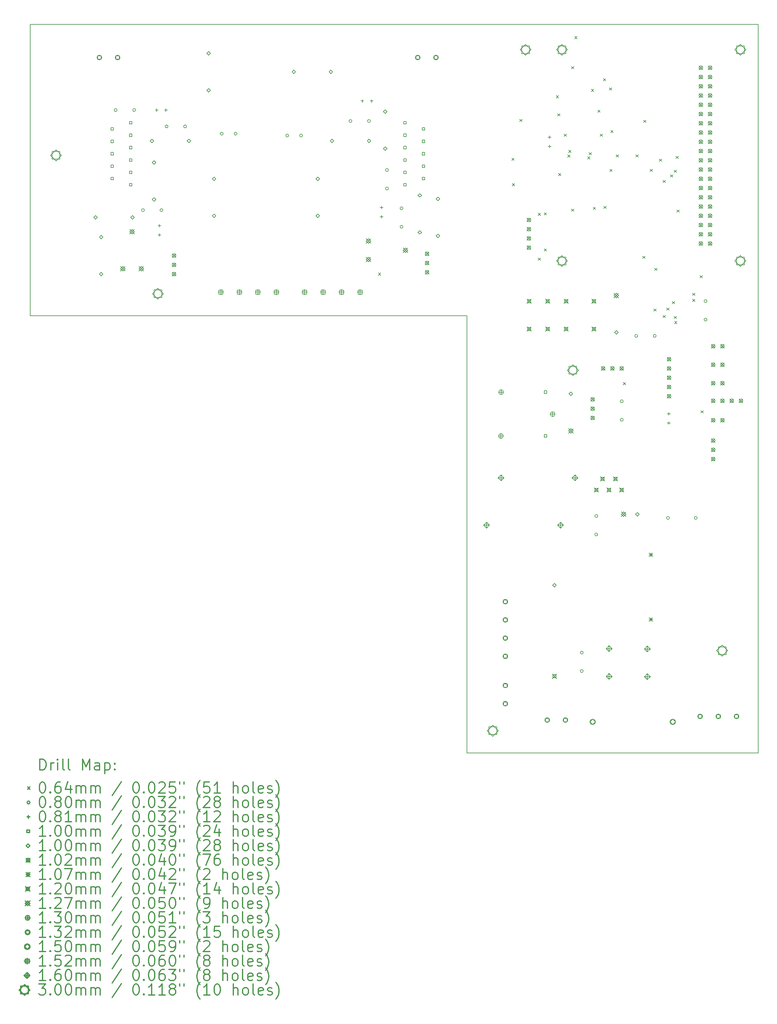
<source format=gbr>
%FSLAX45Y45*%
G04 Gerber Fmt 4.5, Leading zero omitted, Abs format (unit mm)*
G04 Created by KiCad (PCBNEW (2015-01-19 BZR 5380)-product) date Mon 16 Feb 2015 20:04:20 CET*
%MOMM*%
G01*
G04 APERTURE LIST*
%ADD10C,0.127000*%
%ADD11C,0.150000*%
%ADD12C,0.200000*%
%ADD13C,0.300000*%
G04 APERTURE END LIST*
D10*
D11*
X22700000Y-2800000D02*
X2700000Y-2800000D01*
X22700000Y-22800000D02*
X22700000Y-2800000D01*
X14700000Y-22800000D02*
X22700000Y-22800000D01*
X14700000Y-10800000D02*
X14700000Y-22800000D01*
X2700000Y-10800000D02*
X14700000Y-10800000D01*
X2700000Y-2800000D02*
X2700000Y-10800000D01*
D12*
X12264390Y-9622790D02*
X12327890Y-9686290D01*
X12327890Y-9622790D02*
X12264390Y-9686290D01*
X15932150Y-6470650D02*
X15995650Y-6534150D01*
X15995650Y-6470650D02*
X15932150Y-6534150D01*
X15944850Y-7169150D02*
X16008350Y-7232650D01*
X16008350Y-7169150D02*
X15944850Y-7232650D01*
X16148050Y-5403850D02*
X16211550Y-5467350D01*
X16211550Y-5403850D02*
X16148050Y-5467350D01*
X16656050Y-7981950D02*
X16719550Y-8045450D01*
X16719550Y-7981950D02*
X16656050Y-8045450D01*
X16656050Y-9213850D02*
X16719550Y-9277350D01*
X16719550Y-9213850D02*
X16656050Y-9277350D01*
X16821150Y-7969250D02*
X16884650Y-8032750D01*
X16884650Y-7969250D02*
X16821150Y-8032750D01*
X16821150Y-8959850D02*
X16884650Y-9023350D01*
X16884650Y-8959850D02*
X16821150Y-9023350D01*
X17151350Y-4756150D02*
X17214850Y-4819650D01*
X17214850Y-4756150D02*
X17151350Y-4819650D01*
X17189450Y-5251450D02*
X17252950Y-5314950D01*
X17252950Y-5251450D02*
X17189450Y-5314950D01*
X17214850Y-6889750D02*
X17278350Y-6953250D01*
X17278350Y-6889750D02*
X17214850Y-6953250D01*
X17367250Y-5810250D02*
X17430750Y-5873750D01*
X17430750Y-5810250D02*
X17367250Y-5873750D01*
X17468850Y-6381750D02*
X17532350Y-6445250D01*
X17532350Y-6381750D02*
X17468850Y-6445250D01*
X17494250Y-6254750D02*
X17557750Y-6318250D01*
X17557750Y-6254750D02*
X17494250Y-6318250D01*
X17570450Y-3956050D02*
X17633950Y-4019550D01*
X17633950Y-3956050D02*
X17570450Y-4019550D01*
X17570450Y-7867650D02*
X17633950Y-7931150D01*
X17633950Y-7867650D02*
X17570450Y-7931150D01*
X17659350Y-3130550D02*
X17722850Y-3194050D01*
X17722850Y-3130550D02*
X17659350Y-3194050D01*
X18014950Y-6432550D02*
X18078450Y-6496050D01*
X18078450Y-6432550D02*
X18014950Y-6496050D01*
X18053050Y-6318250D02*
X18116550Y-6381750D01*
X18116550Y-6318250D02*
X18053050Y-6381750D01*
X18116550Y-4578350D02*
X18180050Y-4641850D01*
X18180050Y-4578350D02*
X18116550Y-4641850D01*
X18167350Y-7816850D02*
X18230850Y-7880350D01*
X18230850Y-7816850D02*
X18167350Y-7880350D01*
X18294350Y-5149850D02*
X18357850Y-5213350D01*
X18357850Y-5149850D02*
X18294350Y-5213350D01*
X18357850Y-5810250D02*
X18421350Y-5873750D01*
X18421350Y-5810250D02*
X18357850Y-5873750D01*
X18446750Y-4286250D02*
X18510250Y-4349750D01*
X18510250Y-4286250D02*
X18446750Y-4349750D01*
X18459450Y-7791450D02*
X18522950Y-7854950D01*
X18522950Y-7791450D02*
X18459450Y-7854950D01*
X18611850Y-4540250D02*
X18675350Y-4603750D01*
X18675350Y-4540250D02*
X18611850Y-4603750D01*
X18624550Y-6775450D02*
X18688050Y-6838950D01*
X18688050Y-6775450D02*
X18624550Y-6838950D01*
X18649950Y-5708650D02*
X18713450Y-5772150D01*
X18713450Y-5708650D02*
X18649950Y-5772150D01*
X18798250Y-6378250D02*
X18861750Y-6441750D01*
X18861750Y-6378250D02*
X18798250Y-6441750D01*
X18992850Y-12630150D02*
X19056350Y-12693650D01*
X19056350Y-12630150D02*
X18992850Y-12693650D01*
X19338250Y-6378250D02*
X19401750Y-6441750D01*
X19401750Y-6378250D02*
X19338250Y-6441750D01*
X19526250Y-9163050D02*
X19589750Y-9226550D01*
X19589750Y-9163050D02*
X19526250Y-9226550D01*
X19551650Y-5429250D02*
X19615150Y-5492750D01*
X19615150Y-5429250D02*
X19551650Y-5492750D01*
X19729450Y-6775450D02*
X19792950Y-6838950D01*
X19792950Y-6775450D02*
X19729450Y-6838950D01*
X19831050Y-10610850D02*
X19894550Y-10674350D01*
X19894550Y-10610850D02*
X19831050Y-10674350D01*
X19856450Y-9493250D02*
X19919950Y-9556750D01*
X19919950Y-9493250D02*
X19856450Y-9556750D01*
X19983450Y-6496050D02*
X20046950Y-6559550D01*
X20046950Y-6496050D02*
X19983450Y-6559550D01*
X20085050Y-7080250D02*
X20148550Y-7143750D01*
X20148550Y-7080250D02*
X20085050Y-7143750D01*
X20085050Y-10788650D02*
X20148550Y-10852150D01*
X20148550Y-10788650D02*
X20085050Y-10852150D01*
X20186650Y-10585450D02*
X20250150Y-10648950D01*
X20250150Y-10585450D02*
X20186650Y-10648950D01*
X20288250Y-6927850D02*
X20351750Y-6991350D01*
X20351750Y-6927850D02*
X20288250Y-6991350D01*
X20339050Y-10407650D02*
X20402550Y-10471150D01*
X20402550Y-10407650D02*
X20339050Y-10471150D01*
X20389850Y-6800850D02*
X20453350Y-6864350D01*
X20453350Y-6800850D02*
X20389850Y-6864350D01*
X20389850Y-10814050D02*
X20453350Y-10877550D01*
X20453350Y-10814050D02*
X20389850Y-10877550D01*
X20402550Y-10953750D02*
X20466050Y-11017250D01*
X20466050Y-10953750D02*
X20402550Y-11017250D01*
X20440650Y-6419850D02*
X20504150Y-6483350D01*
X20504150Y-6419850D02*
X20440650Y-6483350D01*
X20466050Y-7893050D02*
X20529550Y-7956550D01*
X20529550Y-7893050D02*
X20466050Y-7956550D01*
X20897850Y-10179050D02*
X20961350Y-10242550D01*
X20961350Y-10179050D02*
X20897850Y-10242550D01*
X20897850Y-10344150D02*
X20961350Y-10407650D01*
X20961350Y-10344150D02*
X20897850Y-10407650D01*
X21101050Y-9696450D02*
X21164550Y-9759950D01*
X21164550Y-9696450D02*
X21101050Y-9759950D01*
X21126450Y-13404850D02*
X21189950Y-13468350D01*
X21189950Y-13404850D02*
X21126450Y-13468350D01*
X5086005Y-5150000D02*
G75*
G03X5086005Y-5150000I-40005J0D01*
G01*
X5594005Y-5150000D02*
G75*
G03X5594005Y-5150000I-40005J0D01*
G01*
X5836005Y-7900000D02*
G75*
G03X5836005Y-7900000I-40005J0D01*
G01*
X6344005Y-7900000D02*
G75*
G03X6344005Y-7900000I-40005J0D01*
G01*
X6486005Y-5600000D02*
G75*
G03X6486005Y-5600000I-40005J0D01*
G01*
X6994005Y-5600000D02*
G75*
G03X6994005Y-5600000I-40005J0D01*
G01*
X7999505Y-5800000D02*
G75*
G03X7999505Y-5800000I-40005J0D01*
G01*
X8380505Y-5800000D02*
G75*
G03X8380505Y-5800000I-40005J0D01*
G01*
X9799505Y-5850000D02*
G75*
G03X9799505Y-5850000I-40005J0D01*
G01*
X10180505Y-5850000D02*
G75*
G03X10180505Y-5850000I-40005J0D01*
G01*
X11536005Y-5450000D02*
G75*
G03X11536005Y-5450000I-40005J0D01*
G01*
X12044005Y-5450000D02*
G75*
G03X12044005Y-5450000I-40005J0D01*
G01*
X12540005Y-6796000D02*
G75*
G03X12540005Y-6796000I-40005J0D01*
G01*
X12540005Y-7304000D02*
G75*
G03X12540005Y-7304000I-40005J0D01*
G01*
X12940005Y-7846000D02*
G75*
G03X12940005Y-7846000I-40005J0D01*
G01*
X12940005Y-8354000D02*
G75*
G03X12940005Y-8354000I-40005J0D01*
G01*
X17890005Y-20046000D02*
G75*
G03X17890005Y-20046000I-40005J0D01*
G01*
X17890005Y-20554000D02*
G75*
G03X17890005Y-20554000I-40005J0D01*
G01*
X18290005Y-16296000D02*
G75*
G03X18290005Y-16296000I-40005J0D01*
G01*
X18290005Y-16804000D02*
G75*
G03X18290005Y-16804000I-40005J0D01*
G01*
X18990005Y-13146000D02*
G75*
G03X18990005Y-13146000I-40005J0D01*
G01*
X18990005Y-13654000D02*
G75*
G03X18990005Y-13654000I-40005J0D01*
G01*
X19386005Y-11350000D02*
G75*
G03X19386005Y-11350000I-40005J0D01*
G01*
X19894005Y-11350000D02*
G75*
G03X19894005Y-11350000I-40005J0D01*
G01*
X20259005Y-16350000D02*
G75*
G03X20259005Y-16350000I-40005J0D01*
G01*
X21021005Y-16350000D02*
G75*
G03X21021005Y-16350000I-40005J0D01*
G01*
X21290005Y-10396000D02*
G75*
G03X21290005Y-10396000I-40005J0D01*
G01*
X21290005Y-10904000D02*
G75*
G03X21290005Y-10904000I-40005J0D01*
G01*
X6173000Y-5109360D02*
X6173000Y-5190640D01*
X6132360Y-5150000D02*
X6213640Y-5150000D01*
X6250000Y-8282360D02*
X6250000Y-8363640D01*
X6209360Y-8323000D02*
X6290640Y-8323000D01*
X6250000Y-8536360D02*
X6250000Y-8617640D01*
X6209360Y-8577000D02*
X6290640Y-8577000D01*
X6427000Y-5109360D02*
X6427000Y-5190640D01*
X6386360Y-5150000D02*
X6467640Y-5150000D01*
X11823000Y-4859360D02*
X11823000Y-4940640D01*
X11782360Y-4900000D02*
X11863640Y-4900000D01*
X12077000Y-4859360D02*
X12077000Y-4940640D01*
X12036360Y-4900000D02*
X12117640Y-4900000D01*
X12350000Y-7782360D02*
X12350000Y-7863640D01*
X12309360Y-7823000D02*
X12390640Y-7823000D01*
X12350000Y-8036360D02*
X12350000Y-8117640D01*
X12309360Y-8077000D02*
X12390640Y-8077000D01*
X16967200Y-5852160D02*
X16967200Y-5933440D01*
X16926560Y-5892800D02*
X17007840Y-5892800D01*
X16967200Y-6106160D02*
X16967200Y-6187440D01*
X16926560Y-6146800D02*
X17007840Y-6146800D01*
X20243800Y-13446760D02*
X20243800Y-13528040D01*
X20203160Y-13487400D02*
X20284440Y-13487400D01*
X20243800Y-13700760D02*
X20243800Y-13782040D01*
X20203160Y-13741400D02*
X20284440Y-13741400D01*
X4985356Y-5705356D02*
X4985356Y-5634644D01*
X4914644Y-5634644D01*
X4914644Y-5705356D01*
X4985356Y-5705356D01*
X4985356Y-6045356D02*
X4985356Y-5974644D01*
X4914644Y-5974644D01*
X4914644Y-6045356D01*
X4985356Y-6045356D01*
X4985356Y-6385356D02*
X4985356Y-6314644D01*
X4914644Y-6314644D01*
X4914644Y-6385356D01*
X4985356Y-6385356D01*
X4985356Y-6725356D02*
X4985356Y-6654644D01*
X4914644Y-6654644D01*
X4914644Y-6725356D01*
X4985356Y-6725356D01*
X4985356Y-7065356D02*
X4985356Y-6994644D01*
X4914644Y-6994644D01*
X4914644Y-7065356D01*
X4985356Y-7065356D01*
X5493356Y-5535356D02*
X5493356Y-5464644D01*
X5422644Y-5464644D01*
X5422644Y-5535356D01*
X5493356Y-5535356D01*
X5493356Y-5875356D02*
X5493356Y-5804644D01*
X5422644Y-5804644D01*
X5422644Y-5875356D01*
X5493356Y-5875356D01*
X5493356Y-6215356D02*
X5493356Y-6144644D01*
X5422644Y-6144644D01*
X5422644Y-6215356D01*
X5493356Y-6215356D01*
X5493356Y-6555356D02*
X5493356Y-6484644D01*
X5422644Y-6484644D01*
X5422644Y-6555356D01*
X5493356Y-6555356D01*
X5493356Y-6895356D02*
X5493356Y-6824644D01*
X5422644Y-6824644D01*
X5422644Y-6895356D01*
X5493356Y-6895356D01*
X5493356Y-7235356D02*
X5493356Y-7164644D01*
X5422644Y-7164644D01*
X5422644Y-7235356D01*
X5493356Y-7235356D01*
X13027356Y-5535356D02*
X13027356Y-5464644D01*
X12956644Y-5464644D01*
X12956644Y-5535356D01*
X13027356Y-5535356D01*
X13027356Y-5875356D02*
X13027356Y-5804644D01*
X12956644Y-5804644D01*
X12956644Y-5875356D01*
X13027356Y-5875356D01*
X13027356Y-6215356D02*
X13027356Y-6144644D01*
X12956644Y-6144644D01*
X12956644Y-6215356D01*
X13027356Y-6215356D01*
X13027356Y-6555356D02*
X13027356Y-6484644D01*
X12956644Y-6484644D01*
X12956644Y-6555356D01*
X13027356Y-6555356D01*
X13027356Y-6895356D02*
X13027356Y-6824644D01*
X12956644Y-6824644D01*
X12956644Y-6895356D01*
X13027356Y-6895356D01*
X13027356Y-7235356D02*
X13027356Y-7164644D01*
X12956644Y-7164644D01*
X12956644Y-7235356D01*
X13027356Y-7235356D01*
X13535356Y-5705356D02*
X13535356Y-5634644D01*
X13464644Y-5634644D01*
X13464644Y-5705356D01*
X13535356Y-5705356D01*
X13535356Y-6045356D02*
X13535356Y-5974644D01*
X13464644Y-5974644D01*
X13464644Y-6045356D01*
X13535356Y-6045356D01*
X13535356Y-6385356D02*
X13535356Y-6314644D01*
X13464644Y-6314644D01*
X13464644Y-6385356D01*
X13535356Y-6385356D01*
X13535356Y-6725356D02*
X13535356Y-6654644D01*
X13464644Y-6654644D01*
X13464644Y-6725356D01*
X13535356Y-6725356D01*
X13535356Y-7065356D02*
X13535356Y-6994644D01*
X13464644Y-6994644D01*
X13464644Y-7065356D01*
X13535356Y-7065356D01*
X16890356Y-12930356D02*
X16890356Y-12859644D01*
X16819644Y-12859644D01*
X16819644Y-12930356D01*
X16890356Y-12930356D01*
X16890356Y-14130356D02*
X16890356Y-14059644D01*
X16819644Y-14059644D01*
X16819644Y-14130356D01*
X16890356Y-14130356D01*
X4492000Y-8150038D02*
X4542038Y-8100000D01*
X4492000Y-8049962D01*
X4441962Y-8100000D01*
X4492000Y-8150038D01*
X4650000Y-8692038D02*
X4700038Y-8642000D01*
X4650000Y-8591962D01*
X4599962Y-8642000D01*
X4650000Y-8692038D01*
X4650000Y-9708038D02*
X4700038Y-9658000D01*
X4650000Y-9607962D01*
X4599962Y-9658000D01*
X4650000Y-9708038D01*
X5508000Y-8150038D02*
X5558038Y-8100000D01*
X5508000Y-8049962D01*
X5457962Y-8100000D01*
X5508000Y-8150038D01*
X6042000Y-6050038D02*
X6092038Y-6000000D01*
X6042000Y-5949962D01*
X5991962Y-6000000D01*
X6042000Y-6050038D01*
X6100000Y-6642038D02*
X6150038Y-6592000D01*
X6100000Y-6541962D01*
X6049962Y-6592000D01*
X6100000Y-6642038D01*
X6100000Y-7658038D02*
X6150038Y-7608000D01*
X6100000Y-7557962D01*
X6049962Y-7608000D01*
X6100000Y-7658038D01*
X7058000Y-6050038D02*
X7108038Y-6000000D01*
X7058000Y-5949962D01*
X7007962Y-6000000D01*
X7058000Y-6050038D01*
X7600000Y-3642038D02*
X7650038Y-3592000D01*
X7600000Y-3541962D01*
X7549962Y-3592000D01*
X7600000Y-3642038D01*
X7600000Y-4658038D02*
X7650038Y-4608000D01*
X7600000Y-4557962D01*
X7549962Y-4608000D01*
X7600000Y-4658038D01*
X7750000Y-7092038D02*
X7800038Y-7042000D01*
X7750000Y-6991962D01*
X7699962Y-7042000D01*
X7750000Y-7092038D01*
X7750000Y-8108038D02*
X7800038Y-8058000D01*
X7750000Y-8007962D01*
X7699962Y-8058000D01*
X7750000Y-8108038D01*
X9942000Y-4150038D02*
X9992038Y-4100000D01*
X9942000Y-4049962D01*
X9891962Y-4100000D01*
X9942000Y-4150038D01*
X10600000Y-7092038D02*
X10650038Y-7042000D01*
X10600000Y-6991962D01*
X10549962Y-7042000D01*
X10600000Y-7092038D01*
X10600000Y-8108038D02*
X10650038Y-8058000D01*
X10600000Y-8007962D01*
X10549962Y-8058000D01*
X10600000Y-8108038D01*
X10958000Y-4150038D02*
X11008038Y-4100000D01*
X10958000Y-4049962D01*
X10907962Y-4100000D01*
X10958000Y-4150038D01*
X10992000Y-6050038D02*
X11042038Y-6000000D01*
X10992000Y-5949962D01*
X10941962Y-6000000D01*
X10992000Y-6050038D01*
X12008000Y-6050038D02*
X12058038Y-6000000D01*
X12008000Y-5949962D01*
X11957962Y-6000000D01*
X12008000Y-6050038D01*
X12450000Y-5242038D02*
X12500038Y-5192000D01*
X12450000Y-5141962D01*
X12399962Y-5192000D01*
X12450000Y-5242038D01*
X12450000Y-6258038D02*
X12500038Y-6208000D01*
X12450000Y-6157962D01*
X12399962Y-6208000D01*
X12450000Y-6258038D01*
X13400000Y-7542038D02*
X13450038Y-7492000D01*
X13400000Y-7441962D01*
X13349962Y-7492000D01*
X13400000Y-7542038D01*
X13400000Y-8558038D02*
X13450038Y-8508000D01*
X13400000Y-8457962D01*
X13349962Y-8508000D01*
X13400000Y-8558038D01*
X13900000Y-7642038D02*
X13950038Y-7592000D01*
X13900000Y-7541962D01*
X13849962Y-7592000D01*
X13900000Y-7642038D01*
X13900000Y-8658038D02*
X13950038Y-8608000D01*
X13900000Y-8557962D01*
X13849962Y-8608000D01*
X13900000Y-8658038D01*
X17100000Y-18250104D02*
X17150038Y-18200066D01*
X17100000Y-18150028D01*
X17049962Y-18200066D01*
X17100000Y-18250104D01*
X17550000Y-12992038D02*
X17600038Y-12942000D01*
X17550000Y-12891962D01*
X17499962Y-12942000D01*
X17550000Y-12992038D01*
X18800000Y-11308038D02*
X18850038Y-11258000D01*
X18800000Y-11207962D01*
X18749962Y-11258000D01*
X18800000Y-11308038D01*
X19381000Y-16300038D02*
X19431038Y-16250000D01*
X19381000Y-16199962D01*
X19330962Y-16250000D01*
X19381000Y-16300038D01*
X6599200Y-9095200D02*
X6700800Y-9196800D01*
X6700800Y-9095200D02*
X6599200Y-9196800D01*
X6700800Y-9146000D02*
G75*
G03X6700800Y-9146000I-50800J0D01*
G01*
X6599200Y-9349200D02*
X6700800Y-9450800D01*
X6700800Y-9349200D02*
X6599200Y-9450800D01*
X6700800Y-9400000D02*
G75*
G03X6700800Y-9400000I-50800J0D01*
G01*
X6599200Y-9603200D02*
X6700800Y-9704800D01*
X6700800Y-9603200D02*
X6599200Y-9704800D01*
X6700800Y-9654000D02*
G75*
G03X6700800Y-9654000I-50800J0D01*
G01*
X13549200Y-9045200D02*
X13650800Y-9146800D01*
X13650800Y-9045200D02*
X13549200Y-9146800D01*
X13650800Y-9096000D02*
G75*
G03X13650800Y-9096000I-50800J0D01*
G01*
X13549200Y-9299200D02*
X13650800Y-9400800D01*
X13650800Y-9299200D02*
X13549200Y-9400800D01*
X13650800Y-9350000D02*
G75*
G03X13650800Y-9350000I-50800J0D01*
G01*
X13549200Y-9553200D02*
X13650800Y-9654800D01*
X13650800Y-9553200D02*
X13549200Y-9654800D01*
X13650800Y-9604000D02*
G75*
G03X13650800Y-9604000I-50800J0D01*
G01*
X16349200Y-8118200D02*
X16450800Y-8219800D01*
X16450800Y-8118200D02*
X16349200Y-8219800D01*
X16450800Y-8169000D02*
G75*
G03X16450800Y-8169000I-50800J0D01*
G01*
X16349200Y-8372200D02*
X16450800Y-8473800D01*
X16450800Y-8372200D02*
X16349200Y-8473800D01*
X16450800Y-8423000D02*
G75*
G03X16450800Y-8423000I-50800J0D01*
G01*
X16349200Y-8626200D02*
X16450800Y-8727800D01*
X16450800Y-8626200D02*
X16349200Y-8727800D01*
X16450800Y-8677000D02*
G75*
G03X16450800Y-8677000I-50800J0D01*
G01*
X16349200Y-8880200D02*
X16450800Y-8981800D01*
X16450800Y-8880200D02*
X16349200Y-8981800D01*
X16450800Y-8931000D02*
G75*
G03X16450800Y-8931000I-50800J0D01*
G01*
X18099200Y-13045200D02*
X18200800Y-13146800D01*
X18200800Y-13045200D02*
X18099200Y-13146800D01*
X18200800Y-13096000D02*
G75*
G03X18200800Y-13096000I-50800J0D01*
G01*
X18099200Y-13299200D02*
X18200800Y-13400800D01*
X18200800Y-13299200D02*
X18099200Y-13400800D01*
X18200800Y-13350000D02*
G75*
G03X18200800Y-13350000I-50800J0D01*
G01*
X18099200Y-13553200D02*
X18200800Y-13654800D01*
X18200800Y-13553200D02*
X18099200Y-13654800D01*
X18200800Y-13604000D02*
G75*
G03X18200800Y-13604000I-50800J0D01*
G01*
X18389600Y-12192000D02*
X18491200Y-12293600D01*
X18491200Y-12192000D02*
X18389600Y-12293600D01*
X18491200Y-12242800D02*
G75*
G03X18491200Y-12242800I-50800J0D01*
G01*
X18643600Y-12192000D02*
X18745200Y-12293600D01*
X18745200Y-12192000D02*
X18643600Y-12293600D01*
X18745200Y-12242800D02*
G75*
G03X18745200Y-12242800I-50800J0D01*
G01*
X18897600Y-12192000D02*
X18999200Y-12293600D01*
X18999200Y-12192000D02*
X18897600Y-12293600D01*
X18999200Y-12242800D02*
G75*
G03X18999200Y-12242800I-50800J0D01*
G01*
X20199200Y-11941200D02*
X20300800Y-12042800D01*
X20300800Y-11941200D02*
X20199200Y-12042800D01*
X20300800Y-11992000D02*
G75*
G03X20300800Y-11992000I-50800J0D01*
G01*
X20199200Y-12195200D02*
X20300800Y-12296800D01*
X20300800Y-12195200D02*
X20199200Y-12296800D01*
X20300800Y-12246000D02*
G75*
G03X20300800Y-12246000I-50800J0D01*
G01*
X20199200Y-12449200D02*
X20300800Y-12550800D01*
X20300800Y-12449200D02*
X20199200Y-12550800D01*
X20300800Y-12500000D02*
G75*
G03X20300800Y-12500000I-50800J0D01*
G01*
X20199200Y-12703200D02*
X20300800Y-12804800D01*
X20300800Y-12703200D02*
X20199200Y-12804800D01*
X20300800Y-12754000D02*
G75*
G03X20300800Y-12754000I-50800J0D01*
G01*
X20199200Y-12957200D02*
X20300800Y-13058800D01*
X20300800Y-12957200D02*
X20199200Y-13058800D01*
X20300800Y-13008000D02*
G75*
G03X20300800Y-13008000I-50800J0D01*
G01*
X21072200Y-3936200D02*
X21173800Y-4037800D01*
X21173800Y-3936200D02*
X21072200Y-4037800D01*
X21173800Y-3987000D02*
G75*
G03X21173800Y-3987000I-50800J0D01*
G01*
X21072200Y-4190200D02*
X21173800Y-4291800D01*
X21173800Y-4190200D02*
X21072200Y-4291800D01*
X21173800Y-4241000D02*
G75*
G03X21173800Y-4241000I-50800J0D01*
G01*
X21072200Y-4444200D02*
X21173800Y-4545800D01*
X21173800Y-4444200D02*
X21072200Y-4545800D01*
X21173800Y-4495000D02*
G75*
G03X21173800Y-4495000I-50800J0D01*
G01*
X21072200Y-4698200D02*
X21173800Y-4799800D01*
X21173800Y-4698200D02*
X21072200Y-4799800D01*
X21173800Y-4749000D02*
G75*
G03X21173800Y-4749000I-50800J0D01*
G01*
X21072200Y-4952200D02*
X21173800Y-5053800D01*
X21173800Y-4952200D02*
X21072200Y-5053800D01*
X21173800Y-5003000D02*
G75*
G03X21173800Y-5003000I-50800J0D01*
G01*
X21072200Y-5206200D02*
X21173800Y-5307800D01*
X21173800Y-5206200D02*
X21072200Y-5307800D01*
X21173800Y-5257000D02*
G75*
G03X21173800Y-5257000I-50800J0D01*
G01*
X21072200Y-5460200D02*
X21173800Y-5561800D01*
X21173800Y-5460200D02*
X21072200Y-5561800D01*
X21173800Y-5511000D02*
G75*
G03X21173800Y-5511000I-50800J0D01*
G01*
X21072200Y-5714200D02*
X21173800Y-5815800D01*
X21173800Y-5714200D02*
X21072200Y-5815800D01*
X21173800Y-5765000D02*
G75*
G03X21173800Y-5765000I-50800J0D01*
G01*
X21072200Y-5968200D02*
X21173800Y-6069800D01*
X21173800Y-5968200D02*
X21072200Y-6069800D01*
X21173800Y-6019000D02*
G75*
G03X21173800Y-6019000I-50800J0D01*
G01*
X21072200Y-6222200D02*
X21173800Y-6323800D01*
X21173800Y-6222200D02*
X21072200Y-6323800D01*
X21173800Y-6273000D02*
G75*
G03X21173800Y-6273000I-50800J0D01*
G01*
X21072200Y-6476200D02*
X21173800Y-6577800D01*
X21173800Y-6476200D02*
X21072200Y-6577800D01*
X21173800Y-6527000D02*
G75*
G03X21173800Y-6527000I-50800J0D01*
G01*
X21072200Y-6730200D02*
X21173800Y-6831800D01*
X21173800Y-6730200D02*
X21072200Y-6831800D01*
X21173800Y-6781000D02*
G75*
G03X21173800Y-6781000I-50800J0D01*
G01*
X21072200Y-6984200D02*
X21173800Y-7085800D01*
X21173800Y-6984200D02*
X21072200Y-7085800D01*
X21173800Y-7035000D02*
G75*
G03X21173800Y-7035000I-50800J0D01*
G01*
X21072200Y-7238200D02*
X21173800Y-7339800D01*
X21173800Y-7238200D02*
X21072200Y-7339800D01*
X21173800Y-7289000D02*
G75*
G03X21173800Y-7289000I-50800J0D01*
G01*
X21072200Y-7492200D02*
X21173800Y-7593800D01*
X21173800Y-7492200D02*
X21072200Y-7593800D01*
X21173800Y-7543000D02*
G75*
G03X21173800Y-7543000I-50800J0D01*
G01*
X21072200Y-7746200D02*
X21173800Y-7847800D01*
X21173800Y-7746200D02*
X21072200Y-7847800D01*
X21173800Y-7797000D02*
G75*
G03X21173800Y-7797000I-50800J0D01*
G01*
X21072200Y-8000200D02*
X21173800Y-8101800D01*
X21173800Y-8000200D02*
X21072200Y-8101800D01*
X21173800Y-8051000D02*
G75*
G03X21173800Y-8051000I-50800J0D01*
G01*
X21072200Y-8254200D02*
X21173800Y-8355800D01*
X21173800Y-8254200D02*
X21072200Y-8355800D01*
X21173800Y-8305000D02*
G75*
G03X21173800Y-8305000I-50800J0D01*
G01*
X21072200Y-8508200D02*
X21173800Y-8609800D01*
X21173800Y-8508200D02*
X21072200Y-8609800D01*
X21173800Y-8559000D02*
G75*
G03X21173800Y-8559000I-50800J0D01*
G01*
X21072200Y-8762200D02*
X21173800Y-8863800D01*
X21173800Y-8762200D02*
X21072200Y-8863800D01*
X21173800Y-8813000D02*
G75*
G03X21173800Y-8813000I-50800J0D01*
G01*
X21326200Y-3936200D02*
X21427800Y-4037800D01*
X21427800Y-3936200D02*
X21326200Y-4037800D01*
X21427800Y-3987000D02*
G75*
G03X21427800Y-3987000I-50800J0D01*
G01*
X21326200Y-4190200D02*
X21427800Y-4291800D01*
X21427800Y-4190200D02*
X21326200Y-4291800D01*
X21427800Y-4241000D02*
G75*
G03X21427800Y-4241000I-50800J0D01*
G01*
X21326200Y-4444200D02*
X21427800Y-4545800D01*
X21427800Y-4444200D02*
X21326200Y-4545800D01*
X21427800Y-4495000D02*
G75*
G03X21427800Y-4495000I-50800J0D01*
G01*
X21326200Y-4698200D02*
X21427800Y-4799800D01*
X21427800Y-4698200D02*
X21326200Y-4799800D01*
X21427800Y-4749000D02*
G75*
G03X21427800Y-4749000I-50800J0D01*
G01*
X21326200Y-4952200D02*
X21427800Y-5053800D01*
X21427800Y-4952200D02*
X21326200Y-5053800D01*
X21427800Y-5003000D02*
G75*
G03X21427800Y-5003000I-50800J0D01*
G01*
X21326200Y-5206200D02*
X21427800Y-5307800D01*
X21427800Y-5206200D02*
X21326200Y-5307800D01*
X21427800Y-5257000D02*
G75*
G03X21427800Y-5257000I-50800J0D01*
G01*
X21326200Y-5460200D02*
X21427800Y-5561800D01*
X21427800Y-5460200D02*
X21326200Y-5561800D01*
X21427800Y-5511000D02*
G75*
G03X21427800Y-5511000I-50800J0D01*
G01*
X21326200Y-5714200D02*
X21427800Y-5815800D01*
X21427800Y-5714200D02*
X21326200Y-5815800D01*
X21427800Y-5765000D02*
G75*
G03X21427800Y-5765000I-50800J0D01*
G01*
X21326200Y-5968200D02*
X21427800Y-6069800D01*
X21427800Y-5968200D02*
X21326200Y-6069800D01*
X21427800Y-6019000D02*
G75*
G03X21427800Y-6019000I-50800J0D01*
G01*
X21326200Y-6222200D02*
X21427800Y-6323800D01*
X21427800Y-6222200D02*
X21326200Y-6323800D01*
X21427800Y-6273000D02*
G75*
G03X21427800Y-6273000I-50800J0D01*
G01*
X21326200Y-6476200D02*
X21427800Y-6577800D01*
X21427800Y-6476200D02*
X21326200Y-6577800D01*
X21427800Y-6527000D02*
G75*
G03X21427800Y-6527000I-50800J0D01*
G01*
X21326200Y-6730200D02*
X21427800Y-6831800D01*
X21427800Y-6730200D02*
X21326200Y-6831800D01*
X21427800Y-6781000D02*
G75*
G03X21427800Y-6781000I-50800J0D01*
G01*
X21326200Y-6984200D02*
X21427800Y-7085800D01*
X21427800Y-6984200D02*
X21326200Y-7085800D01*
X21427800Y-7035000D02*
G75*
G03X21427800Y-7035000I-50800J0D01*
G01*
X21326200Y-7238200D02*
X21427800Y-7339800D01*
X21427800Y-7238200D02*
X21326200Y-7339800D01*
X21427800Y-7289000D02*
G75*
G03X21427800Y-7289000I-50800J0D01*
G01*
X21326200Y-7492200D02*
X21427800Y-7593800D01*
X21427800Y-7492200D02*
X21326200Y-7593800D01*
X21427800Y-7543000D02*
G75*
G03X21427800Y-7543000I-50800J0D01*
G01*
X21326200Y-7746200D02*
X21427800Y-7847800D01*
X21427800Y-7746200D02*
X21326200Y-7847800D01*
X21427800Y-7797000D02*
G75*
G03X21427800Y-7797000I-50800J0D01*
G01*
X21326200Y-8000200D02*
X21427800Y-8101800D01*
X21427800Y-8000200D02*
X21326200Y-8101800D01*
X21427800Y-8051000D02*
G75*
G03X21427800Y-8051000I-50800J0D01*
G01*
X21326200Y-8254200D02*
X21427800Y-8355800D01*
X21427800Y-8254200D02*
X21326200Y-8355800D01*
X21427800Y-8305000D02*
G75*
G03X21427800Y-8305000I-50800J0D01*
G01*
X21326200Y-8508200D02*
X21427800Y-8609800D01*
X21427800Y-8508200D02*
X21326200Y-8609800D01*
X21427800Y-8559000D02*
G75*
G03X21427800Y-8559000I-50800J0D01*
G01*
X21326200Y-8762200D02*
X21427800Y-8863800D01*
X21427800Y-8762200D02*
X21326200Y-8863800D01*
X21427800Y-8813000D02*
G75*
G03X21427800Y-8813000I-50800J0D01*
G01*
X21412200Y-11582400D02*
X21513800Y-11684000D01*
X21513800Y-11582400D02*
X21412200Y-11684000D01*
X21513800Y-11633200D02*
G75*
G03X21513800Y-11633200I-50800J0D01*
G01*
X21412200Y-12090400D02*
X21513800Y-12192000D01*
X21513800Y-12090400D02*
X21412200Y-12192000D01*
X21513800Y-12141200D02*
G75*
G03X21513800Y-12141200I-50800J0D01*
G01*
X21412200Y-12598400D02*
X21513800Y-12700000D01*
X21513800Y-12598400D02*
X21412200Y-12700000D01*
X21513800Y-12649200D02*
G75*
G03X21513800Y-12649200I-50800J0D01*
G01*
X21412200Y-13081000D02*
X21513800Y-13182600D01*
X21513800Y-13081000D02*
X21412200Y-13182600D01*
X21513800Y-13131800D02*
G75*
G03X21513800Y-13131800I-50800J0D01*
G01*
X21412200Y-13614400D02*
X21513800Y-13716000D01*
X21513800Y-13614400D02*
X21412200Y-13716000D01*
X21513800Y-13665200D02*
G75*
G03X21513800Y-13665200I-50800J0D01*
G01*
X21412200Y-14173200D02*
X21513800Y-14274800D01*
X21513800Y-14173200D02*
X21412200Y-14274800D01*
X21513800Y-14224000D02*
G75*
G03X21513800Y-14224000I-50800J0D01*
G01*
X21412200Y-14427200D02*
X21513800Y-14528800D01*
X21513800Y-14427200D02*
X21412200Y-14528800D01*
X21513800Y-14478000D02*
G75*
G03X21513800Y-14478000I-50800J0D01*
G01*
X21412200Y-14681200D02*
X21513800Y-14782800D01*
X21513800Y-14681200D02*
X21412200Y-14782800D01*
X21513800Y-14732000D02*
G75*
G03X21513800Y-14732000I-50800J0D01*
G01*
X21666200Y-11582400D02*
X21767800Y-11684000D01*
X21767800Y-11582400D02*
X21666200Y-11684000D01*
X21767800Y-11633200D02*
G75*
G03X21767800Y-11633200I-50800J0D01*
G01*
X21666200Y-12090400D02*
X21767800Y-12192000D01*
X21767800Y-12090400D02*
X21666200Y-12192000D01*
X21767800Y-12141200D02*
G75*
G03X21767800Y-12141200I-50800J0D01*
G01*
X21666200Y-12598400D02*
X21767800Y-12700000D01*
X21767800Y-12598400D02*
X21666200Y-12700000D01*
X21767800Y-12649200D02*
G75*
G03X21767800Y-12649200I-50800J0D01*
G01*
X21666200Y-13081000D02*
X21767800Y-13182600D01*
X21767800Y-13081000D02*
X21666200Y-13182600D01*
X21767800Y-13131800D02*
G75*
G03X21767800Y-13131800I-50800J0D01*
G01*
X21666200Y-13614400D02*
X21767800Y-13716000D01*
X21767800Y-13614400D02*
X21666200Y-13716000D01*
X21767800Y-13665200D02*
G75*
G03X21767800Y-13665200I-50800J0D01*
G01*
X21920200Y-13081000D02*
X22021800Y-13182600D01*
X22021800Y-13081000D02*
X21920200Y-13182600D01*
X22021800Y-13131800D02*
G75*
G03X22021800Y-13131800I-50800J0D01*
G01*
X22174200Y-13081000D02*
X22275800Y-13182600D01*
X22275800Y-13081000D02*
X22174200Y-13182600D01*
X22275800Y-13131800D02*
G75*
G03X22275800Y-13131800I-50800J0D01*
G01*
X19696500Y-17307500D02*
X19803500Y-17414500D01*
X19803500Y-17307500D02*
X19696500Y-17414500D01*
X19750000Y-17307500D02*
X19750000Y-17414500D01*
X19696500Y-17361000D02*
X19803500Y-17361000D01*
X19696500Y-19085500D02*
X19803500Y-19192500D01*
X19803500Y-19085500D02*
X19696500Y-19192500D01*
X19750000Y-19085500D02*
X19750000Y-19192500D01*
X19696500Y-19139000D02*
X19803500Y-19139000D01*
X16350056Y-10340056D02*
X16469944Y-10459944D01*
X16469944Y-10340056D02*
X16350056Y-10459944D01*
X16452387Y-10442387D02*
X16452387Y-10357613D01*
X16367613Y-10357613D01*
X16367613Y-10442387D01*
X16452387Y-10442387D01*
X16350056Y-11102056D02*
X16469944Y-11221944D01*
X16469944Y-11102056D02*
X16350056Y-11221944D01*
X16452387Y-11204387D02*
X16452387Y-11119613D01*
X16367613Y-11119613D01*
X16367613Y-11204387D01*
X16452387Y-11204387D01*
X16858056Y-10340056D02*
X16977944Y-10459944D01*
X16977944Y-10340056D02*
X16858056Y-10459944D01*
X16960387Y-10442387D02*
X16960387Y-10357613D01*
X16875613Y-10357613D01*
X16875613Y-10442387D01*
X16960387Y-10442387D01*
X16858056Y-11102056D02*
X16977944Y-11221944D01*
X16977944Y-11102056D02*
X16858056Y-11221944D01*
X16960387Y-11204387D02*
X16960387Y-11119613D01*
X16875613Y-11119613D01*
X16875613Y-11204387D01*
X16960387Y-11204387D01*
X17040056Y-20639990D02*
X17159944Y-20759878D01*
X17159944Y-20639990D02*
X17040056Y-20759878D01*
X17142387Y-20742321D02*
X17142387Y-20657547D01*
X17057613Y-20657547D01*
X17057613Y-20742321D01*
X17142387Y-20742321D01*
X17366056Y-10340056D02*
X17485944Y-10459944D01*
X17485944Y-10340056D02*
X17366056Y-10459944D01*
X17468387Y-10442387D02*
X17468387Y-10357613D01*
X17383613Y-10357613D01*
X17383613Y-10442387D01*
X17468387Y-10442387D01*
X17366056Y-11102056D02*
X17485944Y-11221944D01*
X17485944Y-11102056D02*
X17366056Y-11221944D01*
X17468387Y-11204387D02*
X17468387Y-11119613D01*
X17383613Y-11119613D01*
X17383613Y-11204387D01*
X17468387Y-11204387D01*
X18128056Y-10340056D02*
X18247944Y-10459944D01*
X18247944Y-10340056D02*
X18128056Y-10459944D01*
X18230387Y-10442387D02*
X18230387Y-10357613D01*
X18145613Y-10357613D01*
X18145613Y-10442387D01*
X18230387Y-10442387D01*
X18128056Y-11102056D02*
X18247944Y-11221944D01*
X18247944Y-11102056D02*
X18128056Y-11221944D01*
X18230387Y-11204387D02*
X18230387Y-11119613D01*
X18145613Y-11119613D01*
X18145613Y-11204387D01*
X18230387Y-11204387D01*
X18190044Y-15520040D02*
X18309932Y-15639928D01*
X18309932Y-15520040D02*
X18190044Y-15639928D01*
X18292375Y-15622371D02*
X18292375Y-15537597D01*
X18207601Y-15537597D01*
X18207601Y-15622371D01*
X18292375Y-15622371D01*
X18359970Y-15220066D02*
X18479858Y-15339954D01*
X18479858Y-15220066D02*
X18359970Y-15339954D01*
X18462301Y-15322397D02*
X18462301Y-15237623D01*
X18377527Y-15237623D01*
X18377527Y-15322397D01*
X18462301Y-15322397D01*
X18540056Y-15520040D02*
X18659944Y-15639928D01*
X18659944Y-15520040D02*
X18540056Y-15639928D01*
X18642387Y-15622371D02*
X18642387Y-15537597D01*
X18557613Y-15537597D01*
X18557613Y-15622371D01*
X18642387Y-15622371D01*
X18720142Y-15220066D02*
X18840030Y-15339954D01*
X18840030Y-15220066D02*
X18720142Y-15339954D01*
X18822473Y-15322397D02*
X18822473Y-15237623D01*
X18737699Y-15237623D01*
X18737699Y-15322397D01*
X18822473Y-15322397D01*
X18890068Y-15520040D02*
X19009956Y-15639928D01*
X19009956Y-15520040D02*
X18890068Y-15639928D01*
X18992399Y-15622371D02*
X18992399Y-15537597D01*
X18907625Y-15537597D01*
X18907625Y-15622371D01*
X18992399Y-15622371D01*
X5182500Y-9444500D02*
X5309500Y-9571500D01*
X5309500Y-9444500D02*
X5182500Y-9571500D01*
X5246000Y-9571500D02*
X5309500Y-9508000D01*
X5246000Y-9444500D01*
X5182500Y-9508000D01*
X5246000Y-9571500D01*
X5436500Y-8428500D02*
X5563500Y-8555500D01*
X5563500Y-8428500D02*
X5436500Y-8555500D01*
X5500000Y-8555500D02*
X5563500Y-8492000D01*
X5500000Y-8428500D01*
X5436500Y-8492000D01*
X5500000Y-8555500D01*
X5690500Y-9444500D02*
X5817500Y-9571500D01*
X5817500Y-9444500D02*
X5690500Y-9571500D01*
X5754000Y-9571500D02*
X5817500Y-9508000D01*
X5754000Y-9444500D01*
X5690500Y-9508000D01*
X5754000Y-9571500D01*
X11928500Y-8682500D02*
X12055500Y-8809500D01*
X12055500Y-8682500D02*
X11928500Y-8809500D01*
X11992000Y-8809500D02*
X12055500Y-8746000D01*
X11992000Y-8682500D01*
X11928500Y-8746000D01*
X11992000Y-8809500D01*
X11928500Y-9190500D02*
X12055500Y-9317500D01*
X12055500Y-9190500D02*
X11928500Y-9317500D01*
X11992000Y-9317500D02*
X12055500Y-9254000D01*
X11992000Y-9190500D01*
X11928500Y-9254000D01*
X11992000Y-9317500D01*
X12944500Y-8936500D02*
X13071500Y-9063500D01*
X13071500Y-8936500D02*
X12944500Y-9063500D01*
X13008000Y-9063500D02*
X13071500Y-9000000D01*
X13008000Y-8936500D01*
X12944500Y-9000000D01*
X13008000Y-9063500D01*
X17486500Y-13894500D02*
X17613500Y-14021500D01*
X17613500Y-13894500D02*
X17486500Y-14021500D01*
X17550000Y-14021500D02*
X17613500Y-13958000D01*
X17550000Y-13894500D01*
X17486500Y-13958000D01*
X17550000Y-14021500D01*
X18736500Y-10178500D02*
X18863500Y-10305500D01*
X18863500Y-10178500D02*
X18736500Y-10305500D01*
X18800000Y-10305500D02*
X18863500Y-10242000D01*
X18800000Y-10178500D01*
X18736500Y-10242000D01*
X18800000Y-10305500D01*
X18936500Y-16186500D02*
X19063500Y-16313500D01*
X19063500Y-16186500D02*
X18936500Y-16313500D01*
X19000000Y-16313500D02*
X19063500Y-16250000D01*
X19000000Y-16186500D01*
X18936500Y-16250000D01*
X19000000Y-16313500D01*
X15630000Y-14035000D02*
X15630000Y-14165000D01*
X15565000Y-14100000D02*
X15695000Y-14100000D01*
X15695000Y-14100000D02*
G75*
G03X15695000Y-14100000I-65000J0D01*
G01*
X15635000Y-12830000D02*
X15635000Y-12960000D01*
X15570000Y-12895000D02*
X15700000Y-12895000D01*
X15700000Y-12895000D02*
G75*
G03X15700000Y-12895000I-65000J0D01*
G01*
X17050000Y-13435000D02*
X17050000Y-13565000D01*
X16985000Y-13500000D02*
X17115000Y-13500000D01*
X17115000Y-13500000D02*
G75*
G03X17115000Y-13500000I-65000J0D01*
G01*
X4644098Y-3755098D02*
X4644098Y-3661702D01*
X4550702Y-3661702D01*
X4550702Y-3755098D01*
X4644098Y-3755098D01*
X4663440Y-3708400D02*
G75*
G03X4663440Y-3708400I-66040J0D01*
G01*
X5144098Y-3755098D02*
X5144098Y-3661702D01*
X5050702Y-3661702D01*
X5050702Y-3755098D01*
X5144098Y-3755098D01*
X5163440Y-3708400D02*
G75*
G03X5163440Y-3708400I-66040J0D01*
G01*
X13389698Y-3755098D02*
X13389698Y-3661702D01*
X13296302Y-3661702D01*
X13296302Y-3755098D01*
X13389698Y-3755098D01*
X13409040Y-3708400D02*
G75*
G03X13409040Y-3708400I-66040J0D01*
G01*
X13889698Y-3755098D02*
X13889698Y-3661702D01*
X13796302Y-3661702D01*
X13796302Y-3755098D01*
X13889698Y-3755098D01*
X13909040Y-3708400D02*
G75*
G03X13909040Y-3708400I-66040J0D01*
G01*
X15796698Y-18696698D02*
X15796698Y-18603302D01*
X15703302Y-18603302D01*
X15703302Y-18696698D01*
X15796698Y-18696698D01*
X15816040Y-18650000D02*
G75*
G03X15816040Y-18650000I-66040J0D01*
G01*
X15796698Y-19196698D02*
X15796698Y-19103302D01*
X15703302Y-19103302D01*
X15703302Y-19196698D01*
X15796698Y-19196698D01*
X15816040Y-19150000D02*
G75*
G03X15816040Y-19150000I-66040J0D01*
G01*
X15796698Y-19696698D02*
X15796698Y-19603302D01*
X15703302Y-19603302D01*
X15703302Y-19696698D01*
X15796698Y-19696698D01*
X15816040Y-19650000D02*
G75*
G03X15816040Y-19650000I-66040J0D01*
G01*
X15796698Y-20196698D02*
X15796698Y-20103302D01*
X15703302Y-20103302D01*
X15703302Y-20196698D01*
X15796698Y-20196698D01*
X15816040Y-20150000D02*
G75*
G03X15816040Y-20150000I-66040J0D01*
G01*
X15796698Y-20996698D02*
X15796698Y-20903302D01*
X15703302Y-20903302D01*
X15703302Y-20996698D01*
X15796698Y-20996698D01*
X15816040Y-20950000D02*
G75*
G03X15816040Y-20950000I-66040J0D01*
G01*
X15796698Y-21496698D02*
X15796698Y-21403302D01*
X15703302Y-21403302D01*
X15703302Y-21496698D01*
X15796698Y-21496698D01*
X15816040Y-21450000D02*
G75*
G03X15816040Y-21450000I-66040J0D01*
G01*
X16946698Y-21946698D02*
X16946698Y-21853302D01*
X16853302Y-21853302D01*
X16853302Y-21946698D01*
X16946698Y-21946698D01*
X16966040Y-21900000D02*
G75*
G03X16966040Y-21900000I-66040J0D01*
G01*
X17446698Y-21946698D02*
X17446698Y-21853302D01*
X17353302Y-21853302D01*
X17353302Y-21946698D01*
X17446698Y-21946698D01*
X17466040Y-21900000D02*
G75*
G03X17466040Y-21900000I-66040J0D01*
G01*
X21146698Y-21846698D02*
X21146698Y-21753302D01*
X21053302Y-21753302D01*
X21053302Y-21846698D01*
X21146698Y-21846698D01*
X21166040Y-21800000D02*
G75*
G03X21166040Y-21800000I-66040J0D01*
G01*
X21646698Y-21846698D02*
X21646698Y-21753302D01*
X21553302Y-21753302D01*
X21553302Y-21846698D01*
X21646698Y-21846698D01*
X21666040Y-21800000D02*
G75*
G03X21666040Y-21800000I-66040J0D01*
G01*
X22146698Y-21846698D02*
X22146698Y-21753302D01*
X22053302Y-21753302D01*
X22053302Y-21846698D01*
X22146698Y-21846698D01*
X22166040Y-21800000D02*
G75*
G03X22166040Y-21800000I-66040J0D01*
G01*
X18149926Y-22025057D02*
X18224983Y-21950000D01*
X18149926Y-21874943D01*
X18074869Y-21950000D01*
X18149926Y-22025057D01*
X18224983Y-21950000D02*
G75*
G03X18224983Y-21950000I-75057J0D01*
G01*
X20350074Y-22025057D02*
X20425131Y-21950000D01*
X20350074Y-21874943D01*
X20275017Y-21950000D01*
X20350074Y-22025057D01*
X20425131Y-21950000D02*
G75*
G03X20425131Y-21950000I-75057J0D01*
G01*
X7938000Y-10073800D02*
X7938000Y-10226200D01*
X7861800Y-10150000D02*
X8014200Y-10150000D01*
X7991882Y-10203882D02*
X7991882Y-10096118D01*
X7884118Y-10096118D01*
X7884118Y-10203882D01*
X7991882Y-10203882D01*
X8446000Y-10073800D02*
X8446000Y-10226200D01*
X8369800Y-10150000D02*
X8522200Y-10150000D01*
X8499882Y-10203882D02*
X8499882Y-10096118D01*
X8392118Y-10096118D01*
X8392118Y-10203882D01*
X8499882Y-10203882D01*
X8954000Y-10073800D02*
X8954000Y-10226200D01*
X8877800Y-10150000D02*
X9030200Y-10150000D01*
X9007882Y-10203882D02*
X9007882Y-10096118D01*
X8900118Y-10096118D01*
X8900118Y-10203882D01*
X9007882Y-10203882D01*
X9462000Y-10073800D02*
X9462000Y-10226200D01*
X9385800Y-10150000D02*
X9538200Y-10150000D01*
X9515882Y-10203882D02*
X9515882Y-10096118D01*
X9408118Y-10096118D01*
X9408118Y-10203882D01*
X9515882Y-10203882D01*
X10238000Y-10073800D02*
X10238000Y-10226200D01*
X10161800Y-10150000D02*
X10314200Y-10150000D01*
X10291882Y-10203882D02*
X10291882Y-10096118D01*
X10184118Y-10096118D01*
X10184118Y-10203882D01*
X10291882Y-10203882D01*
X10746000Y-10073800D02*
X10746000Y-10226200D01*
X10669800Y-10150000D02*
X10822200Y-10150000D01*
X10799882Y-10203882D02*
X10799882Y-10096118D01*
X10692118Y-10096118D01*
X10692118Y-10203882D01*
X10799882Y-10203882D01*
X11254000Y-10073800D02*
X11254000Y-10226200D01*
X11177800Y-10150000D02*
X11330200Y-10150000D01*
X11307882Y-10203882D02*
X11307882Y-10096118D01*
X11200118Y-10096118D01*
X11200118Y-10203882D01*
X11307882Y-10203882D01*
X11762000Y-10073800D02*
X11762000Y-10226200D01*
X11685800Y-10150000D02*
X11838200Y-10150000D01*
X11815882Y-10203882D02*
X11815882Y-10096118D01*
X11708118Y-10096118D01*
X11708118Y-10203882D01*
X11815882Y-10203882D01*
X15234000Y-16469990D02*
X15234000Y-16630010D01*
X15153990Y-16550000D02*
X15314010Y-16550000D01*
X15234000Y-16630010D02*
X15314010Y-16550000D01*
X15234000Y-16469990D01*
X15153990Y-16550000D01*
X15234000Y-16630010D01*
X15634000Y-15169990D02*
X15634000Y-15330010D01*
X15553990Y-15250000D02*
X15714010Y-15250000D01*
X15634000Y-15330010D02*
X15714010Y-15250000D01*
X15634000Y-15169990D01*
X15553990Y-15250000D01*
X15634000Y-15330010D01*
X17266000Y-16469990D02*
X17266000Y-16630010D01*
X17185990Y-16550000D02*
X17346010Y-16550000D01*
X17266000Y-16630010D02*
X17346010Y-16550000D01*
X17266000Y-16469990D01*
X17185990Y-16550000D01*
X17266000Y-16630010D01*
X17666000Y-15169990D02*
X17666000Y-15330010D01*
X17585990Y-15250000D02*
X17746010Y-15250000D01*
X17666000Y-15330010D02*
X17746010Y-15250000D01*
X17666000Y-15169990D01*
X17585990Y-15250000D01*
X17666000Y-15330010D01*
X18600000Y-19857990D02*
X18600000Y-20018010D01*
X18519990Y-19938000D02*
X18680010Y-19938000D01*
X18600000Y-20018010D02*
X18680010Y-19938000D01*
X18600000Y-19857990D01*
X18519990Y-19938000D01*
X18600000Y-20018010D01*
X18600000Y-20619990D02*
X18600000Y-20780010D01*
X18519990Y-20700000D02*
X18680010Y-20700000D01*
X18600000Y-20780010D02*
X18680010Y-20700000D01*
X18600000Y-20619990D01*
X18519990Y-20700000D01*
X18600000Y-20780010D01*
X19650000Y-19869990D02*
X19650000Y-20030010D01*
X19569990Y-19950000D02*
X19730010Y-19950000D01*
X19650000Y-20030010D02*
X19730010Y-19950000D01*
X19650000Y-19869990D01*
X19569990Y-19950000D01*
X19650000Y-20030010D01*
X19650000Y-20631990D02*
X19650000Y-20792010D01*
X19569990Y-20712000D02*
X19730010Y-20712000D01*
X19650000Y-20792010D02*
X19730010Y-20712000D01*
X19650000Y-20631990D01*
X19569990Y-20712000D01*
X19650000Y-20792010D01*
X3407600Y-6543987D02*
X3557587Y-6394000D01*
X3407600Y-6244013D01*
X3257613Y-6394000D01*
X3407600Y-6543987D01*
X3513658Y-6500058D02*
X3513658Y-6287942D01*
X3301542Y-6287942D01*
X3301542Y-6500058D01*
X3513658Y-6500058D01*
X6207600Y-10343987D02*
X6357587Y-10194000D01*
X6207600Y-10044013D01*
X6057613Y-10194000D01*
X6207600Y-10343987D01*
X6313658Y-10300058D02*
X6313658Y-10087942D01*
X6101542Y-10087942D01*
X6101542Y-10300058D01*
X6313658Y-10300058D01*
X15407600Y-22343987D02*
X15557587Y-22194000D01*
X15407600Y-22044013D01*
X15257613Y-22194000D01*
X15407600Y-22343987D01*
X15513658Y-22300058D02*
X15513658Y-22087942D01*
X15301542Y-22087942D01*
X15301542Y-22300058D01*
X15513658Y-22300058D01*
X16307600Y-3643987D02*
X16457587Y-3494000D01*
X16307600Y-3344013D01*
X16157613Y-3494000D01*
X16307600Y-3643987D01*
X16413658Y-3600058D02*
X16413658Y-3387942D01*
X16201542Y-3387942D01*
X16201542Y-3600058D01*
X16413658Y-3600058D01*
X17307600Y-3643987D02*
X17457587Y-3494000D01*
X17307600Y-3344013D01*
X17157613Y-3494000D01*
X17307600Y-3643987D01*
X17413658Y-3600058D02*
X17413658Y-3387942D01*
X17201542Y-3387942D01*
X17201542Y-3600058D01*
X17413658Y-3600058D01*
X17307600Y-9443987D02*
X17457587Y-9294000D01*
X17307600Y-9144013D01*
X17157613Y-9294000D01*
X17307600Y-9443987D01*
X17413658Y-9400058D02*
X17413658Y-9187942D01*
X17201542Y-9187942D01*
X17201542Y-9400058D01*
X17413658Y-9400058D01*
X17607600Y-12443987D02*
X17757587Y-12294000D01*
X17607600Y-12144013D01*
X17457613Y-12294000D01*
X17607600Y-12443987D01*
X17713658Y-12400058D02*
X17713658Y-12187942D01*
X17501542Y-12187942D01*
X17501542Y-12400058D01*
X17713658Y-12400058D01*
X21707600Y-20143987D02*
X21857587Y-19994000D01*
X21707600Y-19844013D01*
X21557613Y-19994000D01*
X21707600Y-20143987D01*
X21813658Y-20100058D02*
X21813658Y-19887942D01*
X21601542Y-19887942D01*
X21601542Y-20100058D01*
X21813658Y-20100058D01*
X22207600Y-3643987D02*
X22357587Y-3494000D01*
X22207600Y-3344013D01*
X22057613Y-3494000D01*
X22207600Y-3643987D01*
X22313658Y-3600058D02*
X22313658Y-3387942D01*
X22101542Y-3387942D01*
X22101542Y-3600058D01*
X22313658Y-3600058D01*
X22207600Y-9443987D02*
X22357587Y-9294000D01*
X22207600Y-9144013D01*
X22057613Y-9294000D01*
X22207600Y-9443987D01*
X22313658Y-9400058D02*
X22313658Y-9187942D01*
X22101542Y-9187942D01*
X22101542Y-9400058D01*
X22313658Y-9400058D01*
D13*
X2963928Y-23273214D02*
X2963928Y-22973214D01*
X3035357Y-22973214D01*
X3078214Y-22987500D01*
X3106786Y-23016071D01*
X3121071Y-23044643D01*
X3135357Y-23101786D01*
X3135357Y-23144643D01*
X3121071Y-23201786D01*
X3106786Y-23230357D01*
X3078214Y-23258929D01*
X3035357Y-23273214D01*
X2963928Y-23273214D01*
X3263928Y-23273214D02*
X3263928Y-23073214D01*
X3263928Y-23130357D02*
X3278214Y-23101786D01*
X3292500Y-23087500D01*
X3321071Y-23073214D01*
X3349643Y-23073214D01*
X3449643Y-23273214D02*
X3449643Y-23073214D01*
X3449643Y-22973214D02*
X3435357Y-22987500D01*
X3449643Y-23001786D01*
X3463928Y-22987500D01*
X3449643Y-22973214D01*
X3449643Y-23001786D01*
X3635357Y-23273214D02*
X3606786Y-23258929D01*
X3592500Y-23230357D01*
X3592500Y-22973214D01*
X3792500Y-23273214D02*
X3763928Y-23258929D01*
X3749643Y-23230357D01*
X3749643Y-22973214D01*
X4135357Y-23273214D02*
X4135357Y-22973214D01*
X4235357Y-23187500D01*
X4335357Y-22973214D01*
X4335357Y-23273214D01*
X4606786Y-23273214D02*
X4606786Y-23116071D01*
X4592500Y-23087500D01*
X4563929Y-23073214D01*
X4506786Y-23073214D01*
X4478214Y-23087500D01*
X4606786Y-23258929D02*
X4578214Y-23273214D01*
X4506786Y-23273214D01*
X4478214Y-23258929D01*
X4463929Y-23230357D01*
X4463929Y-23201786D01*
X4478214Y-23173214D01*
X4506786Y-23158929D01*
X4578214Y-23158929D01*
X4606786Y-23144643D01*
X4749643Y-23073214D02*
X4749643Y-23373214D01*
X4749643Y-23087500D02*
X4778214Y-23073214D01*
X4835357Y-23073214D01*
X4863929Y-23087500D01*
X4878214Y-23101786D01*
X4892500Y-23130357D01*
X4892500Y-23216071D01*
X4878214Y-23244643D01*
X4863929Y-23258929D01*
X4835357Y-23273214D01*
X4778214Y-23273214D01*
X4749643Y-23258929D01*
X5021071Y-23244643D02*
X5035357Y-23258929D01*
X5021071Y-23273214D01*
X5006786Y-23258929D01*
X5021071Y-23244643D01*
X5021071Y-23273214D01*
X5021071Y-23087500D02*
X5035357Y-23101786D01*
X5021071Y-23116071D01*
X5006786Y-23101786D01*
X5021071Y-23087500D01*
X5021071Y-23116071D01*
X2629000Y-23735750D02*
X2692500Y-23799250D01*
X2692500Y-23735750D02*
X2629000Y-23799250D01*
X3021071Y-23603214D02*
X3049643Y-23603214D01*
X3078214Y-23617500D01*
X3092500Y-23631786D01*
X3106786Y-23660357D01*
X3121071Y-23717500D01*
X3121071Y-23788929D01*
X3106786Y-23846071D01*
X3092500Y-23874643D01*
X3078214Y-23888929D01*
X3049643Y-23903214D01*
X3021071Y-23903214D01*
X2992500Y-23888929D01*
X2978214Y-23874643D01*
X2963928Y-23846071D01*
X2949643Y-23788929D01*
X2949643Y-23717500D01*
X2963928Y-23660357D01*
X2978214Y-23631786D01*
X2992500Y-23617500D01*
X3021071Y-23603214D01*
X3249643Y-23874643D02*
X3263928Y-23888929D01*
X3249643Y-23903214D01*
X3235357Y-23888929D01*
X3249643Y-23874643D01*
X3249643Y-23903214D01*
X3521071Y-23603214D02*
X3463928Y-23603214D01*
X3435357Y-23617500D01*
X3421071Y-23631786D01*
X3392500Y-23674643D01*
X3378214Y-23731786D01*
X3378214Y-23846071D01*
X3392500Y-23874643D01*
X3406786Y-23888929D01*
X3435357Y-23903214D01*
X3492500Y-23903214D01*
X3521071Y-23888929D01*
X3535357Y-23874643D01*
X3549643Y-23846071D01*
X3549643Y-23774643D01*
X3535357Y-23746071D01*
X3521071Y-23731786D01*
X3492500Y-23717500D01*
X3435357Y-23717500D01*
X3406786Y-23731786D01*
X3392500Y-23746071D01*
X3378214Y-23774643D01*
X3806786Y-23703214D02*
X3806786Y-23903214D01*
X3735357Y-23588929D02*
X3663928Y-23803214D01*
X3849643Y-23803214D01*
X3963928Y-23903214D02*
X3963928Y-23703214D01*
X3963928Y-23731786D02*
X3978214Y-23717500D01*
X4006786Y-23703214D01*
X4049643Y-23703214D01*
X4078214Y-23717500D01*
X4092500Y-23746071D01*
X4092500Y-23903214D01*
X4092500Y-23746071D02*
X4106786Y-23717500D01*
X4135357Y-23703214D01*
X4178214Y-23703214D01*
X4206786Y-23717500D01*
X4221071Y-23746071D01*
X4221071Y-23903214D01*
X4363929Y-23903214D02*
X4363929Y-23703214D01*
X4363929Y-23731786D02*
X4378214Y-23717500D01*
X4406786Y-23703214D01*
X4449643Y-23703214D01*
X4478214Y-23717500D01*
X4492500Y-23746071D01*
X4492500Y-23903214D01*
X4492500Y-23746071D02*
X4506786Y-23717500D01*
X4535357Y-23703214D01*
X4578214Y-23703214D01*
X4606786Y-23717500D01*
X4621071Y-23746071D01*
X4621071Y-23903214D01*
X5206786Y-23588929D02*
X4949643Y-23974643D01*
X5592500Y-23603214D02*
X5621071Y-23603214D01*
X5649643Y-23617500D01*
X5663928Y-23631786D01*
X5678214Y-23660357D01*
X5692500Y-23717500D01*
X5692500Y-23788929D01*
X5678214Y-23846071D01*
X5663928Y-23874643D01*
X5649643Y-23888929D01*
X5621071Y-23903214D01*
X5592500Y-23903214D01*
X5563928Y-23888929D01*
X5549643Y-23874643D01*
X5535357Y-23846071D01*
X5521071Y-23788929D01*
X5521071Y-23717500D01*
X5535357Y-23660357D01*
X5549643Y-23631786D01*
X5563928Y-23617500D01*
X5592500Y-23603214D01*
X5821071Y-23874643D02*
X5835357Y-23888929D01*
X5821071Y-23903214D01*
X5806786Y-23888929D01*
X5821071Y-23874643D01*
X5821071Y-23903214D01*
X6021071Y-23603214D02*
X6049643Y-23603214D01*
X6078214Y-23617500D01*
X6092500Y-23631786D01*
X6106785Y-23660357D01*
X6121071Y-23717500D01*
X6121071Y-23788929D01*
X6106785Y-23846071D01*
X6092500Y-23874643D01*
X6078214Y-23888929D01*
X6049643Y-23903214D01*
X6021071Y-23903214D01*
X5992500Y-23888929D01*
X5978214Y-23874643D01*
X5963928Y-23846071D01*
X5949643Y-23788929D01*
X5949643Y-23717500D01*
X5963928Y-23660357D01*
X5978214Y-23631786D01*
X5992500Y-23617500D01*
X6021071Y-23603214D01*
X6235357Y-23631786D02*
X6249643Y-23617500D01*
X6278214Y-23603214D01*
X6349643Y-23603214D01*
X6378214Y-23617500D01*
X6392500Y-23631786D01*
X6406785Y-23660357D01*
X6406785Y-23688929D01*
X6392500Y-23731786D01*
X6221071Y-23903214D01*
X6406785Y-23903214D01*
X6678214Y-23603214D02*
X6535357Y-23603214D01*
X6521071Y-23746071D01*
X6535357Y-23731786D01*
X6563928Y-23717500D01*
X6635357Y-23717500D01*
X6663928Y-23731786D01*
X6678214Y-23746071D01*
X6692500Y-23774643D01*
X6692500Y-23846071D01*
X6678214Y-23874643D01*
X6663928Y-23888929D01*
X6635357Y-23903214D01*
X6563928Y-23903214D01*
X6535357Y-23888929D01*
X6521071Y-23874643D01*
X6806786Y-23603214D02*
X6806786Y-23660357D01*
X6921071Y-23603214D02*
X6921071Y-23660357D01*
X7363928Y-24017500D02*
X7349643Y-24003214D01*
X7321071Y-23960357D01*
X7306785Y-23931786D01*
X7292500Y-23888929D01*
X7278214Y-23817500D01*
X7278214Y-23760357D01*
X7292500Y-23688929D01*
X7306785Y-23646071D01*
X7321071Y-23617500D01*
X7349643Y-23574643D01*
X7363928Y-23560357D01*
X7621071Y-23603214D02*
X7478214Y-23603214D01*
X7463928Y-23746071D01*
X7478214Y-23731786D01*
X7506785Y-23717500D01*
X7578214Y-23717500D01*
X7606785Y-23731786D01*
X7621071Y-23746071D01*
X7635357Y-23774643D01*
X7635357Y-23846071D01*
X7621071Y-23874643D01*
X7606785Y-23888929D01*
X7578214Y-23903214D01*
X7506785Y-23903214D01*
X7478214Y-23888929D01*
X7463928Y-23874643D01*
X7921071Y-23903214D02*
X7749643Y-23903214D01*
X7835357Y-23903214D02*
X7835357Y-23603214D01*
X7806785Y-23646071D01*
X7778214Y-23674643D01*
X7749643Y-23688929D01*
X8278214Y-23903214D02*
X8278214Y-23603214D01*
X8406786Y-23903214D02*
X8406786Y-23746071D01*
X8392500Y-23717500D01*
X8363928Y-23703214D01*
X8321071Y-23703214D01*
X8292500Y-23717500D01*
X8278214Y-23731786D01*
X8592500Y-23903214D02*
X8563928Y-23888929D01*
X8549643Y-23874643D01*
X8535357Y-23846071D01*
X8535357Y-23760357D01*
X8549643Y-23731786D01*
X8563928Y-23717500D01*
X8592500Y-23703214D01*
X8635357Y-23703214D01*
X8663928Y-23717500D01*
X8678214Y-23731786D01*
X8692500Y-23760357D01*
X8692500Y-23846071D01*
X8678214Y-23874643D01*
X8663928Y-23888929D01*
X8635357Y-23903214D01*
X8592500Y-23903214D01*
X8863928Y-23903214D02*
X8835357Y-23888929D01*
X8821071Y-23860357D01*
X8821071Y-23603214D01*
X9092500Y-23888929D02*
X9063929Y-23903214D01*
X9006786Y-23903214D01*
X8978214Y-23888929D01*
X8963929Y-23860357D01*
X8963929Y-23746071D01*
X8978214Y-23717500D01*
X9006786Y-23703214D01*
X9063929Y-23703214D01*
X9092500Y-23717500D01*
X9106786Y-23746071D01*
X9106786Y-23774643D01*
X8963929Y-23803214D01*
X9221071Y-23888929D02*
X9249643Y-23903214D01*
X9306786Y-23903214D01*
X9335357Y-23888929D01*
X9349643Y-23860357D01*
X9349643Y-23846071D01*
X9335357Y-23817500D01*
X9306786Y-23803214D01*
X9263929Y-23803214D01*
X9235357Y-23788929D01*
X9221071Y-23760357D01*
X9221071Y-23746071D01*
X9235357Y-23717500D01*
X9263929Y-23703214D01*
X9306786Y-23703214D01*
X9335357Y-23717500D01*
X9449643Y-24017500D02*
X9463929Y-24003214D01*
X9492500Y-23960357D01*
X9506786Y-23931786D01*
X9521071Y-23888929D01*
X9535357Y-23817500D01*
X9535357Y-23760357D01*
X9521071Y-23688929D01*
X9506786Y-23646071D01*
X9492500Y-23617500D01*
X9463929Y-23574643D01*
X9449643Y-23560357D01*
X2692500Y-24163500D02*
G75*
G03X2692500Y-24163500I-40005J0D01*
G01*
X3021071Y-23999214D02*
X3049643Y-23999214D01*
X3078214Y-24013500D01*
X3092500Y-24027786D01*
X3106786Y-24056357D01*
X3121071Y-24113500D01*
X3121071Y-24184929D01*
X3106786Y-24242071D01*
X3092500Y-24270643D01*
X3078214Y-24284929D01*
X3049643Y-24299214D01*
X3021071Y-24299214D01*
X2992500Y-24284929D01*
X2978214Y-24270643D01*
X2963928Y-24242071D01*
X2949643Y-24184929D01*
X2949643Y-24113500D01*
X2963928Y-24056357D01*
X2978214Y-24027786D01*
X2992500Y-24013500D01*
X3021071Y-23999214D01*
X3249643Y-24270643D02*
X3263928Y-24284929D01*
X3249643Y-24299214D01*
X3235357Y-24284929D01*
X3249643Y-24270643D01*
X3249643Y-24299214D01*
X3435357Y-24127786D02*
X3406786Y-24113500D01*
X3392500Y-24099214D01*
X3378214Y-24070643D01*
X3378214Y-24056357D01*
X3392500Y-24027786D01*
X3406786Y-24013500D01*
X3435357Y-23999214D01*
X3492500Y-23999214D01*
X3521071Y-24013500D01*
X3535357Y-24027786D01*
X3549643Y-24056357D01*
X3549643Y-24070643D01*
X3535357Y-24099214D01*
X3521071Y-24113500D01*
X3492500Y-24127786D01*
X3435357Y-24127786D01*
X3406786Y-24142071D01*
X3392500Y-24156357D01*
X3378214Y-24184929D01*
X3378214Y-24242071D01*
X3392500Y-24270643D01*
X3406786Y-24284929D01*
X3435357Y-24299214D01*
X3492500Y-24299214D01*
X3521071Y-24284929D01*
X3535357Y-24270643D01*
X3549643Y-24242071D01*
X3549643Y-24184929D01*
X3535357Y-24156357D01*
X3521071Y-24142071D01*
X3492500Y-24127786D01*
X3735357Y-23999214D02*
X3763928Y-23999214D01*
X3792500Y-24013500D01*
X3806786Y-24027786D01*
X3821071Y-24056357D01*
X3835357Y-24113500D01*
X3835357Y-24184929D01*
X3821071Y-24242071D01*
X3806786Y-24270643D01*
X3792500Y-24284929D01*
X3763928Y-24299214D01*
X3735357Y-24299214D01*
X3706786Y-24284929D01*
X3692500Y-24270643D01*
X3678214Y-24242071D01*
X3663928Y-24184929D01*
X3663928Y-24113500D01*
X3678214Y-24056357D01*
X3692500Y-24027786D01*
X3706786Y-24013500D01*
X3735357Y-23999214D01*
X3963928Y-24299214D02*
X3963928Y-24099214D01*
X3963928Y-24127786D02*
X3978214Y-24113500D01*
X4006786Y-24099214D01*
X4049643Y-24099214D01*
X4078214Y-24113500D01*
X4092500Y-24142071D01*
X4092500Y-24299214D01*
X4092500Y-24142071D02*
X4106786Y-24113500D01*
X4135357Y-24099214D01*
X4178214Y-24099214D01*
X4206786Y-24113500D01*
X4221071Y-24142071D01*
X4221071Y-24299214D01*
X4363929Y-24299214D02*
X4363929Y-24099214D01*
X4363929Y-24127786D02*
X4378214Y-24113500D01*
X4406786Y-24099214D01*
X4449643Y-24099214D01*
X4478214Y-24113500D01*
X4492500Y-24142071D01*
X4492500Y-24299214D01*
X4492500Y-24142071D02*
X4506786Y-24113500D01*
X4535357Y-24099214D01*
X4578214Y-24099214D01*
X4606786Y-24113500D01*
X4621071Y-24142071D01*
X4621071Y-24299214D01*
X5206786Y-23984929D02*
X4949643Y-24370643D01*
X5592500Y-23999214D02*
X5621071Y-23999214D01*
X5649643Y-24013500D01*
X5663928Y-24027786D01*
X5678214Y-24056357D01*
X5692500Y-24113500D01*
X5692500Y-24184929D01*
X5678214Y-24242071D01*
X5663928Y-24270643D01*
X5649643Y-24284929D01*
X5621071Y-24299214D01*
X5592500Y-24299214D01*
X5563928Y-24284929D01*
X5549643Y-24270643D01*
X5535357Y-24242071D01*
X5521071Y-24184929D01*
X5521071Y-24113500D01*
X5535357Y-24056357D01*
X5549643Y-24027786D01*
X5563928Y-24013500D01*
X5592500Y-23999214D01*
X5821071Y-24270643D02*
X5835357Y-24284929D01*
X5821071Y-24299214D01*
X5806786Y-24284929D01*
X5821071Y-24270643D01*
X5821071Y-24299214D01*
X6021071Y-23999214D02*
X6049643Y-23999214D01*
X6078214Y-24013500D01*
X6092500Y-24027786D01*
X6106785Y-24056357D01*
X6121071Y-24113500D01*
X6121071Y-24184929D01*
X6106785Y-24242071D01*
X6092500Y-24270643D01*
X6078214Y-24284929D01*
X6049643Y-24299214D01*
X6021071Y-24299214D01*
X5992500Y-24284929D01*
X5978214Y-24270643D01*
X5963928Y-24242071D01*
X5949643Y-24184929D01*
X5949643Y-24113500D01*
X5963928Y-24056357D01*
X5978214Y-24027786D01*
X5992500Y-24013500D01*
X6021071Y-23999214D01*
X6221071Y-23999214D02*
X6406785Y-23999214D01*
X6306785Y-24113500D01*
X6349643Y-24113500D01*
X6378214Y-24127786D01*
X6392500Y-24142071D01*
X6406785Y-24170643D01*
X6406785Y-24242071D01*
X6392500Y-24270643D01*
X6378214Y-24284929D01*
X6349643Y-24299214D01*
X6263928Y-24299214D01*
X6235357Y-24284929D01*
X6221071Y-24270643D01*
X6521071Y-24027786D02*
X6535357Y-24013500D01*
X6563928Y-23999214D01*
X6635357Y-23999214D01*
X6663928Y-24013500D01*
X6678214Y-24027786D01*
X6692500Y-24056357D01*
X6692500Y-24084929D01*
X6678214Y-24127786D01*
X6506785Y-24299214D01*
X6692500Y-24299214D01*
X6806786Y-23999214D02*
X6806786Y-24056357D01*
X6921071Y-23999214D02*
X6921071Y-24056357D01*
X7363928Y-24413500D02*
X7349643Y-24399214D01*
X7321071Y-24356357D01*
X7306785Y-24327786D01*
X7292500Y-24284929D01*
X7278214Y-24213500D01*
X7278214Y-24156357D01*
X7292500Y-24084929D01*
X7306785Y-24042071D01*
X7321071Y-24013500D01*
X7349643Y-23970643D01*
X7363928Y-23956357D01*
X7463928Y-24027786D02*
X7478214Y-24013500D01*
X7506785Y-23999214D01*
X7578214Y-23999214D01*
X7606785Y-24013500D01*
X7621071Y-24027786D01*
X7635357Y-24056357D01*
X7635357Y-24084929D01*
X7621071Y-24127786D01*
X7449643Y-24299214D01*
X7635357Y-24299214D01*
X7806785Y-24127786D02*
X7778214Y-24113500D01*
X7763928Y-24099214D01*
X7749643Y-24070643D01*
X7749643Y-24056357D01*
X7763928Y-24027786D01*
X7778214Y-24013500D01*
X7806785Y-23999214D01*
X7863928Y-23999214D01*
X7892500Y-24013500D01*
X7906785Y-24027786D01*
X7921071Y-24056357D01*
X7921071Y-24070643D01*
X7906785Y-24099214D01*
X7892500Y-24113500D01*
X7863928Y-24127786D01*
X7806785Y-24127786D01*
X7778214Y-24142071D01*
X7763928Y-24156357D01*
X7749643Y-24184929D01*
X7749643Y-24242071D01*
X7763928Y-24270643D01*
X7778214Y-24284929D01*
X7806785Y-24299214D01*
X7863928Y-24299214D01*
X7892500Y-24284929D01*
X7906785Y-24270643D01*
X7921071Y-24242071D01*
X7921071Y-24184929D01*
X7906785Y-24156357D01*
X7892500Y-24142071D01*
X7863928Y-24127786D01*
X8278214Y-24299214D02*
X8278214Y-23999214D01*
X8406786Y-24299214D02*
X8406786Y-24142071D01*
X8392500Y-24113500D01*
X8363928Y-24099214D01*
X8321071Y-24099214D01*
X8292500Y-24113500D01*
X8278214Y-24127786D01*
X8592500Y-24299214D02*
X8563928Y-24284929D01*
X8549643Y-24270643D01*
X8535357Y-24242071D01*
X8535357Y-24156357D01*
X8549643Y-24127786D01*
X8563928Y-24113500D01*
X8592500Y-24099214D01*
X8635357Y-24099214D01*
X8663928Y-24113500D01*
X8678214Y-24127786D01*
X8692500Y-24156357D01*
X8692500Y-24242071D01*
X8678214Y-24270643D01*
X8663928Y-24284929D01*
X8635357Y-24299214D01*
X8592500Y-24299214D01*
X8863928Y-24299214D02*
X8835357Y-24284929D01*
X8821071Y-24256357D01*
X8821071Y-23999214D01*
X9092500Y-24284929D02*
X9063929Y-24299214D01*
X9006786Y-24299214D01*
X8978214Y-24284929D01*
X8963929Y-24256357D01*
X8963929Y-24142071D01*
X8978214Y-24113500D01*
X9006786Y-24099214D01*
X9063929Y-24099214D01*
X9092500Y-24113500D01*
X9106786Y-24142071D01*
X9106786Y-24170643D01*
X8963929Y-24199214D01*
X9221071Y-24284929D02*
X9249643Y-24299214D01*
X9306786Y-24299214D01*
X9335357Y-24284929D01*
X9349643Y-24256357D01*
X9349643Y-24242071D01*
X9335357Y-24213500D01*
X9306786Y-24199214D01*
X9263929Y-24199214D01*
X9235357Y-24184929D01*
X9221071Y-24156357D01*
X9221071Y-24142071D01*
X9235357Y-24113500D01*
X9263929Y-24099214D01*
X9306786Y-24099214D01*
X9335357Y-24113500D01*
X9449643Y-24413500D02*
X9463929Y-24399214D01*
X9492500Y-24356357D01*
X9506786Y-24327786D01*
X9521071Y-24284929D01*
X9535357Y-24213500D01*
X9535357Y-24156357D01*
X9521071Y-24084929D01*
X9506786Y-24042071D01*
X9492500Y-24013500D01*
X9463929Y-23970643D01*
X9449643Y-23956357D01*
X2651860Y-24518860D02*
X2651860Y-24600140D01*
X2611220Y-24559500D02*
X2692500Y-24559500D01*
X3021071Y-24395214D02*
X3049643Y-24395214D01*
X3078214Y-24409500D01*
X3092500Y-24423786D01*
X3106786Y-24452357D01*
X3121071Y-24509500D01*
X3121071Y-24580929D01*
X3106786Y-24638071D01*
X3092500Y-24666643D01*
X3078214Y-24680929D01*
X3049643Y-24695214D01*
X3021071Y-24695214D01*
X2992500Y-24680929D01*
X2978214Y-24666643D01*
X2963928Y-24638071D01*
X2949643Y-24580929D01*
X2949643Y-24509500D01*
X2963928Y-24452357D01*
X2978214Y-24423786D01*
X2992500Y-24409500D01*
X3021071Y-24395214D01*
X3249643Y-24666643D02*
X3263928Y-24680929D01*
X3249643Y-24695214D01*
X3235357Y-24680929D01*
X3249643Y-24666643D01*
X3249643Y-24695214D01*
X3435357Y-24523786D02*
X3406786Y-24509500D01*
X3392500Y-24495214D01*
X3378214Y-24466643D01*
X3378214Y-24452357D01*
X3392500Y-24423786D01*
X3406786Y-24409500D01*
X3435357Y-24395214D01*
X3492500Y-24395214D01*
X3521071Y-24409500D01*
X3535357Y-24423786D01*
X3549643Y-24452357D01*
X3549643Y-24466643D01*
X3535357Y-24495214D01*
X3521071Y-24509500D01*
X3492500Y-24523786D01*
X3435357Y-24523786D01*
X3406786Y-24538071D01*
X3392500Y-24552357D01*
X3378214Y-24580929D01*
X3378214Y-24638071D01*
X3392500Y-24666643D01*
X3406786Y-24680929D01*
X3435357Y-24695214D01*
X3492500Y-24695214D01*
X3521071Y-24680929D01*
X3535357Y-24666643D01*
X3549643Y-24638071D01*
X3549643Y-24580929D01*
X3535357Y-24552357D01*
X3521071Y-24538071D01*
X3492500Y-24523786D01*
X3835357Y-24695214D02*
X3663928Y-24695214D01*
X3749643Y-24695214D02*
X3749643Y-24395214D01*
X3721071Y-24438071D01*
X3692500Y-24466643D01*
X3663928Y-24480929D01*
X3963928Y-24695214D02*
X3963928Y-24495214D01*
X3963928Y-24523786D02*
X3978214Y-24509500D01*
X4006786Y-24495214D01*
X4049643Y-24495214D01*
X4078214Y-24509500D01*
X4092500Y-24538071D01*
X4092500Y-24695214D01*
X4092500Y-24538071D02*
X4106786Y-24509500D01*
X4135357Y-24495214D01*
X4178214Y-24495214D01*
X4206786Y-24509500D01*
X4221071Y-24538071D01*
X4221071Y-24695214D01*
X4363929Y-24695214D02*
X4363929Y-24495214D01*
X4363929Y-24523786D02*
X4378214Y-24509500D01*
X4406786Y-24495214D01*
X4449643Y-24495214D01*
X4478214Y-24509500D01*
X4492500Y-24538071D01*
X4492500Y-24695214D01*
X4492500Y-24538071D02*
X4506786Y-24509500D01*
X4535357Y-24495214D01*
X4578214Y-24495214D01*
X4606786Y-24509500D01*
X4621071Y-24538071D01*
X4621071Y-24695214D01*
X5206786Y-24380929D02*
X4949643Y-24766643D01*
X5592500Y-24395214D02*
X5621071Y-24395214D01*
X5649643Y-24409500D01*
X5663928Y-24423786D01*
X5678214Y-24452357D01*
X5692500Y-24509500D01*
X5692500Y-24580929D01*
X5678214Y-24638071D01*
X5663928Y-24666643D01*
X5649643Y-24680929D01*
X5621071Y-24695214D01*
X5592500Y-24695214D01*
X5563928Y-24680929D01*
X5549643Y-24666643D01*
X5535357Y-24638071D01*
X5521071Y-24580929D01*
X5521071Y-24509500D01*
X5535357Y-24452357D01*
X5549643Y-24423786D01*
X5563928Y-24409500D01*
X5592500Y-24395214D01*
X5821071Y-24666643D02*
X5835357Y-24680929D01*
X5821071Y-24695214D01*
X5806786Y-24680929D01*
X5821071Y-24666643D01*
X5821071Y-24695214D01*
X6021071Y-24395214D02*
X6049643Y-24395214D01*
X6078214Y-24409500D01*
X6092500Y-24423786D01*
X6106785Y-24452357D01*
X6121071Y-24509500D01*
X6121071Y-24580929D01*
X6106785Y-24638071D01*
X6092500Y-24666643D01*
X6078214Y-24680929D01*
X6049643Y-24695214D01*
X6021071Y-24695214D01*
X5992500Y-24680929D01*
X5978214Y-24666643D01*
X5963928Y-24638071D01*
X5949643Y-24580929D01*
X5949643Y-24509500D01*
X5963928Y-24452357D01*
X5978214Y-24423786D01*
X5992500Y-24409500D01*
X6021071Y-24395214D01*
X6221071Y-24395214D02*
X6406785Y-24395214D01*
X6306785Y-24509500D01*
X6349643Y-24509500D01*
X6378214Y-24523786D01*
X6392500Y-24538071D01*
X6406785Y-24566643D01*
X6406785Y-24638071D01*
X6392500Y-24666643D01*
X6378214Y-24680929D01*
X6349643Y-24695214D01*
X6263928Y-24695214D01*
X6235357Y-24680929D01*
X6221071Y-24666643D01*
X6521071Y-24423786D02*
X6535357Y-24409500D01*
X6563928Y-24395214D01*
X6635357Y-24395214D01*
X6663928Y-24409500D01*
X6678214Y-24423786D01*
X6692500Y-24452357D01*
X6692500Y-24480929D01*
X6678214Y-24523786D01*
X6506785Y-24695214D01*
X6692500Y-24695214D01*
X6806786Y-24395214D02*
X6806786Y-24452357D01*
X6921071Y-24395214D02*
X6921071Y-24452357D01*
X7363928Y-24809500D02*
X7349643Y-24795214D01*
X7321071Y-24752357D01*
X7306785Y-24723786D01*
X7292500Y-24680929D01*
X7278214Y-24609500D01*
X7278214Y-24552357D01*
X7292500Y-24480929D01*
X7306785Y-24438071D01*
X7321071Y-24409500D01*
X7349643Y-24366643D01*
X7363928Y-24352357D01*
X7635357Y-24695214D02*
X7463928Y-24695214D01*
X7549643Y-24695214D02*
X7549643Y-24395214D01*
X7521071Y-24438071D01*
X7492500Y-24466643D01*
X7463928Y-24480929D01*
X7749643Y-24423786D02*
X7763928Y-24409500D01*
X7792500Y-24395214D01*
X7863928Y-24395214D01*
X7892500Y-24409500D01*
X7906785Y-24423786D01*
X7921071Y-24452357D01*
X7921071Y-24480929D01*
X7906785Y-24523786D01*
X7735357Y-24695214D01*
X7921071Y-24695214D01*
X8278214Y-24695214D02*
X8278214Y-24395214D01*
X8406786Y-24695214D02*
X8406786Y-24538071D01*
X8392500Y-24509500D01*
X8363928Y-24495214D01*
X8321071Y-24495214D01*
X8292500Y-24509500D01*
X8278214Y-24523786D01*
X8592500Y-24695214D02*
X8563928Y-24680929D01*
X8549643Y-24666643D01*
X8535357Y-24638071D01*
X8535357Y-24552357D01*
X8549643Y-24523786D01*
X8563928Y-24509500D01*
X8592500Y-24495214D01*
X8635357Y-24495214D01*
X8663928Y-24509500D01*
X8678214Y-24523786D01*
X8692500Y-24552357D01*
X8692500Y-24638071D01*
X8678214Y-24666643D01*
X8663928Y-24680929D01*
X8635357Y-24695214D01*
X8592500Y-24695214D01*
X8863928Y-24695214D02*
X8835357Y-24680929D01*
X8821071Y-24652357D01*
X8821071Y-24395214D01*
X9092500Y-24680929D02*
X9063929Y-24695214D01*
X9006786Y-24695214D01*
X8978214Y-24680929D01*
X8963929Y-24652357D01*
X8963929Y-24538071D01*
X8978214Y-24509500D01*
X9006786Y-24495214D01*
X9063929Y-24495214D01*
X9092500Y-24509500D01*
X9106786Y-24538071D01*
X9106786Y-24566643D01*
X8963929Y-24595214D01*
X9221071Y-24680929D02*
X9249643Y-24695214D01*
X9306786Y-24695214D01*
X9335357Y-24680929D01*
X9349643Y-24652357D01*
X9349643Y-24638071D01*
X9335357Y-24609500D01*
X9306786Y-24595214D01*
X9263929Y-24595214D01*
X9235357Y-24580929D01*
X9221071Y-24552357D01*
X9221071Y-24538071D01*
X9235357Y-24509500D01*
X9263929Y-24495214D01*
X9306786Y-24495214D01*
X9335357Y-24509500D01*
X9449643Y-24809500D02*
X9463929Y-24795214D01*
X9492500Y-24752357D01*
X9506786Y-24723786D01*
X9521071Y-24680929D01*
X9535357Y-24609500D01*
X9535357Y-24552357D01*
X9521071Y-24480929D01*
X9506786Y-24438071D01*
X9492500Y-24409500D01*
X9463929Y-24366643D01*
X9449643Y-24352357D01*
X2677856Y-24990856D02*
X2677856Y-24920144D01*
X2607144Y-24920144D01*
X2607144Y-24990856D01*
X2677856Y-24990856D01*
X3121071Y-25091214D02*
X2949643Y-25091214D01*
X3035357Y-25091214D02*
X3035357Y-24791214D01*
X3006786Y-24834071D01*
X2978214Y-24862643D01*
X2949643Y-24876929D01*
X3249643Y-25062643D02*
X3263928Y-25076929D01*
X3249643Y-25091214D01*
X3235357Y-25076929D01*
X3249643Y-25062643D01*
X3249643Y-25091214D01*
X3449643Y-24791214D02*
X3478214Y-24791214D01*
X3506786Y-24805500D01*
X3521071Y-24819786D01*
X3535357Y-24848357D01*
X3549643Y-24905500D01*
X3549643Y-24976929D01*
X3535357Y-25034071D01*
X3521071Y-25062643D01*
X3506786Y-25076929D01*
X3478214Y-25091214D01*
X3449643Y-25091214D01*
X3421071Y-25076929D01*
X3406786Y-25062643D01*
X3392500Y-25034071D01*
X3378214Y-24976929D01*
X3378214Y-24905500D01*
X3392500Y-24848357D01*
X3406786Y-24819786D01*
X3421071Y-24805500D01*
X3449643Y-24791214D01*
X3735357Y-24791214D02*
X3763928Y-24791214D01*
X3792500Y-24805500D01*
X3806786Y-24819786D01*
X3821071Y-24848357D01*
X3835357Y-24905500D01*
X3835357Y-24976929D01*
X3821071Y-25034071D01*
X3806786Y-25062643D01*
X3792500Y-25076929D01*
X3763928Y-25091214D01*
X3735357Y-25091214D01*
X3706786Y-25076929D01*
X3692500Y-25062643D01*
X3678214Y-25034071D01*
X3663928Y-24976929D01*
X3663928Y-24905500D01*
X3678214Y-24848357D01*
X3692500Y-24819786D01*
X3706786Y-24805500D01*
X3735357Y-24791214D01*
X3963928Y-25091214D02*
X3963928Y-24891214D01*
X3963928Y-24919786D02*
X3978214Y-24905500D01*
X4006786Y-24891214D01*
X4049643Y-24891214D01*
X4078214Y-24905500D01*
X4092500Y-24934071D01*
X4092500Y-25091214D01*
X4092500Y-24934071D02*
X4106786Y-24905500D01*
X4135357Y-24891214D01*
X4178214Y-24891214D01*
X4206786Y-24905500D01*
X4221071Y-24934071D01*
X4221071Y-25091214D01*
X4363929Y-25091214D02*
X4363929Y-24891214D01*
X4363929Y-24919786D02*
X4378214Y-24905500D01*
X4406786Y-24891214D01*
X4449643Y-24891214D01*
X4478214Y-24905500D01*
X4492500Y-24934071D01*
X4492500Y-25091214D01*
X4492500Y-24934071D02*
X4506786Y-24905500D01*
X4535357Y-24891214D01*
X4578214Y-24891214D01*
X4606786Y-24905500D01*
X4621071Y-24934071D01*
X4621071Y-25091214D01*
X5206786Y-24776929D02*
X4949643Y-25162643D01*
X5592500Y-24791214D02*
X5621071Y-24791214D01*
X5649643Y-24805500D01*
X5663928Y-24819786D01*
X5678214Y-24848357D01*
X5692500Y-24905500D01*
X5692500Y-24976929D01*
X5678214Y-25034071D01*
X5663928Y-25062643D01*
X5649643Y-25076929D01*
X5621071Y-25091214D01*
X5592500Y-25091214D01*
X5563928Y-25076929D01*
X5549643Y-25062643D01*
X5535357Y-25034071D01*
X5521071Y-24976929D01*
X5521071Y-24905500D01*
X5535357Y-24848357D01*
X5549643Y-24819786D01*
X5563928Y-24805500D01*
X5592500Y-24791214D01*
X5821071Y-25062643D02*
X5835357Y-25076929D01*
X5821071Y-25091214D01*
X5806786Y-25076929D01*
X5821071Y-25062643D01*
X5821071Y-25091214D01*
X6021071Y-24791214D02*
X6049643Y-24791214D01*
X6078214Y-24805500D01*
X6092500Y-24819786D01*
X6106785Y-24848357D01*
X6121071Y-24905500D01*
X6121071Y-24976929D01*
X6106785Y-25034071D01*
X6092500Y-25062643D01*
X6078214Y-25076929D01*
X6049643Y-25091214D01*
X6021071Y-25091214D01*
X5992500Y-25076929D01*
X5978214Y-25062643D01*
X5963928Y-25034071D01*
X5949643Y-24976929D01*
X5949643Y-24905500D01*
X5963928Y-24848357D01*
X5978214Y-24819786D01*
X5992500Y-24805500D01*
X6021071Y-24791214D01*
X6221071Y-24791214D02*
X6406785Y-24791214D01*
X6306785Y-24905500D01*
X6349643Y-24905500D01*
X6378214Y-24919786D01*
X6392500Y-24934071D01*
X6406785Y-24962643D01*
X6406785Y-25034071D01*
X6392500Y-25062643D01*
X6378214Y-25076929D01*
X6349643Y-25091214D01*
X6263928Y-25091214D01*
X6235357Y-25076929D01*
X6221071Y-25062643D01*
X6549643Y-25091214D02*
X6606785Y-25091214D01*
X6635357Y-25076929D01*
X6649643Y-25062643D01*
X6678214Y-25019786D01*
X6692500Y-24962643D01*
X6692500Y-24848357D01*
X6678214Y-24819786D01*
X6663928Y-24805500D01*
X6635357Y-24791214D01*
X6578214Y-24791214D01*
X6549643Y-24805500D01*
X6535357Y-24819786D01*
X6521071Y-24848357D01*
X6521071Y-24919786D01*
X6535357Y-24948357D01*
X6549643Y-24962643D01*
X6578214Y-24976929D01*
X6635357Y-24976929D01*
X6663928Y-24962643D01*
X6678214Y-24948357D01*
X6692500Y-24919786D01*
X6806786Y-24791214D02*
X6806786Y-24848357D01*
X6921071Y-24791214D02*
X6921071Y-24848357D01*
X7363928Y-25205500D02*
X7349643Y-25191214D01*
X7321071Y-25148357D01*
X7306785Y-25119786D01*
X7292500Y-25076929D01*
X7278214Y-25005500D01*
X7278214Y-24948357D01*
X7292500Y-24876929D01*
X7306785Y-24834071D01*
X7321071Y-24805500D01*
X7349643Y-24762643D01*
X7363928Y-24748357D01*
X7463928Y-24819786D02*
X7478214Y-24805500D01*
X7506785Y-24791214D01*
X7578214Y-24791214D01*
X7606785Y-24805500D01*
X7621071Y-24819786D01*
X7635357Y-24848357D01*
X7635357Y-24876929D01*
X7621071Y-24919786D01*
X7449643Y-25091214D01*
X7635357Y-25091214D01*
X7892500Y-24891214D02*
X7892500Y-25091214D01*
X7821071Y-24776929D02*
X7749643Y-24991214D01*
X7935357Y-24991214D01*
X8278214Y-25091214D02*
X8278214Y-24791214D01*
X8406786Y-25091214D02*
X8406786Y-24934071D01*
X8392500Y-24905500D01*
X8363928Y-24891214D01*
X8321071Y-24891214D01*
X8292500Y-24905500D01*
X8278214Y-24919786D01*
X8592500Y-25091214D02*
X8563928Y-25076929D01*
X8549643Y-25062643D01*
X8535357Y-25034071D01*
X8535357Y-24948357D01*
X8549643Y-24919786D01*
X8563928Y-24905500D01*
X8592500Y-24891214D01*
X8635357Y-24891214D01*
X8663928Y-24905500D01*
X8678214Y-24919786D01*
X8692500Y-24948357D01*
X8692500Y-25034071D01*
X8678214Y-25062643D01*
X8663928Y-25076929D01*
X8635357Y-25091214D01*
X8592500Y-25091214D01*
X8863928Y-25091214D02*
X8835357Y-25076929D01*
X8821071Y-25048357D01*
X8821071Y-24791214D01*
X9092500Y-25076929D02*
X9063929Y-25091214D01*
X9006786Y-25091214D01*
X8978214Y-25076929D01*
X8963929Y-25048357D01*
X8963929Y-24934071D01*
X8978214Y-24905500D01*
X9006786Y-24891214D01*
X9063929Y-24891214D01*
X9092500Y-24905500D01*
X9106786Y-24934071D01*
X9106786Y-24962643D01*
X8963929Y-24991214D01*
X9221071Y-25076929D02*
X9249643Y-25091214D01*
X9306786Y-25091214D01*
X9335357Y-25076929D01*
X9349643Y-25048357D01*
X9349643Y-25034071D01*
X9335357Y-25005500D01*
X9306786Y-24991214D01*
X9263929Y-24991214D01*
X9235357Y-24976929D01*
X9221071Y-24948357D01*
X9221071Y-24934071D01*
X9235357Y-24905500D01*
X9263929Y-24891214D01*
X9306786Y-24891214D01*
X9335357Y-24905500D01*
X9449643Y-25205500D02*
X9463929Y-25191214D01*
X9492500Y-25148357D01*
X9506786Y-25119786D01*
X9521071Y-25076929D01*
X9535357Y-25005500D01*
X9535357Y-24948357D01*
X9521071Y-24876929D01*
X9506786Y-24834071D01*
X9492500Y-24805500D01*
X9463929Y-24762643D01*
X9449643Y-24748357D01*
X2642462Y-25401538D02*
X2692500Y-25351500D01*
X2642462Y-25301462D01*
X2592424Y-25351500D01*
X2642462Y-25401538D01*
X3121071Y-25487214D02*
X2949643Y-25487214D01*
X3035357Y-25487214D02*
X3035357Y-25187214D01*
X3006786Y-25230071D01*
X2978214Y-25258643D01*
X2949643Y-25272929D01*
X3249643Y-25458643D02*
X3263928Y-25472929D01*
X3249643Y-25487214D01*
X3235357Y-25472929D01*
X3249643Y-25458643D01*
X3249643Y-25487214D01*
X3449643Y-25187214D02*
X3478214Y-25187214D01*
X3506786Y-25201500D01*
X3521071Y-25215786D01*
X3535357Y-25244357D01*
X3549643Y-25301500D01*
X3549643Y-25372929D01*
X3535357Y-25430071D01*
X3521071Y-25458643D01*
X3506786Y-25472929D01*
X3478214Y-25487214D01*
X3449643Y-25487214D01*
X3421071Y-25472929D01*
X3406786Y-25458643D01*
X3392500Y-25430071D01*
X3378214Y-25372929D01*
X3378214Y-25301500D01*
X3392500Y-25244357D01*
X3406786Y-25215786D01*
X3421071Y-25201500D01*
X3449643Y-25187214D01*
X3735357Y-25187214D02*
X3763928Y-25187214D01*
X3792500Y-25201500D01*
X3806786Y-25215786D01*
X3821071Y-25244357D01*
X3835357Y-25301500D01*
X3835357Y-25372929D01*
X3821071Y-25430071D01*
X3806786Y-25458643D01*
X3792500Y-25472929D01*
X3763928Y-25487214D01*
X3735357Y-25487214D01*
X3706786Y-25472929D01*
X3692500Y-25458643D01*
X3678214Y-25430071D01*
X3663928Y-25372929D01*
X3663928Y-25301500D01*
X3678214Y-25244357D01*
X3692500Y-25215786D01*
X3706786Y-25201500D01*
X3735357Y-25187214D01*
X3963928Y-25487214D02*
X3963928Y-25287214D01*
X3963928Y-25315786D02*
X3978214Y-25301500D01*
X4006786Y-25287214D01*
X4049643Y-25287214D01*
X4078214Y-25301500D01*
X4092500Y-25330071D01*
X4092500Y-25487214D01*
X4092500Y-25330071D02*
X4106786Y-25301500D01*
X4135357Y-25287214D01*
X4178214Y-25287214D01*
X4206786Y-25301500D01*
X4221071Y-25330071D01*
X4221071Y-25487214D01*
X4363929Y-25487214D02*
X4363929Y-25287214D01*
X4363929Y-25315786D02*
X4378214Y-25301500D01*
X4406786Y-25287214D01*
X4449643Y-25287214D01*
X4478214Y-25301500D01*
X4492500Y-25330071D01*
X4492500Y-25487214D01*
X4492500Y-25330071D02*
X4506786Y-25301500D01*
X4535357Y-25287214D01*
X4578214Y-25287214D01*
X4606786Y-25301500D01*
X4621071Y-25330071D01*
X4621071Y-25487214D01*
X5206786Y-25172929D02*
X4949643Y-25558643D01*
X5592500Y-25187214D02*
X5621071Y-25187214D01*
X5649643Y-25201500D01*
X5663928Y-25215786D01*
X5678214Y-25244357D01*
X5692500Y-25301500D01*
X5692500Y-25372929D01*
X5678214Y-25430071D01*
X5663928Y-25458643D01*
X5649643Y-25472929D01*
X5621071Y-25487214D01*
X5592500Y-25487214D01*
X5563928Y-25472929D01*
X5549643Y-25458643D01*
X5535357Y-25430071D01*
X5521071Y-25372929D01*
X5521071Y-25301500D01*
X5535357Y-25244357D01*
X5549643Y-25215786D01*
X5563928Y-25201500D01*
X5592500Y-25187214D01*
X5821071Y-25458643D02*
X5835357Y-25472929D01*
X5821071Y-25487214D01*
X5806786Y-25472929D01*
X5821071Y-25458643D01*
X5821071Y-25487214D01*
X6021071Y-25187214D02*
X6049643Y-25187214D01*
X6078214Y-25201500D01*
X6092500Y-25215786D01*
X6106785Y-25244357D01*
X6121071Y-25301500D01*
X6121071Y-25372929D01*
X6106785Y-25430071D01*
X6092500Y-25458643D01*
X6078214Y-25472929D01*
X6049643Y-25487214D01*
X6021071Y-25487214D01*
X5992500Y-25472929D01*
X5978214Y-25458643D01*
X5963928Y-25430071D01*
X5949643Y-25372929D01*
X5949643Y-25301500D01*
X5963928Y-25244357D01*
X5978214Y-25215786D01*
X5992500Y-25201500D01*
X6021071Y-25187214D01*
X6221071Y-25187214D02*
X6406785Y-25187214D01*
X6306785Y-25301500D01*
X6349643Y-25301500D01*
X6378214Y-25315786D01*
X6392500Y-25330071D01*
X6406785Y-25358643D01*
X6406785Y-25430071D01*
X6392500Y-25458643D01*
X6378214Y-25472929D01*
X6349643Y-25487214D01*
X6263928Y-25487214D01*
X6235357Y-25472929D01*
X6221071Y-25458643D01*
X6549643Y-25487214D02*
X6606785Y-25487214D01*
X6635357Y-25472929D01*
X6649643Y-25458643D01*
X6678214Y-25415786D01*
X6692500Y-25358643D01*
X6692500Y-25244357D01*
X6678214Y-25215786D01*
X6663928Y-25201500D01*
X6635357Y-25187214D01*
X6578214Y-25187214D01*
X6549643Y-25201500D01*
X6535357Y-25215786D01*
X6521071Y-25244357D01*
X6521071Y-25315786D01*
X6535357Y-25344357D01*
X6549643Y-25358643D01*
X6578214Y-25372929D01*
X6635357Y-25372929D01*
X6663928Y-25358643D01*
X6678214Y-25344357D01*
X6692500Y-25315786D01*
X6806786Y-25187214D02*
X6806786Y-25244357D01*
X6921071Y-25187214D02*
X6921071Y-25244357D01*
X7363928Y-25601500D02*
X7349643Y-25587214D01*
X7321071Y-25544357D01*
X7306785Y-25515786D01*
X7292500Y-25472929D01*
X7278214Y-25401500D01*
X7278214Y-25344357D01*
X7292500Y-25272929D01*
X7306785Y-25230071D01*
X7321071Y-25201500D01*
X7349643Y-25158643D01*
X7363928Y-25144357D01*
X7463928Y-25215786D02*
X7478214Y-25201500D01*
X7506785Y-25187214D01*
X7578214Y-25187214D01*
X7606785Y-25201500D01*
X7621071Y-25215786D01*
X7635357Y-25244357D01*
X7635357Y-25272929D01*
X7621071Y-25315786D01*
X7449643Y-25487214D01*
X7635357Y-25487214D01*
X7806785Y-25315786D02*
X7778214Y-25301500D01*
X7763928Y-25287214D01*
X7749643Y-25258643D01*
X7749643Y-25244357D01*
X7763928Y-25215786D01*
X7778214Y-25201500D01*
X7806785Y-25187214D01*
X7863928Y-25187214D01*
X7892500Y-25201500D01*
X7906785Y-25215786D01*
X7921071Y-25244357D01*
X7921071Y-25258643D01*
X7906785Y-25287214D01*
X7892500Y-25301500D01*
X7863928Y-25315786D01*
X7806785Y-25315786D01*
X7778214Y-25330071D01*
X7763928Y-25344357D01*
X7749643Y-25372929D01*
X7749643Y-25430071D01*
X7763928Y-25458643D01*
X7778214Y-25472929D01*
X7806785Y-25487214D01*
X7863928Y-25487214D01*
X7892500Y-25472929D01*
X7906785Y-25458643D01*
X7921071Y-25430071D01*
X7921071Y-25372929D01*
X7906785Y-25344357D01*
X7892500Y-25330071D01*
X7863928Y-25315786D01*
X8278214Y-25487214D02*
X8278214Y-25187214D01*
X8406786Y-25487214D02*
X8406786Y-25330071D01*
X8392500Y-25301500D01*
X8363928Y-25287214D01*
X8321071Y-25287214D01*
X8292500Y-25301500D01*
X8278214Y-25315786D01*
X8592500Y-25487214D02*
X8563928Y-25472929D01*
X8549643Y-25458643D01*
X8535357Y-25430071D01*
X8535357Y-25344357D01*
X8549643Y-25315786D01*
X8563928Y-25301500D01*
X8592500Y-25287214D01*
X8635357Y-25287214D01*
X8663928Y-25301500D01*
X8678214Y-25315786D01*
X8692500Y-25344357D01*
X8692500Y-25430071D01*
X8678214Y-25458643D01*
X8663928Y-25472929D01*
X8635357Y-25487214D01*
X8592500Y-25487214D01*
X8863928Y-25487214D02*
X8835357Y-25472929D01*
X8821071Y-25444357D01*
X8821071Y-25187214D01*
X9092500Y-25472929D02*
X9063929Y-25487214D01*
X9006786Y-25487214D01*
X8978214Y-25472929D01*
X8963929Y-25444357D01*
X8963929Y-25330071D01*
X8978214Y-25301500D01*
X9006786Y-25287214D01*
X9063929Y-25287214D01*
X9092500Y-25301500D01*
X9106786Y-25330071D01*
X9106786Y-25358643D01*
X8963929Y-25387214D01*
X9221071Y-25472929D02*
X9249643Y-25487214D01*
X9306786Y-25487214D01*
X9335357Y-25472929D01*
X9349643Y-25444357D01*
X9349643Y-25430071D01*
X9335357Y-25401500D01*
X9306786Y-25387214D01*
X9263929Y-25387214D01*
X9235357Y-25372929D01*
X9221071Y-25344357D01*
X9221071Y-25330071D01*
X9235357Y-25301500D01*
X9263929Y-25287214D01*
X9306786Y-25287214D01*
X9335357Y-25301500D01*
X9449643Y-25601500D02*
X9463929Y-25587214D01*
X9492500Y-25544357D01*
X9506786Y-25515786D01*
X9521071Y-25472929D01*
X9535357Y-25401500D01*
X9535357Y-25344357D01*
X9521071Y-25272929D01*
X9506786Y-25230071D01*
X9492500Y-25201500D01*
X9463929Y-25158643D01*
X9449643Y-25144357D01*
X2590900Y-25696700D02*
X2692500Y-25798300D01*
X2692500Y-25696700D02*
X2590900Y-25798300D01*
X2692500Y-25747500D02*
G75*
G03X2692500Y-25747500I-50800J0D01*
G01*
X3121071Y-25883214D02*
X2949643Y-25883214D01*
X3035357Y-25883214D02*
X3035357Y-25583214D01*
X3006786Y-25626071D01*
X2978214Y-25654643D01*
X2949643Y-25668929D01*
X3249643Y-25854643D02*
X3263928Y-25868929D01*
X3249643Y-25883214D01*
X3235357Y-25868929D01*
X3249643Y-25854643D01*
X3249643Y-25883214D01*
X3449643Y-25583214D02*
X3478214Y-25583214D01*
X3506786Y-25597500D01*
X3521071Y-25611786D01*
X3535357Y-25640357D01*
X3549643Y-25697500D01*
X3549643Y-25768929D01*
X3535357Y-25826071D01*
X3521071Y-25854643D01*
X3506786Y-25868929D01*
X3478214Y-25883214D01*
X3449643Y-25883214D01*
X3421071Y-25868929D01*
X3406786Y-25854643D01*
X3392500Y-25826071D01*
X3378214Y-25768929D01*
X3378214Y-25697500D01*
X3392500Y-25640357D01*
X3406786Y-25611786D01*
X3421071Y-25597500D01*
X3449643Y-25583214D01*
X3663928Y-25611786D02*
X3678214Y-25597500D01*
X3706786Y-25583214D01*
X3778214Y-25583214D01*
X3806786Y-25597500D01*
X3821071Y-25611786D01*
X3835357Y-25640357D01*
X3835357Y-25668929D01*
X3821071Y-25711786D01*
X3649643Y-25883214D01*
X3835357Y-25883214D01*
X3963928Y-25883214D02*
X3963928Y-25683214D01*
X3963928Y-25711786D02*
X3978214Y-25697500D01*
X4006786Y-25683214D01*
X4049643Y-25683214D01*
X4078214Y-25697500D01*
X4092500Y-25726071D01*
X4092500Y-25883214D01*
X4092500Y-25726071D02*
X4106786Y-25697500D01*
X4135357Y-25683214D01*
X4178214Y-25683214D01*
X4206786Y-25697500D01*
X4221071Y-25726071D01*
X4221071Y-25883214D01*
X4363929Y-25883214D02*
X4363929Y-25683214D01*
X4363929Y-25711786D02*
X4378214Y-25697500D01*
X4406786Y-25683214D01*
X4449643Y-25683214D01*
X4478214Y-25697500D01*
X4492500Y-25726071D01*
X4492500Y-25883214D01*
X4492500Y-25726071D02*
X4506786Y-25697500D01*
X4535357Y-25683214D01*
X4578214Y-25683214D01*
X4606786Y-25697500D01*
X4621071Y-25726071D01*
X4621071Y-25883214D01*
X5206786Y-25568929D02*
X4949643Y-25954643D01*
X5592500Y-25583214D02*
X5621071Y-25583214D01*
X5649643Y-25597500D01*
X5663928Y-25611786D01*
X5678214Y-25640357D01*
X5692500Y-25697500D01*
X5692500Y-25768929D01*
X5678214Y-25826071D01*
X5663928Y-25854643D01*
X5649643Y-25868929D01*
X5621071Y-25883214D01*
X5592500Y-25883214D01*
X5563928Y-25868929D01*
X5549643Y-25854643D01*
X5535357Y-25826071D01*
X5521071Y-25768929D01*
X5521071Y-25697500D01*
X5535357Y-25640357D01*
X5549643Y-25611786D01*
X5563928Y-25597500D01*
X5592500Y-25583214D01*
X5821071Y-25854643D02*
X5835357Y-25868929D01*
X5821071Y-25883214D01*
X5806786Y-25868929D01*
X5821071Y-25854643D01*
X5821071Y-25883214D01*
X6021071Y-25583214D02*
X6049643Y-25583214D01*
X6078214Y-25597500D01*
X6092500Y-25611786D01*
X6106785Y-25640357D01*
X6121071Y-25697500D01*
X6121071Y-25768929D01*
X6106785Y-25826071D01*
X6092500Y-25854643D01*
X6078214Y-25868929D01*
X6049643Y-25883214D01*
X6021071Y-25883214D01*
X5992500Y-25868929D01*
X5978214Y-25854643D01*
X5963928Y-25826071D01*
X5949643Y-25768929D01*
X5949643Y-25697500D01*
X5963928Y-25640357D01*
X5978214Y-25611786D01*
X5992500Y-25597500D01*
X6021071Y-25583214D01*
X6378214Y-25683214D02*
X6378214Y-25883214D01*
X6306785Y-25568929D02*
X6235357Y-25783214D01*
X6421071Y-25783214D01*
X6592500Y-25583214D02*
X6621071Y-25583214D01*
X6649643Y-25597500D01*
X6663928Y-25611786D01*
X6678214Y-25640357D01*
X6692500Y-25697500D01*
X6692500Y-25768929D01*
X6678214Y-25826071D01*
X6663928Y-25854643D01*
X6649643Y-25868929D01*
X6621071Y-25883214D01*
X6592500Y-25883214D01*
X6563928Y-25868929D01*
X6549643Y-25854643D01*
X6535357Y-25826071D01*
X6521071Y-25768929D01*
X6521071Y-25697500D01*
X6535357Y-25640357D01*
X6549643Y-25611786D01*
X6563928Y-25597500D01*
X6592500Y-25583214D01*
X6806786Y-25583214D02*
X6806786Y-25640357D01*
X6921071Y-25583214D02*
X6921071Y-25640357D01*
X7363928Y-25997500D02*
X7349643Y-25983214D01*
X7321071Y-25940357D01*
X7306785Y-25911786D01*
X7292500Y-25868929D01*
X7278214Y-25797500D01*
X7278214Y-25740357D01*
X7292500Y-25668929D01*
X7306785Y-25626071D01*
X7321071Y-25597500D01*
X7349643Y-25554643D01*
X7363928Y-25540357D01*
X7449643Y-25583214D02*
X7649643Y-25583214D01*
X7521071Y-25883214D01*
X7892500Y-25583214D02*
X7835357Y-25583214D01*
X7806785Y-25597500D01*
X7792500Y-25611786D01*
X7763928Y-25654643D01*
X7749643Y-25711786D01*
X7749643Y-25826071D01*
X7763928Y-25854643D01*
X7778214Y-25868929D01*
X7806785Y-25883214D01*
X7863928Y-25883214D01*
X7892500Y-25868929D01*
X7906785Y-25854643D01*
X7921071Y-25826071D01*
X7921071Y-25754643D01*
X7906785Y-25726071D01*
X7892500Y-25711786D01*
X7863928Y-25697500D01*
X7806785Y-25697500D01*
X7778214Y-25711786D01*
X7763928Y-25726071D01*
X7749643Y-25754643D01*
X8278214Y-25883214D02*
X8278214Y-25583214D01*
X8406786Y-25883214D02*
X8406786Y-25726071D01*
X8392500Y-25697500D01*
X8363928Y-25683214D01*
X8321071Y-25683214D01*
X8292500Y-25697500D01*
X8278214Y-25711786D01*
X8592500Y-25883214D02*
X8563928Y-25868929D01*
X8549643Y-25854643D01*
X8535357Y-25826071D01*
X8535357Y-25740357D01*
X8549643Y-25711786D01*
X8563928Y-25697500D01*
X8592500Y-25683214D01*
X8635357Y-25683214D01*
X8663928Y-25697500D01*
X8678214Y-25711786D01*
X8692500Y-25740357D01*
X8692500Y-25826071D01*
X8678214Y-25854643D01*
X8663928Y-25868929D01*
X8635357Y-25883214D01*
X8592500Y-25883214D01*
X8863928Y-25883214D02*
X8835357Y-25868929D01*
X8821071Y-25840357D01*
X8821071Y-25583214D01*
X9092500Y-25868929D02*
X9063929Y-25883214D01*
X9006786Y-25883214D01*
X8978214Y-25868929D01*
X8963929Y-25840357D01*
X8963929Y-25726071D01*
X8978214Y-25697500D01*
X9006786Y-25683214D01*
X9063929Y-25683214D01*
X9092500Y-25697500D01*
X9106786Y-25726071D01*
X9106786Y-25754643D01*
X8963929Y-25783214D01*
X9221071Y-25868929D02*
X9249643Y-25883214D01*
X9306786Y-25883214D01*
X9335357Y-25868929D01*
X9349643Y-25840357D01*
X9349643Y-25826071D01*
X9335357Y-25797500D01*
X9306786Y-25783214D01*
X9263929Y-25783214D01*
X9235357Y-25768929D01*
X9221071Y-25740357D01*
X9221071Y-25726071D01*
X9235357Y-25697500D01*
X9263929Y-25683214D01*
X9306786Y-25683214D01*
X9335357Y-25697500D01*
X9449643Y-25997500D02*
X9463929Y-25983214D01*
X9492500Y-25940357D01*
X9506786Y-25911786D01*
X9521071Y-25868929D01*
X9535357Y-25797500D01*
X9535357Y-25740357D01*
X9521071Y-25668929D01*
X9506786Y-25626071D01*
X9492500Y-25597500D01*
X9463929Y-25554643D01*
X9449643Y-25540357D01*
X2585500Y-26090000D02*
X2692500Y-26197000D01*
X2692500Y-26090000D02*
X2585500Y-26197000D01*
X2639000Y-26090000D02*
X2639000Y-26197000D01*
X2585500Y-26143500D02*
X2692500Y-26143500D01*
X3121071Y-26279214D02*
X2949643Y-26279214D01*
X3035357Y-26279214D02*
X3035357Y-25979214D01*
X3006786Y-26022071D01*
X2978214Y-26050643D01*
X2949643Y-26064929D01*
X3249643Y-26250643D02*
X3263928Y-26264929D01*
X3249643Y-26279214D01*
X3235357Y-26264929D01*
X3249643Y-26250643D01*
X3249643Y-26279214D01*
X3449643Y-25979214D02*
X3478214Y-25979214D01*
X3506786Y-25993500D01*
X3521071Y-26007786D01*
X3535357Y-26036357D01*
X3549643Y-26093500D01*
X3549643Y-26164929D01*
X3535357Y-26222071D01*
X3521071Y-26250643D01*
X3506786Y-26264929D01*
X3478214Y-26279214D01*
X3449643Y-26279214D01*
X3421071Y-26264929D01*
X3406786Y-26250643D01*
X3392500Y-26222071D01*
X3378214Y-26164929D01*
X3378214Y-26093500D01*
X3392500Y-26036357D01*
X3406786Y-26007786D01*
X3421071Y-25993500D01*
X3449643Y-25979214D01*
X3649643Y-25979214D02*
X3849643Y-25979214D01*
X3721071Y-26279214D01*
X3963928Y-26279214D02*
X3963928Y-26079214D01*
X3963928Y-26107786D02*
X3978214Y-26093500D01*
X4006786Y-26079214D01*
X4049643Y-26079214D01*
X4078214Y-26093500D01*
X4092500Y-26122071D01*
X4092500Y-26279214D01*
X4092500Y-26122071D02*
X4106786Y-26093500D01*
X4135357Y-26079214D01*
X4178214Y-26079214D01*
X4206786Y-26093500D01*
X4221071Y-26122071D01*
X4221071Y-26279214D01*
X4363929Y-26279214D02*
X4363929Y-26079214D01*
X4363929Y-26107786D02*
X4378214Y-26093500D01*
X4406786Y-26079214D01*
X4449643Y-26079214D01*
X4478214Y-26093500D01*
X4492500Y-26122071D01*
X4492500Y-26279214D01*
X4492500Y-26122071D02*
X4506786Y-26093500D01*
X4535357Y-26079214D01*
X4578214Y-26079214D01*
X4606786Y-26093500D01*
X4621071Y-26122071D01*
X4621071Y-26279214D01*
X5206786Y-25964929D02*
X4949643Y-26350643D01*
X5592500Y-25979214D02*
X5621071Y-25979214D01*
X5649643Y-25993500D01*
X5663928Y-26007786D01*
X5678214Y-26036357D01*
X5692500Y-26093500D01*
X5692500Y-26164929D01*
X5678214Y-26222071D01*
X5663928Y-26250643D01*
X5649643Y-26264929D01*
X5621071Y-26279214D01*
X5592500Y-26279214D01*
X5563928Y-26264929D01*
X5549643Y-26250643D01*
X5535357Y-26222071D01*
X5521071Y-26164929D01*
X5521071Y-26093500D01*
X5535357Y-26036357D01*
X5549643Y-26007786D01*
X5563928Y-25993500D01*
X5592500Y-25979214D01*
X5821071Y-26250643D02*
X5835357Y-26264929D01*
X5821071Y-26279214D01*
X5806786Y-26264929D01*
X5821071Y-26250643D01*
X5821071Y-26279214D01*
X6021071Y-25979214D02*
X6049643Y-25979214D01*
X6078214Y-25993500D01*
X6092500Y-26007786D01*
X6106785Y-26036357D01*
X6121071Y-26093500D01*
X6121071Y-26164929D01*
X6106785Y-26222071D01*
X6092500Y-26250643D01*
X6078214Y-26264929D01*
X6049643Y-26279214D01*
X6021071Y-26279214D01*
X5992500Y-26264929D01*
X5978214Y-26250643D01*
X5963928Y-26222071D01*
X5949643Y-26164929D01*
X5949643Y-26093500D01*
X5963928Y-26036357D01*
X5978214Y-26007786D01*
X5992500Y-25993500D01*
X6021071Y-25979214D01*
X6378214Y-26079214D02*
X6378214Y-26279214D01*
X6306785Y-25964929D02*
X6235357Y-26179214D01*
X6421071Y-26179214D01*
X6521071Y-26007786D02*
X6535357Y-25993500D01*
X6563928Y-25979214D01*
X6635357Y-25979214D01*
X6663928Y-25993500D01*
X6678214Y-26007786D01*
X6692500Y-26036357D01*
X6692500Y-26064929D01*
X6678214Y-26107786D01*
X6506785Y-26279214D01*
X6692500Y-26279214D01*
X6806786Y-25979214D02*
X6806786Y-26036357D01*
X6921071Y-25979214D02*
X6921071Y-26036357D01*
X7363928Y-26393500D02*
X7349643Y-26379214D01*
X7321071Y-26336357D01*
X7306785Y-26307786D01*
X7292500Y-26264929D01*
X7278214Y-26193500D01*
X7278214Y-26136357D01*
X7292500Y-26064929D01*
X7306785Y-26022071D01*
X7321071Y-25993500D01*
X7349643Y-25950643D01*
X7363928Y-25936357D01*
X7463928Y-26007786D02*
X7478214Y-25993500D01*
X7506785Y-25979214D01*
X7578214Y-25979214D01*
X7606785Y-25993500D01*
X7621071Y-26007786D01*
X7635357Y-26036357D01*
X7635357Y-26064929D01*
X7621071Y-26107786D01*
X7449643Y-26279214D01*
X7635357Y-26279214D01*
X7992500Y-26279214D02*
X7992500Y-25979214D01*
X8121071Y-26279214D02*
X8121071Y-26122071D01*
X8106785Y-26093500D01*
X8078214Y-26079214D01*
X8035357Y-26079214D01*
X8006785Y-26093500D01*
X7992500Y-26107786D01*
X8306785Y-26279214D02*
X8278214Y-26264929D01*
X8263928Y-26250643D01*
X8249643Y-26222071D01*
X8249643Y-26136357D01*
X8263928Y-26107786D01*
X8278214Y-26093500D01*
X8306785Y-26079214D01*
X8349643Y-26079214D01*
X8378214Y-26093500D01*
X8392500Y-26107786D01*
X8406786Y-26136357D01*
X8406786Y-26222071D01*
X8392500Y-26250643D01*
X8378214Y-26264929D01*
X8349643Y-26279214D01*
X8306785Y-26279214D01*
X8578214Y-26279214D02*
X8549643Y-26264929D01*
X8535357Y-26236357D01*
X8535357Y-25979214D01*
X8806786Y-26264929D02*
X8778214Y-26279214D01*
X8721071Y-26279214D01*
X8692500Y-26264929D01*
X8678214Y-26236357D01*
X8678214Y-26122071D01*
X8692500Y-26093500D01*
X8721071Y-26079214D01*
X8778214Y-26079214D01*
X8806786Y-26093500D01*
X8821071Y-26122071D01*
X8821071Y-26150643D01*
X8678214Y-26179214D01*
X8935357Y-26264929D02*
X8963929Y-26279214D01*
X9021071Y-26279214D01*
X9049643Y-26264929D01*
X9063929Y-26236357D01*
X9063929Y-26222071D01*
X9049643Y-26193500D01*
X9021071Y-26179214D01*
X8978214Y-26179214D01*
X8949643Y-26164929D01*
X8935357Y-26136357D01*
X8935357Y-26122071D01*
X8949643Y-26093500D01*
X8978214Y-26079214D01*
X9021071Y-26079214D01*
X9049643Y-26093500D01*
X9163928Y-26393500D02*
X9178214Y-26379214D01*
X9206786Y-26336357D01*
X9221071Y-26307786D01*
X9235357Y-26264929D01*
X9249643Y-26193500D01*
X9249643Y-26136357D01*
X9235357Y-26064929D01*
X9221071Y-26022071D01*
X9206786Y-25993500D01*
X9178214Y-25950643D01*
X9163928Y-25936357D01*
X2572612Y-26479556D02*
X2692500Y-26599444D01*
X2692500Y-26479556D02*
X2572612Y-26599444D01*
X2674943Y-26581887D02*
X2674943Y-26497113D01*
X2590169Y-26497113D01*
X2590169Y-26581887D01*
X2674943Y-26581887D01*
X3121071Y-26675214D02*
X2949643Y-26675214D01*
X3035357Y-26675214D02*
X3035357Y-26375214D01*
X3006786Y-26418071D01*
X2978214Y-26446643D01*
X2949643Y-26460929D01*
X3249643Y-26646643D02*
X3263928Y-26660929D01*
X3249643Y-26675214D01*
X3235357Y-26660929D01*
X3249643Y-26646643D01*
X3249643Y-26675214D01*
X3378214Y-26403786D02*
X3392500Y-26389500D01*
X3421071Y-26375214D01*
X3492500Y-26375214D01*
X3521071Y-26389500D01*
X3535357Y-26403786D01*
X3549643Y-26432357D01*
X3549643Y-26460929D01*
X3535357Y-26503786D01*
X3363928Y-26675214D01*
X3549643Y-26675214D01*
X3735357Y-26375214D02*
X3763928Y-26375214D01*
X3792500Y-26389500D01*
X3806786Y-26403786D01*
X3821071Y-26432357D01*
X3835357Y-26489500D01*
X3835357Y-26560929D01*
X3821071Y-26618071D01*
X3806786Y-26646643D01*
X3792500Y-26660929D01*
X3763928Y-26675214D01*
X3735357Y-26675214D01*
X3706786Y-26660929D01*
X3692500Y-26646643D01*
X3678214Y-26618071D01*
X3663928Y-26560929D01*
X3663928Y-26489500D01*
X3678214Y-26432357D01*
X3692500Y-26403786D01*
X3706786Y-26389500D01*
X3735357Y-26375214D01*
X3963928Y-26675214D02*
X3963928Y-26475214D01*
X3963928Y-26503786D02*
X3978214Y-26489500D01*
X4006786Y-26475214D01*
X4049643Y-26475214D01*
X4078214Y-26489500D01*
X4092500Y-26518071D01*
X4092500Y-26675214D01*
X4092500Y-26518071D02*
X4106786Y-26489500D01*
X4135357Y-26475214D01*
X4178214Y-26475214D01*
X4206786Y-26489500D01*
X4221071Y-26518071D01*
X4221071Y-26675214D01*
X4363929Y-26675214D02*
X4363929Y-26475214D01*
X4363929Y-26503786D02*
X4378214Y-26489500D01*
X4406786Y-26475214D01*
X4449643Y-26475214D01*
X4478214Y-26489500D01*
X4492500Y-26518071D01*
X4492500Y-26675214D01*
X4492500Y-26518071D02*
X4506786Y-26489500D01*
X4535357Y-26475214D01*
X4578214Y-26475214D01*
X4606786Y-26489500D01*
X4621071Y-26518071D01*
X4621071Y-26675214D01*
X5206786Y-26360929D02*
X4949643Y-26746643D01*
X5592500Y-26375214D02*
X5621071Y-26375214D01*
X5649643Y-26389500D01*
X5663928Y-26403786D01*
X5678214Y-26432357D01*
X5692500Y-26489500D01*
X5692500Y-26560929D01*
X5678214Y-26618071D01*
X5663928Y-26646643D01*
X5649643Y-26660929D01*
X5621071Y-26675214D01*
X5592500Y-26675214D01*
X5563928Y-26660929D01*
X5549643Y-26646643D01*
X5535357Y-26618071D01*
X5521071Y-26560929D01*
X5521071Y-26489500D01*
X5535357Y-26432357D01*
X5549643Y-26403786D01*
X5563928Y-26389500D01*
X5592500Y-26375214D01*
X5821071Y-26646643D02*
X5835357Y-26660929D01*
X5821071Y-26675214D01*
X5806786Y-26660929D01*
X5821071Y-26646643D01*
X5821071Y-26675214D01*
X6021071Y-26375214D02*
X6049643Y-26375214D01*
X6078214Y-26389500D01*
X6092500Y-26403786D01*
X6106785Y-26432357D01*
X6121071Y-26489500D01*
X6121071Y-26560929D01*
X6106785Y-26618071D01*
X6092500Y-26646643D01*
X6078214Y-26660929D01*
X6049643Y-26675214D01*
X6021071Y-26675214D01*
X5992500Y-26660929D01*
X5978214Y-26646643D01*
X5963928Y-26618071D01*
X5949643Y-26560929D01*
X5949643Y-26489500D01*
X5963928Y-26432357D01*
X5978214Y-26403786D01*
X5992500Y-26389500D01*
X6021071Y-26375214D01*
X6378214Y-26475214D02*
X6378214Y-26675214D01*
X6306785Y-26360929D02*
X6235357Y-26575214D01*
X6421071Y-26575214D01*
X6506785Y-26375214D02*
X6706785Y-26375214D01*
X6578214Y-26675214D01*
X6806786Y-26375214D02*
X6806786Y-26432357D01*
X6921071Y-26375214D02*
X6921071Y-26432357D01*
X7363928Y-26789500D02*
X7349643Y-26775214D01*
X7321071Y-26732357D01*
X7306785Y-26703786D01*
X7292500Y-26660929D01*
X7278214Y-26589500D01*
X7278214Y-26532357D01*
X7292500Y-26460929D01*
X7306785Y-26418071D01*
X7321071Y-26389500D01*
X7349643Y-26346643D01*
X7363928Y-26332357D01*
X7635357Y-26675214D02*
X7463928Y-26675214D01*
X7549643Y-26675214D02*
X7549643Y-26375214D01*
X7521071Y-26418071D01*
X7492500Y-26446643D01*
X7463928Y-26460929D01*
X7892500Y-26475214D02*
X7892500Y-26675214D01*
X7821071Y-26360929D02*
X7749643Y-26575214D01*
X7935357Y-26575214D01*
X8278214Y-26675214D02*
X8278214Y-26375214D01*
X8406786Y-26675214D02*
X8406786Y-26518071D01*
X8392500Y-26489500D01*
X8363928Y-26475214D01*
X8321071Y-26475214D01*
X8292500Y-26489500D01*
X8278214Y-26503786D01*
X8592500Y-26675214D02*
X8563928Y-26660929D01*
X8549643Y-26646643D01*
X8535357Y-26618071D01*
X8535357Y-26532357D01*
X8549643Y-26503786D01*
X8563928Y-26489500D01*
X8592500Y-26475214D01*
X8635357Y-26475214D01*
X8663928Y-26489500D01*
X8678214Y-26503786D01*
X8692500Y-26532357D01*
X8692500Y-26618071D01*
X8678214Y-26646643D01*
X8663928Y-26660929D01*
X8635357Y-26675214D01*
X8592500Y-26675214D01*
X8863928Y-26675214D02*
X8835357Y-26660929D01*
X8821071Y-26632357D01*
X8821071Y-26375214D01*
X9092500Y-26660929D02*
X9063929Y-26675214D01*
X9006786Y-26675214D01*
X8978214Y-26660929D01*
X8963929Y-26632357D01*
X8963929Y-26518071D01*
X8978214Y-26489500D01*
X9006786Y-26475214D01*
X9063929Y-26475214D01*
X9092500Y-26489500D01*
X9106786Y-26518071D01*
X9106786Y-26546643D01*
X8963929Y-26575214D01*
X9221071Y-26660929D02*
X9249643Y-26675214D01*
X9306786Y-26675214D01*
X9335357Y-26660929D01*
X9349643Y-26632357D01*
X9349643Y-26618071D01*
X9335357Y-26589500D01*
X9306786Y-26575214D01*
X9263929Y-26575214D01*
X9235357Y-26560929D01*
X9221071Y-26532357D01*
X9221071Y-26518071D01*
X9235357Y-26489500D01*
X9263929Y-26475214D01*
X9306786Y-26475214D01*
X9335357Y-26489500D01*
X9449643Y-26789500D02*
X9463929Y-26775214D01*
X9492500Y-26732357D01*
X9506786Y-26703786D01*
X9521071Y-26660929D01*
X9535357Y-26589500D01*
X9535357Y-26532357D01*
X9521071Y-26460929D01*
X9506786Y-26418071D01*
X9492500Y-26389500D01*
X9463929Y-26346643D01*
X9449643Y-26332357D01*
X2565500Y-26872000D02*
X2692500Y-26999000D01*
X2692500Y-26872000D02*
X2565500Y-26999000D01*
X2629000Y-26999000D02*
X2692500Y-26935500D01*
X2629000Y-26872000D01*
X2565500Y-26935500D01*
X2629000Y-26999000D01*
X3121071Y-27071214D02*
X2949643Y-27071214D01*
X3035357Y-27071214D02*
X3035357Y-26771214D01*
X3006786Y-26814071D01*
X2978214Y-26842643D01*
X2949643Y-26856929D01*
X3249643Y-27042643D02*
X3263928Y-27056929D01*
X3249643Y-27071214D01*
X3235357Y-27056929D01*
X3249643Y-27042643D01*
X3249643Y-27071214D01*
X3378214Y-26799786D02*
X3392500Y-26785500D01*
X3421071Y-26771214D01*
X3492500Y-26771214D01*
X3521071Y-26785500D01*
X3535357Y-26799786D01*
X3549643Y-26828357D01*
X3549643Y-26856929D01*
X3535357Y-26899786D01*
X3363928Y-27071214D01*
X3549643Y-27071214D01*
X3649643Y-26771214D02*
X3849643Y-26771214D01*
X3721071Y-27071214D01*
X3963928Y-27071214D02*
X3963928Y-26871214D01*
X3963928Y-26899786D02*
X3978214Y-26885500D01*
X4006786Y-26871214D01*
X4049643Y-26871214D01*
X4078214Y-26885500D01*
X4092500Y-26914071D01*
X4092500Y-27071214D01*
X4092500Y-26914071D02*
X4106786Y-26885500D01*
X4135357Y-26871214D01*
X4178214Y-26871214D01*
X4206786Y-26885500D01*
X4221071Y-26914071D01*
X4221071Y-27071214D01*
X4363929Y-27071214D02*
X4363929Y-26871214D01*
X4363929Y-26899786D02*
X4378214Y-26885500D01*
X4406786Y-26871214D01*
X4449643Y-26871214D01*
X4478214Y-26885500D01*
X4492500Y-26914071D01*
X4492500Y-27071214D01*
X4492500Y-26914071D02*
X4506786Y-26885500D01*
X4535357Y-26871214D01*
X4578214Y-26871214D01*
X4606786Y-26885500D01*
X4621071Y-26914071D01*
X4621071Y-27071214D01*
X5206786Y-26756929D02*
X4949643Y-27142643D01*
X5592500Y-26771214D02*
X5621071Y-26771214D01*
X5649643Y-26785500D01*
X5663928Y-26799786D01*
X5678214Y-26828357D01*
X5692500Y-26885500D01*
X5692500Y-26956929D01*
X5678214Y-27014071D01*
X5663928Y-27042643D01*
X5649643Y-27056929D01*
X5621071Y-27071214D01*
X5592500Y-27071214D01*
X5563928Y-27056929D01*
X5549643Y-27042643D01*
X5535357Y-27014071D01*
X5521071Y-26956929D01*
X5521071Y-26885500D01*
X5535357Y-26828357D01*
X5549643Y-26799786D01*
X5563928Y-26785500D01*
X5592500Y-26771214D01*
X5821071Y-27042643D02*
X5835357Y-27056929D01*
X5821071Y-27071214D01*
X5806786Y-27056929D01*
X5821071Y-27042643D01*
X5821071Y-27071214D01*
X6021071Y-26771214D02*
X6049643Y-26771214D01*
X6078214Y-26785500D01*
X6092500Y-26799786D01*
X6106785Y-26828357D01*
X6121071Y-26885500D01*
X6121071Y-26956929D01*
X6106785Y-27014071D01*
X6092500Y-27042643D01*
X6078214Y-27056929D01*
X6049643Y-27071214D01*
X6021071Y-27071214D01*
X5992500Y-27056929D01*
X5978214Y-27042643D01*
X5963928Y-27014071D01*
X5949643Y-26956929D01*
X5949643Y-26885500D01*
X5963928Y-26828357D01*
X5978214Y-26799786D01*
X5992500Y-26785500D01*
X6021071Y-26771214D01*
X6392500Y-26771214D02*
X6249643Y-26771214D01*
X6235357Y-26914071D01*
X6249643Y-26899786D01*
X6278214Y-26885500D01*
X6349643Y-26885500D01*
X6378214Y-26899786D01*
X6392500Y-26914071D01*
X6406785Y-26942643D01*
X6406785Y-27014071D01*
X6392500Y-27042643D01*
X6378214Y-27056929D01*
X6349643Y-27071214D01*
X6278214Y-27071214D01*
X6249643Y-27056929D01*
X6235357Y-27042643D01*
X6592500Y-26771214D02*
X6621071Y-26771214D01*
X6649643Y-26785500D01*
X6663928Y-26799786D01*
X6678214Y-26828357D01*
X6692500Y-26885500D01*
X6692500Y-26956929D01*
X6678214Y-27014071D01*
X6663928Y-27042643D01*
X6649643Y-27056929D01*
X6621071Y-27071214D01*
X6592500Y-27071214D01*
X6563928Y-27056929D01*
X6549643Y-27042643D01*
X6535357Y-27014071D01*
X6521071Y-26956929D01*
X6521071Y-26885500D01*
X6535357Y-26828357D01*
X6549643Y-26799786D01*
X6563928Y-26785500D01*
X6592500Y-26771214D01*
X6806786Y-26771214D02*
X6806786Y-26828357D01*
X6921071Y-26771214D02*
X6921071Y-26828357D01*
X7363928Y-27185500D02*
X7349643Y-27171214D01*
X7321071Y-27128357D01*
X7306785Y-27099786D01*
X7292500Y-27056929D01*
X7278214Y-26985500D01*
X7278214Y-26928357D01*
X7292500Y-26856929D01*
X7306785Y-26814071D01*
X7321071Y-26785500D01*
X7349643Y-26742643D01*
X7363928Y-26728357D01*
X7492500Y-27071214D02*
X7549643Y-27071214D01*
X7578214Y-27056929D01*
X7592500Y-27042643D01*
X7621071Y-26999786D01*
X7635357Y-26942643D01*
X7635357Y-26828357D01*
X7621071Y-26799786D01*
X7606785Y-26785500D01*
X7578214Y-26771214D01*
X7521071Y-26771214D01*
X7492500Y-26785500D01*
X7478214Y-26799786D01*
X7463928Y-26828357D01*
X7463928Y-26899786D01*
X7478214Y-26928357D01*
X7492500Y-26942643D01*
X7521071Y-26956929D01*
X7578214Y-26956929D01*
X7606785Y-26942643D01*
X7621071Y-26928357D01*
X7635357Y-26899786D01*
X7992500Y-27071214D02*
X7992500Y-26771214D01*
X8121071Y-27071214D02*
X8121071Y-26914071D01*
X8106785Y-26885500D01*
X8078214Y-26871214D01*
X8035357Y-26871214D01*
X8006785Y-26885500D01*
X7992500Y-26899786D01*
X8306785Y-27071214D02*
X8278214Y-27056929D01*
X8263928Y-27042643D01*
X8249643Y-27014071D01*
X8249643Y-26928357D01*
X8263928Y-26899786D01*
X8278214Y-26885500D01*
X8306785Y-26871214D01*
X8349643Y-26871214D01*
X8378214Y-26885500D01*
X8392500Y-26899786D01*
X8406786Y-26928357D01*
X8406786Y-27014071D01*
X8392500Y-27042643D01*
X8378214Y-27056929D01*
X8349643Y-27071214D01*
X8306785Y-27071214D01*
X8578214Y-27071214D02*
X8549643Y-27056929D01*
X8535357Y-27028357D01*
X8535357Y-26771214D01*
X8806786Y-27056929D02*
X8778214Y-27071214D01*
X8721071Y-27071214D01*
X8692500Y-27056929D01*
X8678214Y-27028357D01*
X8678214Y-26914071D01*
X8692500Y-26885500D01*
X8721071Y-26871214D01*
X8778214Y-26871214D01*
X8806786Y-26885500D01*
X8821071Y-26914071D01*
X8821071Y-26942643D01*
X8678214Y-26971214D01*
X8935357Y-27056929D02*
X8963929Y-27071214D01*
X9021071Y-27071214D01*
X9049643Y-27056929D01*
X9063929Y-27028357D01*
X9063929Y-27014071D01*
X9049643Y-26985500D01*
X9021071Y-26971214D01*
X8978214Y-26971214D01*
X8949643Y-26956929D01*
X8935357Y-26928357D01*
X8935357Y-26914071D01*
X8949643Y-26885500D01*
X8978214Y-26871214D01*
X9021071Y-26871214D01*
X9049643Y-26885500D01*
X9163928Y-27185500D02*
X9178214Y-27171214D01*
X9206786Y-27128357D01*
X9221071Y-27099786D01*
X9235357Y-27056929D01*
X9249643Y-26985500D01*
X9249643Y-26928357D01*
X9235357Y-26856929D01*
X9221071Y-26814071D01*
X9206786Y-26785500D01*
X9178214Y-26742643D01*
X9163928Y-26728357D01*
X2627500Y-27266500D02*
X2627500Y-27396500D01*
X2562500Y-27331500D02*
X2692500Y-27331500D01*
X2692500Y-27331500D02*
G75*
G03X2692500Y-27331500I-65000J0D01*
G01*
X3121071Y-27467214D02*
X2949643Y-27467214D01*
X3035357Y-27467214D02*
X3035357Y-27167214D01*
X3006786Y-27210071D01*
X2978214Y-27238643D01*
X2949643Y-27252929D01*
X3249643Y-27438643D02*
X3263928Y-27452929D01*
X3249643Y-27467214D01*
X3235357Y-27452929D01*
X3249643Y-27438643D01*
X3249643Y-27467214D01*
X3363928Y-27167214D02*
X3549643Y-27167214D01*
X3449643Y-27281500D01*
X3492500Y-27281500D01*
X3521071Y-27295786D01*
X3535357Y-27310071D01*
X3549643Y-27338643D01*
X3549643Y-27410071D01*
X3535357Y-27438643D01*
X3521071Y-27452929D01*
X3492500Y-27467214D01*
X3406786Y-27467214D01*
X3378214Y-27452929D01*
X3363928Y-27438643D01*
X3735357Y-27167214D02*
X3763928Y-27167214D01*
X3792500Y-27181500D01*
X3806786Y-27195786D01*
X3821071Y-27224357D01*
X3835357Y-27281500D01*
X3835357Y-27352929D01*
X3821071Y-27410071D01*
X3806786Y-27438643D01*
X3792500Y-27452929D01*
X3763928Y-27467214D01*
X3735357Y-27467214D01*
X3706786Y-27452929D01*
X3692500Y-27438643D01*
X3678214Y-27410071D01*
X3663928Y-27352929D01*
X3663928Y-27281500D01*
X3678214Y-27224357D01*
X3692500Y-27195786D01*
X3706786Y-27181500D01*
X3735357Y-27167214D01*
X3963928Y-27467214D02*
X3963928Y-27267214D01*
X3963928Y-27295786D02*
X3978214Y-27281500D01*
X4006786Y-27267214D01*
X4049643Y-27267214D01*
X4078214Y-27281500D01*
X4092500Y-27310071D01*
X4092500Y-27467214D01*
X4092500Y-27310071D02*
X4106786Y-27281500D01*
X4135357Y-27267214D01*
X4178214Y-27267214D01*
X4206786Y-27281500D01*
X4221071Y-27310071D01*
X4221071Y-27467214D01*
X4363929Y-27467214D02*
X4363929Y-27267214D01*
X4363929Y-27295786D02*
X4378214Y-27281500D01*
X4406786Y-27267214D01*
X4449643Y-27267214D01*
X4478214Y-27281500D01*
X4492500Y-27310071D01*
X4492500Y-27467214D01*
X4492500Y-27310071D02*
X4506786Y-27281500D01*
X4535357Y-27267214D01*
X4578214Y-27267214D01*
X4606786Y-27281500D01*
X4621071Y-27310071D01*
X4621071Y-27467214D01*
X5206786Y-27152929D02*
X4949643Y-27538643D01*
X5592500Y-27167214D02*
X5621071Y-27167214D01*
X5649643Y-27181500D01*
X5663928Y-27195786D01*
X5678214Y-27224357D01*
X5692500Y-27281500D01*
X5692500Y-27352929D01*
X5678214Y-27410071D01*
X5663928Y-27438643D01*
X5649643Y-27452929D01*
X5621071Y-27467214D01*
X5592500Y-27467214D01*
X5563928Y-27452929D01*
X5549643Y-27438643D01*
X5535357Y-27410071D01*
X5521071Y-27352929D01*
X5521071Y-27281500D01*
X5535357Y-27224357D01*
X5549643Y-27195786D01*
X5563928Y-27181500D01*
X5592500Y-27167214D01*
X5821071Y-27438643D02*
X5835357Y-27452929D01*
X5821071Y-27467214D01*
X5806786Y-27452929D01*
X5821071Y-27438643D01*
X5821071Y-27467214D01*
X6021071Y-27167214D02*
X6049643Y-27167214D01*
X6078214Y-27181500D01*
X6092500Y-27195786D01*
X6106785Y-27224357D01*
X6121071Y-27281500D01*
X6121071Y-27352929D01*
X6106785Y-27410071D01*
X6092500Y-27438643D01*
X6078214Y-27452929D01*
X6049643Y-27467214D01*
X6021071Y-27467214D01*
X5992500Y-27452929D01*
X5978214Y-27438643D01*
X5963928Y-27410071D01*
X5949643Y-27352929D01*
X5949643Y-27281500D01*
X5963928Y-27224357D01*
X5978214Y-27195786D01*
X5992500Y-27181500D01*
X6021071Y-27167214D01*
X6392500Y-27167214D02*
X6249643Y-27167214D01*
X6235357Y-27310071D01*
X6249643Y-27295786D01*
X6278214Y-27281500D01*
X6349643Y-27281500D01*
X6378214Y-27295786D01*
X6392500Y-27310071D01*
X6406785Y-27338643D01*
X6406785Y-27410071D01*
X6392500Y-27438643D01*
X6378214Y-27452929D01*
X6349643Y-27467214D01*
X6278214Y-27467214D01*
X6249643Y-27452929D01*
X6235357Y-27438643D01*
X6692500Y-27467214D02*
X6521071Y-27467214D01*
X6606785Y-27467214D02*
X6606785Y-27167214D01*
X6578214Y-27210071D01*
X6549643Y-27238643D01*
X6521071Y-27252929D01*
X6806786Y-27167214D02*
X6806786Y-27224357D01*
X6921071Y-27167214D02*
X6921071Y-27224357D01*
X7363928Y-27581500D02*
X7349643Y-27567214D01*
X7321071Y-27524357D01*
X7306785Y-27495786D01*
X7292500Y-27452929D01*
X7278214Y-27381500D01*
X7278214Y-27324357D01*
X7292500Y-27252929D01*
X7306785Y-27210071D01*
X7321071Y-27181500D01*
X7349643Y-27138643D01*
X7363928Y-27124357D01*
X7449643Y-27167214D02*
X7635357Y-27167214D01*
X7535357Y-27281500D01*
X7578214Y-27281500D01*
X7606785Y-27295786D01*
X7621071Y-27310071D01*
X7635357Y-27338643D01*
X7635357Y-27410071D01*
X7621071Y-27438643D01*
X7606785Y-27452929D01*
X7578214Y-27467214D01*
X7492500Y-27467214D01*
X7463928Y-27452929D01*
X7449643Y-27438643D01*
X7992500Y-27467214D02*
X7992500Y-27167214D01*
X8121071Y-27467214D02*
X8121071Y-27310071D01*
X8106785Y-27281500D01*
X8078214Y-27267214D01*
X8035357Y-27267214D01*
X8006785Y-27281500D01*
X7992500Y-27295786D01*
X8306785Y-27467214D02*
X8278214Y-27452929D01*
X8263928Y-27438643D01*
X8249643Y-27410071D01*
X8249643Y-27324357D01*
X8263928Y-27295786D01*
X8278214Y-27281500D01*
X8306785Y-27267214D01*
X8349643Y-27267214D01*
X8378214Y-27281500D01*
X8392500Y-27295786D01*
X8406786Y-27324357D01*
X8406786Y-27410071D01*
X8392500Y-27438643D01*
X8378214Y-27452929D01*
X8349643Y-27467214D01*
X8306785Y-27467214D01*
X8578214Y-27467214D02*
X8549643Y-27452929D01*
X8535357Y-27424357D01*
X8535357Y-27167214D01*
X8806786Y-27452929D02*
X8778214Y-27467214D01*
X8721071Y-27467214D01*
X8692500Y-27452929D01*
X8678214Y-27424357D01*
X8678214Y-27310071D01*
X8692500Y-27281500D01*
X8721071Y-27267214D01*
X8778214Y-27267214D01*
X8806786Y-27281500D01*
X8821071Y-27310071D01*
X8821071Y-27338643D01*
X8678214Y-27367214D01*
X8935357Y-27452929D02*
X8963929Y-27467214D01*
X9021071Y-27467214D01*
X9049643Y-27452929D01*
X9063929Y-27424357D01*
X9063929Y-27410071D01*
X9049643Y-27381500D01*
X9021071Y-27367214D01*
X8978214Y-27367214D01*
X8949643Y-27352929D01*
X8935357Y-27324357D01*
X8935357Y-27310071D01*
X8949643Y-27281500D01*
X8978214Y-27267214D01*
X9021071Y-27267214D01*
X9049643Y-27281500D01*
X9163928Y-27581500D02*
X9178214Y-27567214D01*
X9206786Y-27524357D01*
X9221071Y-27495786D01*
X9235357Y-27452929D01*
X9249643Y-27381500D01*
X9249643Y-27324357D01*
X9235357Y-27252929D01*
X9221071Y-27210071D01*
X9206786Y-27181500D01*
X9178214Y-27138643D01*
X9163928Y-27124357D01*
X2673158Y-27774198D02*
X2673158Y-27680802D01*
X2579762Y-27680802D01*
X2579762Y-27774198D01*
X2673158Y-27774198D01*
X2692500Y-27727500D02*
G75*
G03X2692500Y-27727500I-66040J0D01*
G01*
X3121071Y-27863214D02*
X2949643Y-27863214D01*
X3035357Y-27863214D02*
X3035357Y-27563214D01*
X3006786Y-27606071D01*
X2978214Y-27634643D01*
X2949643Y-27648929D01*
X3249643Y-27834643D02*
X3263928Y-27848929D01*
X3249643Y-27863214D01*
X3235357Y-27848929D01*
X3249643Y-27834643D01*
X3249643Y-27863214D01*
X3363928Y-27563214D02*
X3549643Y-27563214D01*
X3449643Y-27677500D01*
X3492500Y-27677500D01*
X3521071Y-27691786D01*
X3535357Y-27706071D01*
X3549643Y-27734643D01*
X3549643Y-27806071D01*
X3535357Y-27834643D01*
X3521071Y-27848929D01*
X3492500Y-27863214D01*
X3406786Y-27863214D01*
X3378214Y-27848929D01*
X3363928Y-27834643D01*
X3663928Y-27591786D02*
X3678214Y-27577500D01*
X3706786Y-27563214D01*
X3778214Y-27563214D01*
X3806786Y-27577500D01*
X3821071Y-27591786D01*
X3835357Y-27620357D01*
X3835357Y-27648929D01*
X3821071Y-27691786D01*
X3649643Y-27863214D01*
X3835357Y-27863214D01*
X3963928Y-27863214D02*
X3963928Y-27663214D01*
X3963928Y-27691786D02*
X3978214Y-27677500D01*
X4006786Y-27663214D01*
X4049643Y-27663214D01*
X4078214Y-27677500D01*
X4092500Y-27706071D01*
X4092500Y-27863214D01*
X4092500Y-27706071D02*
X4106786Y-27677500D01*
X4135357Y-27663214D01*
X4178214Y-27663214D01*
X4206786Y-27677500D01*
X4221071Y-27706071D01*
X4221071Y-27863214D01*
X4363929Y-27863214D02*
X4363929Y-27663214D01*
X4363929Y-27691786D02*
X4378214Y-27677500D01*
X4406786Y-27663214D01*
X4449643Y-27663214D01*
X4478214Y-27677500D01*
X4492500Y-27706071D01*
X4492500Y-27863214D01*
X4492500Y-27706071D02*
X4506786Y-27677500D01*
X4535357Y-27663214D01*
X4578214Y-27663214D01*
X4606786Y-27677500D01*
X4621071Y-27706071D01*
X4621071Y-27863214D01*
X5206786Y-27548929D02*
X4949643Y-27934643D01*
X5592500Y-27563214D02*
X5621071Y-27563214D01*
X5649643Y-27577500D01*
X5663928Y-27591786D01*
X5678214Y-27620357D01*
X5692500Y-27677500D01*
X5692500Y-27748929D01*
X5678214Y-27806071D01*
X5663928Y-27834643D01*
X5649643Y-27848929D01*
X5621071Y-27863214D01*
X5592500Y-27863214D01*
X5563928Y-27848929D01*
X5549643Y-27834643D01*
X5535357Y-27806071D01*
X5521071Y-27748929D01*
X5521071Y-27677500D01*
X5535357Y-27620357D01*
X5549643Y-27591786D01*
X5563928Y-27577500D01*
X5592500Y-27563214D01*
X5821071Y-27834643D02*
X5835357Y-27848929D01*
X5821071Y-27863214D01*
X5806786Y-27848929D01*
X5821071Y-27834643D01*
X5821071Y-27863214D01*
X6021071Y-27563214D02*
X6049643Y-27563214D01*
X6078214Y-27577500D01*
X6092500Y-27591786D01*
X6106785Y-27620357D01*
X6121071Y-27677500D01*
X6121071Y-27748929D01*
X6106785Y-27806071D01*
X6092500Y-27834643D01*
X6078214Y-27848929D01*
X6049643Y-27863214D01*
X6021071Y-27863214D01*
X5992500Y-27848929D01*
X5978214Y-27834643D01*
X5963928Y-27806071D01*
X5949643Y-27748929D01*
X5949643Y-27677500D01*
X5963928Y-27620357D01*
X5978214Y-27591786D01*
X5992500Y-27577500D01*
X6021071Y-27563214D01*
X6392500Y-27563214D02*
X6249643Y-27563214D01*
X6235357Y-27706071D01*
X6249643Y-27691786D01*
X6278214Y-27677500D01*
X6349643Y-27677500D01*
X6378214Y-27691786D01*
X6392500Y-27706071D01*
X6406785Y-27734643D01*
X6406785Y-27806071D01*
X6392500Y-27834643D01*
X6378214Y-27848929D01*
X6349643Y-27863214D01*
X6278214Y-27863214D01*
X6249643Y-27848929D01*
X6235357Y-27834643D01*
X6521071Y-27591786D02*
X6535357Y-27577500D01*
X6563928Y-27563214D01*
X6635357Y-27563214D01*
X6663928Y-27577500D01*
X6678214Y-27591786D01*
X6692500Y-27620357D01*
X6692500Y-27648929D01*
X6678214Y-27691786D01*
X6506785Y-27863214D01*
X6692500Y-27863214D01*
X6806786Y-27563214D02*
X6806786Y-27620357D01*
X6921071Y-27563214D02*
X6921071Y-27620357D01*
X7363928Y-27977500D02*
X7349643Y-27963214D01*
X7321071Y-27920357D01*
X7306785Y-27891786D01*
X7292500Y-27848929D01*
X7278214Y-27777500D01*
X7278214Y-27720357D01*
X7292500Y-27648929D01*
X7306785Y-27606071D01*
X7321071Y-27577500D01*
X7349643Y-27534643D01*
X7363928Y-27520357D01*
X7635357Y-27863214D02*
X7463928Y-27863214D01*
X7549643Y-27863214D02*
X7549643Y-27563214D01*
X7521071Y-27606071D01*
X7492500Y-27634643D01*
X7463928Y-27648929D01*
X7906785Y-27563214D02*
X7763928Y-27563214D01*
X7749643Y-27706071D01*
X7763928Y-27691786D01*
X7792500Y-27677500D01*
X7863928Y-27677500D01*
X7892500Y-27691786D01*
X7906785Y-27706071D01*
X7921071Y-27734643D01*
X7921071Y-27806071D01*
X7906785Y-27834643D01*
X7892500Y-27848929D01*
X7863928Y-27863214D01*
X7792500Y-27863214D01*
X7763928Y-27848929D01*
X7749643Y-27834643D01*
X8278214Y-27863214D02*
X8278214Y-27563214D01*
X8406786Y-27863214D02*
X8406786Y-27706071D01*
X8392500Y-27677500D01*
X8363928Y-27663214D01*
X8321071Y-27663214D01*
X8292500Y-27677500D01*
X8278214Y-27691786D01*
X8592500Y-27863214D02*
X8563928Y-27848929D01*
X8549643Y-27834643D01*
X8535357Y-27806071D01*
X8535357Y-27720357D01*
X8549643Y-27691786D01*
X8563928Y-27677500D01*
X8592500Y-27663214D01*
X8635357Y-27663214D01*
X8663928Y-27677500D01*
X8678214Y-27691786D01*
X8692500Y-27720357D01*
X8692500Y-27806071D01*
X8678214Y-27834643D01*
X8663928Y-27848929D01*
X8635357Y-27863214D01*
X8592500Y-27863214D01*
X8863928Y-27863214D02*
X8835357Y-27848929D01*
X8821071Y-27820357D01*
X8821071Y-27563214D01*
X9092500Y-27848929D02*
X9063929Y-27863214D01*
X9006786Y-27863214D01*
X8978214Y-27848929D01*
X8963929Y-27820357D01*
X8963929Y-27706071D01*
X8978214Y-27677500D01*
X9006786Y-27663214D01*
X9063929Y-27663214D01*
X9092500Y-27677500D01*
X9106786Y-27706071D01*
X9106786Y-27734643D01*
X8963929Y-27763214D01*
X9221071Y-27848929D02*
X9249643Y-27863214D01*
X9306786Y-27863214D01*
X9335357Y-27848929D01*
X9349643Y-27820357D01*
X9349643Y-27806071D01*
X9335357Y-27777500D01*
X9306786Y-27763214D01*
X9263929Y-27763214D01*
X9235357Y-27748929D01*
X9221071Y-27720357D01*
X9221071Y-27706071D01*
X9235357Y-27677500D01*
X9263929Y-27663214D01*
X9306786Y-27663214D01*
X9335357Y-27677500D01*
X9449643Y-27977500D02*
X9463929Y-27963214D01*
X9492500Y-27920357D01*
X9506786Y-27891786D01*
X9521071Y-27848929D01*
X9535357Y-27777500D01*
X9535357Y-27720357D01*
X9521071Y-27648929D01*
X9506786Y-27606071D01*
X9492500Y-27577500D01*
X9463929Y-27534643D01*
X9449643Y-27520357D01*
X2617443Y-28198557D02*
X2692500Y-28123500D01*
X2617443Y-28048443D01*
X2542386Y-28123500D01*
X2617443Y-28198557D01*
X2692500Y-28123500D02*
G75*
G03X2692500Y-28123500I-75057J0D01*
G01*
X3121071Y-28259214D02*
X2949643Y-28259214D01*
X3035357Y-28259214D02*
X3035357Y-27959214D01*
X3006786Y-28002071D01*
X2978214Y-28030643D01*
X2949643Y-28044929D01*
X3249643Y-28230643D02*
X3263928Y-28244929D01*
X3249643Y-28259214D01*
X3235357Y-28244929D01*
X3249643Y-28230643D01*
X3249643Y-28259214D01*
X3535357Y-27959214D02*
X3392500Y-27959214D01*
X3378214Y-28102071D01*
X3392500Y-28087786D01*
X3421071Y-28073500D01*
X3492500Y-28073500D01*
X3521071Y-28087786D01*
X3535357Y-28102071D01*
X3549643Y-28130643D01*
X3549643Y-28202071D01*
X3535357Y-28230643D01*
X3521071Y-28244929D01*
X3492500Y-28259214D01*
X3421071Y-28259214D01*
X3392500Y-28244929D01*
X3378214Y-28230643D01*
X3735357Y-27959214D02*
X3763928Y-27959214D01*
X3792500Y-27973500D01*
X3806786Y-27987786D01*
X3821071Y-28016357D01*
X3835357Y-28073500D01*
X3835357Y-28144929D01*
X3821071Y-28202071D01*
X3806786Y-28230643D01*
X3792500Y-28244929D01*
X3763928Y-28259214D01*
X3735357Y-28259214D01*
X3706786Y-28244929D01*
X3692500Y-28230643D01*
X3678214Y-28202071D01*
X3663928Y-28144929D01*
X3663928Y-28073500D01*
X3678214Y-28016357D01*
X3692500Y-27987786D01*
X3706786Y-27973500D01*
X3735357Y-27959214D01*
X3963928Y-28259214D02*
X3963928Y-28059214D01*
X3963928Y-28087786D02*
X3978214Y-28073500D01*
X4006786Y-28059214D01*
X4049643Y-28059214D01*
X4078214Y-28073500D01*
X4092500Y-28102071D01*
X4092500Y-28259214D01*
X4092500Y-28102071D02*
X4106786Y-28073500D01*
X4135357Y-28059214D01*
X4178214Y-28059214D01*
X4206786Y-28073500D01*
X4221071Y-28102071D01*
X4221071Y-28259214D01*
X4363929Y-28259214D02*
X4363929Y-28059214D01*
X4363929Y-28087786D02*
X4378214Y-28073500D01*
X4406786Y-28059214D01*
X4449643Y-28059214D01*
X4478214Y-28073500D01*
X4492500Y-28102071D01*
X4492500Y-28259214D01*
X4492500Y-28102071D02*
X4506786Y-28073500D01*
X4535357Y-28059214D01*
X4578214Y-28059214D01*
X4606786Y-28073500D01*
X4621071Y-28102071D01*
X4621071Y-28259214D01*
X5206786Y-27944929D02*
X4949643Y-28330643D01*
X5592500Y-27959214D02*
X5621071Y-27959214D01*
X5649643Y-27973500D01*
X5663928Y-27987786D01*
X5678214Y-28016357D01*
X5692500Y-28073500D01*
X5692500Y-28144929D01*
X5678214Y-28202071D01*
X5663928Y-28230643D01*
X5649643Y-28244929D01*
X5621071Y-28259214D01*
X5592500Y-28259214D01*
X5563928Y-28244929D01*
X5549643Y-28230643D01*
X5535357Y-28202071D01*
X5521071Y-28144929D01*
X5521071Y-28073500D01*
X5535357Y-28016357D01*
X5549643Y-27987786D01*
X5563928Y-27973500D01*
X5592500Y-27959214D01*
X5821071Y-28230643D02*
X5835357Y-28244929D01*
X5821071Y-28259214D01*
X5806786Y-28244929D01*
X5821071Y-28230643D01*
X5821071Y-28259214D01*
X6021071Y-27959214D02*
X6049643Y-27959214D01*
X6078214Y-27973500D01*
X6092500Y-27987786D01*
X6106785Y-28016357D01*
X6121071Y-28073500D01*
X6121071Y-28144929D01*
X6106785Y-28202071D01*
X6092500Y-28230643D01*
X6078214Y-28244929D01*
X6049643Y-28259214D01*
X6021071Y-28259214D01*
X5992500Y-28244929D01*
X5978214Y-28230643D01*
X5963928Y-28202071D01*
X5949643Y-28144929D01*
X5949643Y-28073500D01*
X5963928Y-28016357D01*
X5978214Y-27987786D01*
X5992500Y-27973500D01*
X6021071Y-27959214D01*
X6392500Y-27959214D02*
X6249643Y-27959214D01*
X6235357Y-28102071D01*
X6249643Y-28087786D01*
X6278214Y-28073500D01*
X6349643Y-28073500D01*
X6378214Y-28087786D01*
X6392500Y-28102071D01*
X6406785Y-28130643D01*
X6406785Y-28202071D01*
X6392500Y-28230643D01*
X6378214Y-28244929D01*
X6349643Y-28259214D01*
X6278214Y-28259214D01*
X6249643Y-28244929D01*
X6235357Y-28230643D01*
X6549643Y-28259214D02*
X6606785Y-28259214D01*
X6635357Y-28244929D01*
X6649643Y-28230643D01*
X6678214Y-28187786D01*
X6692500Y-28130643D01*
X6692500Y-28016357D01*
X6678214Y-27987786D01*
X6663928Y-27973500D01*
X6635357Y-27959214D01*
X6578214Y-27959214D01*
X6549643Y-27973500D01*
X6535357Y-27987786D01*
X6521071Y-28016357D01*
X6521071Y-28087786D01*
X6535357Y-28116357D01*
X6549643Y-28130643D01*
X6578214Y-28144929D01*
X6635357Y-28144929D01*
X6663928Y-28130643D01*
X6678214Y-28116357D01*
X6692500Y-28087786D01*
X6806786Y-27959214D02*
X6806786Y-28016357D01*
X6921071Y-27959214D02*
X6921071Y-28016357D01*
X7363928Y-28373500D02*
X7349643Y-28359214D01*
X7321071Y-28316357D01*
X7306785Y-28287786D01*
X7292500Y-28244929D01*
X7278214Y-28173500D01*
X7278214Y-28116357D01*
X7292500Y-28044929D01*
X7306785Y-28002071D01*
X7321071Y-27973500D01*
X7349643Y-27930643D01*
X7363928Y-27916357D01*
X7463928Y-27987786D02*
X7478214Y-27973500D01*
X7506785Y-27959214D01*
X7578214Y-27959214D01*
X7606785Y-27973500D01*
X7621071Y-27987786D01*
X7635357Y-28016357D01*
X7635357Y-28044929D01*
X7621071Y-28087786D01*
X7449643Y-28259214D01*
X7635357Y-28259214D01*
X7992500Y-28259214D02*
X7992500Y-27959214D01*
X8121071Y-28259214D02*
X8121071Y-28102071D01*
X8106785Y-28073500D01*
X8078214Y-28059214D01*
X8035357Y-28059214D01*
X8006785Y-28073500D01*
X7992500Y-28087786D01*
X8306785Y-28259214D02*
X8278214Y-28244929D01*
X8263928Y-28230643D01*
X8249643Y-28202071D01*
X8249643Y-28116357D01*
X8263928Y-28087786D01*
X8278214Y-28073500D01*
X8306785Y-28059214D01*
X8349643Y-28059214D01*
X8378214Y-28073500D01*
X8392500Y-28087786D01*
X8406786Y-28116357D01*
X8406786Y-28202071D01*
X8392500Y-28230643D01*
X8378214Y-28244929D01*
X8349643Y-28259214D01*
X8306785Y-28259214D01*
X8578214Y-28259214D02*
X8549643Y-28244929D01*
X8535357Y-28216357D01*
X8535357Y-27959214D01*
X8806786Y-28244929D02*
X8778214Y-28259214D01*
X8721071Y-28259214D01*
X8692500Y-28244929D01*
X8678214Y-28216357D01*
X8678214Y-28102071D01*
X8692500Y-28073500D01*
X8721071Y-28059214D01*
X8778214Y-28059214D01*
X8806786Y-28073500D01*
X8821071Y-28102071D01*
X8821071Y-28130643D01*
X8678214Y-28159214D01*
X8935357Y-28244929D02*
X8963929Y-28259214D01*
X9021071Y-28259214D01*
X9049643Y-28244929D01*
X9063929Y-28216357D01*
X9063929Y-28202071D01*
X9049643Y-28173500D01*
X9021071Y-28159214D01*
X8978214Y-28159214D01*
X8949643Y-28144929D01*
X8935357Y-28116357D01*
X8935357Y-28102071D01*
X8949643Y-28073500D01*
X8978214Y-28059214D01*
X9021071Y-28059214D01*
X9049643Y-28073500D01*
X9163928Y-28373500D02*
X9178214Y-28359214D01*
X9206786Y-28316357D01*
X9221071Y-28287786D01*
X9235357Y-28244929D01*
X9249643Y-28173500D01*
X9249643Y-28116357D01*
X9235357Y-28044929D01*
X9221071Y-28002071D01*
X9206786Y-27973500D01*
X9178214Y-27930643D01*
X9163928Y-27916357D01*
X2616300Y-28443300D02*
X2616300Y-28595700D01*
X2540100Y-28519500D02*
X2692500Y-28519500D01*
X2670182Y-28573382D02*
X2670182Y-28465618D01*
X2562418Y-28465618D01*
X2562418Y-28573382D01*
X2670182Y-28573382D01*
X3121071Y-28655214D02*
X2949643Y-28655214D01*
X3035357Y-28655214D02*
X3035357Y-28355214D01*
X3006786Y-28398071D01*
X2978214Y-28426643D01*
X2949643Y-28440929D01*
X3249643Y-28626643D02*
X3263928Y-28640929D01*
X3249643Y-28655214D01*
X3235357Y-28640929D01*
X3249643Y-28626643D01*
X3249643Y-28655214D01*
X3535357Y-28355214D02*
X3392500Y-28355214D01*
X3378214Y-28498071D01*
X3392500Y-28483786D01*
X3421071Y-28469500D01*
X3492500Y-28469500D01*
X3521071Y-28483786D01*
X3535357Y-28498071D01*
X3549643Y-28526643D01*
X3549643Y-28598071D01*
X3535357Y-28626643D01*
X3521071Y-28640929D01*
X3492500Y-28655214D01*
X3421071Y-28655214D01*
X3392500Y-28640929D01*
X3378214Y-28626643D01*
X3663928Y-28383786D02*
X3678214Y-28369500D01*
X3706786Y-28355214D01*
X3778214Y-28355214D01*
X3806786Y-28369500D01*
X3821071Y-28383786D01*
X3835357Y-28412357D01*
X3835357Y-28440929D01*
X3821071Y-28483786D01*
X3649643Y-28655214D01*
X3835357Y-28655214D01*
X3963928Y-28655214D02*
X3963928Y-28455214D01*
X3963928Y-28483786D02*
X3978214Y-28469500D01*
X4006786Y-28455214D01*
X4049643Y-28455214D01*
X4078214Y-28469500D01*
X4092500Y-28498071D01*
X4092500Y-28655214D01*
X4092500Y-28498071D02*
X4106786Y-28469500D01*
X4135357Y-28455214D01*
X4178214Y-28455214D01*
X4206786Y-28469500D01*
X4221071Y-28498071D01*
X4221071Y-28655214D01*
X4363929Y-28655214D02*
X4363929Y-28455214D01*
X4363929Y-28483786D02*
X4378214Y-28469500D01*
X4406786Y-28455214D01*
X4449643Y-28455214D01*
X4478214Y-28469500D01*
X4492500Y-28498071D01*
X4492500Y-28655214D01*
X4492500Y-28498071D02*
X4506786Y-28469500D01*
X4535357Y-28455214D01*
X4578214Y-28455214D01*
X4606786Y-28469500D01*
X4621071Y-28498071D01*
X4621071Y-28655214D01*
X5206786Y-28340929D02*
X4949643Y-28726643D01*
X5592500Y-28355214D02*
X5621071Y-28355214D01*
X5649643Y-28369500D01*
X5663928Y-28383786D01*
X5678214Y-28412357D01*
X5692500Y-28469500D01*
X5692500Y-28540929D01*
X5678214Y-28598071D01*
X5663928Y-28626643D01*
X5649643Y-28640929D01*
X5621071Y-28655214D01*
X5592500Y-28655214D01*
X5563928Y-28640929D01*
X5549643Y-28626643D01*
X5535357Y-28598071D01*
X5521071Y-28540929D01*
X5521071Y-28469500D01*
X5535357Y-28412357D01*
X5549643Y-28383786D01*
X5563928Y-28369500D01*
X5592500Y-28355214D01*
X5821071Y-28626643D02*
X5835357Y-28640929D01*
X5821071Y-28655214D01*
X5806786Y-28640929D01*
X5821071Y-28626643D01*
X5821071Y-28655214D01*
X6021071Y-28355214D02*
X6049643Y-28355214D01*
X6078214Y-28369500D01*
X6092500Y-28383786D01*
X6106785Y-28412357D01*
X6121071Y-28469500D01*
X6121071Y-28540929D01*
X6106785Y-28598071D01*
X6092500Y-28626643D01*
X6078214Y-28640929D01*
X6049643Y-28655214D01*
X6021071Y-28655214D01*
X5992500Y-28640929D01*
X5978214Y-28626643D01*
X5963928Y-28598071D01*
X5949643Y-28540929D01*
X5949643Y-28469500D01*
X5963928Y-28412357D01*
X5978214Y-28383786D01*
X5992500Y-28369500D01*
X6021071Y-28355214D01*
X6378214Y-28355214D02*
X6321071Y-28355214D01*
X6292500Y-28369500D01*
X6278214Y-28383786D01*
X6249643Y-28426643D01*
X6235357Y-28483786D01*
X6235357Y-28598071D01*
X6249643Y-28626643D01*
X6263928Y-28640929D01*
X6292500Y-28655214D01*
X6349643Y-28655214D01*
X6378214Y-28640929D01*
X6392500Y-28626643D01*
X6406785Y-28598071D01*
X6406785Y-28526643D01*
X6392500Y-28498071D01*
X6378214Y-28483786D01*
X6349643Y-28469500D01*
X6292500Y-28469500D01*
X6263928Y-28483786D01*
X6249643Y-28498071D01*
X6235357Y-28526643D01*
X6592500Y-28355214D02*
X6621071Y-28355214D01*
X6649643Y-28369500D01*
X6663928Y-28383786D01*
X6678214Y-28412357D01*
X6692500Y-28469500D01*
X6692500Y-28540929D01*
X6678214Y-28598071D01*
X6663928Y-28626643D01*
X6649643Y-28640929D01*
X6621071Y-28655214D01*
X6592500Y-28655214D01*
X6563928Y-28640929D01*
X6549643Y-28626643D01*
X6535357Y-28598071D01*
X6521071Y-28540929D01*
X6521071Y-28469500D01*
X6535357Y-28412357D01*
X6549643Y-28383786D01*
X6563928Y-28369500D01*
X6592500Y-28355214D01*
X6806786Y-28355214D02*
X6806786Y-28412357D01*
X6921071Y-28355214D02*
X6921071Y-28412357D01*
X7363928Y-28769500D02*
X7349643Y-28755214D01*
X7321071Y-28712357D01*
X7306785Y-28683786D01*
X7292500Y-28640929D01*
X7278214Y-28569500D01*
X7278214Y-28512357D01*
X7292500Y-28440929D01*
X7306785Y-28398071D01*
X7321071Y-28369500D01*
X7349643Y-28326643D01*
X7363928Y-28312357D01*
X7521071Y-28483786D02*
X7492500Y-28469500D01*
X7478214Y-28455214D01*
X7463928Y-28426643D01*
X7463928Y-28412357D01*
X7478214Y-28383786D01*
X7492500Y-28369500D01*
X7521071Y-28355214D01*
X7578214Y-28355214D01*
X7606785Y-28369500D01*
X7621071Y-28383786D01*
X7635357Y-28412357D01*
X7635357Y-28426643D01*
X7621071Y-28455214D01*
X7606785Y-28469500D01*
X7578214Y-28483786D01*
X7521071Y-28483786D01*
X7492500Y-28498071D01*
X7478214Y-28512357D01*
X7463928Y-28540929D01*
X7463928Y-28598071D01*
X7478214Y-28626643D01*
X7492500Y-28640929D01*
X7521071Y-28655214D01*
X7578214Y-28655214D01*
X7606785Y-28640929D01*
X7621071Y-28626643D01*
X7635357Y-28598071D01*
X7635357Y-28540929D01*
X7621071Y-28512357D01*
X7606785Y-28498071D01*
X7578214Y-28483786D01*
X7992500Y-28655214D02*
X7992500Y-28355214D01*
X8121071Y-28655214D02*
X8121071Y-28498071D01*
X8106785Y-28469500D01*
X8078214Y-28455214D01*
X8035357Y-28455214D01*
X8006785Y-28469500D01*
X7992500Y-28483786D01*
X8306785Y-28655214D02*
X8278214Y-28640929D01*
X8263928Y-28626643D01*
X8249643Y-28598071D01*
X8249643Y-28512357D01*
X8263928Y-28483786D01*
X8278214Y-28469500D01*
X8306785Y-28455214D01*
X8349643Y-28455214D01*
X8378214Y-28469500D01*
X8392500Y-28483786D01*
X8406786Y-28512357D01*
X8406786Y-28598071D01*
X8392500Y-28626643D01*
X8378214Y-28640929D01*
X8349643Y-28655214D01*
X8306785Y-28655214D01*
X8578214Y-28655214D02*
X8549643Y-28640929D01*
X8535357Y-28612357D01*
X8535357Y-28355214D01*
X8806786Y-28640929D02*
X8778214Y-28655214D01*
X8721071Y-28655214D01*
X8692500Y-28640929D01*
X8678214Y-28612357D01*
X8678214Y-28498071D01*
X8692500Y-28469500D01*
X8721071Y-28455214D01*
X8778214Y-28455214D01*
X8806786Y-28469500D01*
X8821071Y-28498071D01*
X8821071Y-28526643D01*
X8678214Y-28555214D01*
X8935357Y-28640929D02*
X8963929Y-28655214D01*
X9021071Y-28655214D01*
X9049643Y-28640929D01*
X9063929Y-28612357D01*
X9063929Y-28598071D01*
X9049643Y-28569500D01*
X9021071Y-28555214D01*
X8978214Y-28555214D01*
X8949643Y-28540929D01*
X8935357Y-28512357D01*
X8935357Y-28498071D01*
X8949643Y-28469500D01*
X8978214Y-28455214D01*
X9021071Y-28455214D01*
X9049643Y-28469500D01*
X9163928Y-28769500D02*
X9178214Y-28755214D01*
X9206786Y-28712357D01*
X9221071Y-28683786D01*
X9235357Y-28640929D01*
X9249643Y-28569500D01*
X9249643Y-28512357D01*
X9235357Y-28440929D01*
X9221071Y-28398071D01*
X9206786Y-28369500D01*
X9178214Y-28326643D01*
X9163928Y-28312357D01*
X2612490Y-28835490D02*
X2612490Y-28995510D01*
X2532480Y-28915500D02*
X2692500Y-28915500D01*
X2612490Y-28995510D02*
X2692500Y-28915500D01*
X2612490Y-28835490D01*
X2532480Y-28915500D01*
X2612490Y-28995510D01*
X3121071Y-29051214D02*
X2949643Y-29051214D01*
X3035357Y-29051214D02*
X3035357Y-28751214D01*
X3006786Y-28794071D01*
X2978214Y-28822643D01*
X2949643Y-28836929D01*
X3249643Y-29022643D02*
X3263928Y-29036929D01*
X3249643Y-29051214D01*
X3235357Y-29036929D01*
X3249643Y-29022643D01*
X3249643Y-29051214D01*
X3521071Y-28751214D02*
X3463928Y-28751214D01*
X3435357Y-28765500D01*
X3421071Y-28779786D01*
X3392500Y-28822643D01*
X3378214Y-28879786D01*
X3378214Y-28994071D01*
X3392500Y-29022643D01*
X3406786Y-29036929D01*
X3435357Y-29051214D01*
X3492500Y-29051214D01*
X3521071Y-29036929D01*
X3535357Y-29022643D01*
X3549643Y-28994071D01*
X3549643Y-28922643D01*
X3535357Y-28894071D01*
X3521071Y-28879786D01*
X3492500Y-28865500D01*
X3435357Y-28865500D01*
X3406786Y-28879786D01*
X3392500Y-28894071D01*
X3378214Y-28922643D01*
X3735357Y-28751214D02*
X3763928Y-28751214D01*
X3792500Y-28765500D01*
X3806786Y-28779786D01*
X3821071Y-28808357D01*
X3835357Y-28865500D01*
X3835357Y-28936929D01*
X3821071Y-28994071D01*
X3806786Y-29022643D01*
X3792500Y-29036929D01*
X3763928Y-29051214D01*
X3735357Y-29051214D01*
X3706786Y-29036929D01*
X3692500Y-29022643D01*
X3678214Y-28994071D01*
X3663928Y-28936929D01*
X3663928Y-28865500D01*
X3678214Y-28808357D01*
X3692500Y-28779786D01*
X3706786Y-28765500D01*
X3735357Y-28751214D01*
X3963928Y-29051214D02*
X3963928Y-28851214D01*
X3963928Y-28879786D02*
X3978214Y-28865500D01*
X4006786Y-28851214D01*
X4049643Y-28851214D01*
X4078214Y-28865500D01*
X4092500Y-28894071D01*
X4092500Y-29051214D01*
X4092500Y-28894071D02*
X4106786Y-28865500D01*
X4135357Y-28851214D01*
X4178214Y-28851214D01*
X4206786Y-28865500D01*
X4221071Y-28894071D01*
X4221071Y-29051214D01*
X4363929Y-29051214D02*
X4363929Y-28851214D01*
X4363929Y-28879786D02*
X4378214Y-28865500D01*
X4406786Y-28851214D01*
X4449643Y-28851214D01*
X4478214Y-28865500D01*
X4492500Y-28894071D01*
X4492500Y-29051214D01*
X4492500Y-28894071D02*
X4506786Y-28865500D01*
X4535357Y-28851214D01*
X4578214Y-28851214D01*
X4606786Y-28865500D01*
X4621071Y-28894071D01*
X4621071Y-29051214D01*
X5206786Y-28736929D02*
X4949643Y-29122643D01*
X5592500Y-28751214D02*
X5621071Y-28751214D01*
X5649643Y-28765500D01*
X5663928Y-28779786D01*
X5678214Y-28808357D01*
X5692500Y-28865500D01*
X5692500Y-28936929D01*
X5678214Y-28994071D01*
X5663928Y-29022643D01*
X5649643Y-29036929D01*
X5621071Y-29051214D01*
X5592500Y-29051214D01*
X5563928Y-29036929D01*
X5549643Y-29022643D01*
X5535357Y-28994071D01*
X5521071Y-28936929D01*
X5521071Y-28865500D01*
X5535357Y-28808357D01*
X5549643Y-28779786D01*
X5563928Y-28765500D01*
X5592500Y-28751214D01*
X5821071Y-29022643D02*
X5835357Y-29036929D01*
X5821071Y-29051214D01*
X5806786Y-29036929D01*
X5821071Y-29022643D01*
X5821071Y-29051214D01*
X6021071Y-28751214D02*
X6049643Y-28751214D01*
X6078214Y-28765500D01*
X6092500Y-28779786D01*
X6106785Y-28808357D01*
X6121071Y-28865500D01*
X6121071Y-28936929D01*
X6106785Y-28994071D01*
X6092500Y-29022643D01*
X6078214Y-29036929D01*
X6049643Y-29051214D01*
X6021071Y-29051214D01*
X5992500Y-29036929D01*
X5978214Y-29022643D01*
X5963928Y-28994071D01*
X5949643Y-28936929D01*
X5949643Y-28865500D01*
X5963928Y-28808357D01*
X5978214Y-28779786D01*
X5992500Y-28765500D01*
X6021071Y-28751214D01*
X6378214Y-28751214D02*
X6321071Y-28751214D01*
X6292500Y-28765500D01*
X6278214Y-28779786D01*
X6249643Y-28822643D01*
X6235357Y-28879786D01*
X6235357Y-28994071D01*
X6249643Y-29022643D01*
X6263928Y-29036929D01*
X6292500Y-29051214D01*
X6349643Y-29051214D01*
X6378214Y-29036929D01*
X6392500Y-29022643D01*
X6406785Y-28994071D01*
X6406785Y-28922643D01*
X6392500Y-28894071D01*
X6378214Y-28879786D01*
X6349643Y-28865500D01*
X6292500Y-28865500D01*
X6263928Y-28879786D01*
X6249643Y-28894071D01*
X6235357Y-28922643D01*
X6506785Y-28751214D02*
X6692500Y-28751214D01*
X6592500Y-28865500D01*
X6635357Y-28865500D01*
X6663928Y-28879786D01*
X6678214Y-28894071D01*
X6692500Y-28922643D01*
X6692500Y-28994071D01*
X6678214Y-29022643D01*
X6663928Y-29036929D01*
X6635357Y-29051214D01*
X6549643Y-29051214D01*
X6521071Y-29036929D01*
X6506785Y-29022643D01*
X6806786Y-28751214D02*
X6806786Y-28808357D01*
X6921071Y-28751214D02*
X6921071Y-28808357D01*
X7363928Y-29165500D02*
X7349643Y-29151214D01*
X7321071Y-29108357D01*
X7306785Y-29079786D01*
X7292500Y-29036929D01*
X7278214Y-28965500D01*
X7278214Y-28908357D01*
X7292500Y-28836929D01*
X7306785Y-28794071D01*
X7321071Y-28765500D01*
X7349643Y-28722643D01*
X7363928Y-28708357D01*
X7521071Y-28879786D02*
X7492500Y-28865500D01*
X7478214Y-28851214D01*
X7463928Y-28822643D01*
X7463928Y-28808357D01*
X7478214Y-28779786D01*
X7492500Y-28765500D01*
X7521071Y-28751214D01*
X7578214Y-28751214D01*
X7606785Y-28765500D01*
X7621071Y-28779786D01*
X7635357Y-28808357D01*
X7635357Y-28822643D01*
X7621071Y-28851214D01*
X7606785Y-28865500D01*
X7578214Y-28879786D01*
X7521071Y-28879786D01*
X7492500Y-28894071D01*
X7478214Y-28908357D01*
X7463928Y-28936929D01*
X7463928Y-28994071D01*
X7478214Y-29022643D01*
X7492500Y-29036929D01*
X7521071Y-29051214D01*
X7578214Y-29051214D01*
X7606785Y-29036929D01*
X7621071Y-29022643D01*
X7635357Y-28994071D01*
X7635357Y-28936929D01*
X7621071Y-28908357D01*
X7606785Y-28894071D01*
X7578214Y-28879786D01*
X7992500Y-29051214D02*
X7992500Y-28751214D01*
X8121071Y-29051214D02*
X8121071Y-28894071D01*
X8106785Y-28865500D01*
X8078214Y-28851214D01*
X8035357Y-28851214D01*
X8006785Y-28865500D01*
X7992500Y-28879786D01*
X8306785Y-29051214D02*
X8278214Y-29036929D01*
X8263928Y-29022643D01*
X8249643Y-28994071D01*
X8249643Y-28908357D01*
X8263928Y-28879786D01*
X8278214Y-28865500D01*
X8306785Y-28851214D01*
X8349643Y-28851214D01*
X8378214Y-28865500D01*
X8392500Y-28879786D01*
X8406786Y-28908357D01*
X8406786Y-28994071D01*
X8392500Y-29022643D01*
X8378214Y-29036929D01*
X8349643Y-29051214D01*
X8306785Y-29051214D01*
X8578214Y-29051214D02*
X8549643Y-29036929D01*
X8535357Y-29008357D01*
X8535357Y-28751214D01*
X8806786Y-29036929D02*
X8778214Y-29051214D01*
X8721071Y-29051214D01*
X8692500Y-29036929D01*
X8678214Y-29008357D01*
X8678214Y-28894071D01*
X8692500Y-28865500D01*
X8721071Y-28851214D01*
X8778214Y-28851214D01*
X8806786Y-28865500D01*
X8821071Y-28894071D01*
X8821071Y-28922643D01*
X8678214Y-28951214D01*
X8935357Y-29036929D02*
X8963929Y-29051214D01*
X9021071Y-29051214D01*
X9049643Y-29036929D01*
X9063929Y-29008357D01*
X9063929Y-28994071D01*
X9049643Y-28965500D01*
X9021071Y-28951214D01*
X8978214Y-28951214D01*
X8949643Y-28936929D01*
X8935357Y-28908357D01*
X8935357Y-28894071D01*
X8949643Y-28865500D01*
X8978214Y-28851214D01*
X9021071Y-28851214D01*
X9049643Y-28865500D01*
X9163928Y-29165500D02*
X9178214Y-29151214D01*
X9206786Y-29108357D01*
X9221071Y-29079786D01*
X9235357Y-29036929D01*
X9249643Y-28965500D01*
X9249643Y-28908357D01*
X9235357Y-28836929D01*
X9221071Y-28794071D01*
X9206786Y-28765500D01*
X9178214Y-28722643D01*
X9163928Y-28708357D01*
X2542513Y-29461487D02*
X2692500Y-29311500D01*
X2542513Y-29161513D01*
X2392526Y-29311500D01*
X2542513Y-29461487D01*
X2648571Y-29417558D02*
X2648571Y-29205442D01*
X2436455Y-29205442D01*
X2436455Y-29417558D01*
X2648571Y-29417558D01*
X2935357Y-29147214D02*
X3121071Y-29147214D01*
X3021071Y-29261500D01*
X3063928Y-29261500D01*
X3092500Y-29275786D01*
X3106786Y-29290071D01*
X3121071Y-29318643D01*
X3121071Y-29390071D01*
X3106786Y-29418643D01*
X3092500Y-29432929D01*
X3063928Y-29447214D01*
X2978214Y-29447214D01*
X2949643Y-29432929D01*
X2935357Y-29418643D01*
X3249643Y-29418643D02*
X3263928Y-29432929D01*
X3249643Y-29447214D01*
X3235357Y-29432929D01*
X3249643Y-29418643D01*
X3249643Y-29447214D01*
X3449643Y-29147214D02*
X3478214Y-29147214D01*
X3506786Y-29161500D01*
X3521071Y-29175786D01*
X3535357Y-29204357D01*
X3549643Y-29261500D01*
X3549643Y-29332929D01*
X3535357Y-29390071D01*
X3521071Y-29418643D01*
X3506786Y-29432929D01*
X3478214Y-29447214D01*
X3449643Y-29447214D01*
X3421071Y-29432929D01*
X3406786Y-29418643D01*
X3392500Y-29390071D01*
X3378214Y-29332929D01*
X3378214Y-29261500D01*
X3392500Y-29204357D01*
X3406786Y-29175786D01*
X3421071Y-29161500D01*
X3449643Y-29147214D01*
X3735357Y-29147214D02*
X3763928Y-29147214D01*
X3792500Y-29161500D01*
X3806786Y-29175786D01*
X3821071Y-29204357D01*
X3835357Y-29261500D01*
X3835357Y-29332929D01*
X3821071Y-29390071D01*
X3806786Y-29418643D01*
X3792500Y-29432929D01*
X3763928Y-29447214D01*
X3735357Y-29447214D01*
X3706786Y-29432929D01*
X3692500Y-29418643D01*
X3678214Y-29390071D01*
X3663928Y-29332929D01*
X3663928Y-29261500D01*
X3678214Y-29204357D01*
X3692500Y-29175786D01*
X3706786Y-29161500D01*
X3735357Y-29147214D01*
X3963928Y-29447214D02*
X3963928Y-29247214D01*
X3963928Y-29275786D02*
X3978214Y-29261500D01*
X4006786Y-29247214D01*
X4049643Y-29247214D01*
X4078214Y-29261500D01*
X4092500Y-29290071D01*
X4092500Y-29447214D01*
X4092500Y-29290071D02*
X4106786Y-29261500D01*
X4135357Y-29247214D01*
X4178214Y-29247214D01*
X4206786Y-29261500D01*
X4221071Y-29290071D01*
X4221071Y-29447214D01*
X4363929Y-29447214D02*
X4363929Y-29247214D01*
X4363929Y-29275786D02*
X4378214Y-29261500D01*
X4406786Y-29247214D01*
X4449643Y-29247214D01*
X4478214Y-29261500D01*
X4492500Y-29290071D01*
X4492500Y-29447214D01*
X4492500Y-29290071D02*
X4506786Y-29261500D01*
X4535357Y-29247214D01*
X4578214Y-29247214D01*
X4606786Y-29261500D01*
X4621071Y-29290071D01*
X4621071Y-29447214D01*
X5206786Y-29132929D02*
X4949643Y-29518643D01*
X5592500Y-29147214D02*
X5621071Y-29147214D01*
X5649643Y-29161500D01*
X5663928Y-29175786D01*
X5678214Y-29204357D01*
X5692500Y-29261500D01*
X5692500Y-29332929D01*
X5678214Y-29390071D01*
X5663928Y-29418643D01*
X5649643Y-29432929D01*
X5621071Y-29447214D01*
X5592500Y-29447214D01*
X5563928Y-29432929D01*
X5549643Y-29418643D01*
X5535357Y-29390071D01*
X5521071Y-29332929D01*
X5521071Y-29261500D01*
X5535357Y-29204357D01*
X5549643Y-29175786D01*
X5563928Y-29161500D01*
X5592500Y-29147214D01*
X5821071Y-29418643D02*
X5835357Y-29432929D01*
X5821071Y-29447214D01*
X5806786Y-29432929D01*
X5821071Y-29418643D01*
X5821071Y-29447214D01*
X6121071Y-29447214D02*
X5949643Y-29447214D01*
X6035357Y-29447214D02*
X6035357Y-29147214D01*
X6006785Y-29190071D01*
X5978214Y-29218643D01*
X5949643Y-29232929D01*
X6406785Y-29447214D02*
X6235357Y-29447214D01*
X6321071Y-29447214D02*
X6321071Y-29147214D01*
X6292500Y-29190071D01*
X6263928Y-29218643D01*
X6235357Y-29232929D01*
X6578214Y-29275786D02*
X6549643Y-29261500D01*
X6535357Y-29247214D01*
X6521071Y-29218643D01*
X6521071Y-29204357D01*
X6535357Y-29175786D01*
X6549643Y-29161500D01*
X6578214Y-29147214D01*
X6635357Y-29147214D01*
X6663928Y-29161500D01*
X6678214Y-29175786D01*
X6692500Y-29204357D01*
X6692500Y-29218643D01*
X6678214Y-29247214D01*
X6663928Y-29261500D01*
X6635357Y-29275786D01*
X6578214Y-29275786D01*
X6549643Y-29290071D01*
X6535357Y-29304357D01*
X6521071Y-29332929D01*
X6521071Y-29390071D01*
X6535357Y-29418643D01*
X6549643Y-29432929D01*
X6578214Y-29447214D01*
X6635357Y-29447214D01*
X6663928Y-29432929D01*
X6678214Y-29418643D01*
X6692500Y-29390071D01*
X6692500Y-29332929D01*
X6678214Y-29304357D01*
X6663928Y-29290071D01*
X6635357Y-29275786D01*
X6806786Y-29147214D02*
X6806786Y-29204357D01*
X6921071Y-29147214D02*
X6921071Y-29204357D01*
X7363928Y-29561500D02*
X7349643Y-29547214D01*
X7321071Y-29504357D01*
X7306785Y-29475786D01*
X7292500Y-29432929D01*
X7278214Y-29361500D01*
X7278214Y-29304357D01*
X7292500Y-29232929D01*
X7306785Y-29190071D01*
X7321071Y-29161500D01*
X7349643Y-29118643D01*
X7363928Y-29104357D01*
X7635357Y-29447214D02*
X7463928Y-29447214D01*
X7549643Y-29447214D02*
X7549643Y-29147214D01*
X7521071Y-29190071D01*
X7492500Y-29218643D01*
X7463928Y-29232929D01*
X7821071Y-29147214D02*
X7849643Y-29147214D01*
X7878214Y-29161500D01*
X7892500Y-29175786D01*
X7906785Y-29204357D01*
X7921071Y-29261500D01*
X7921071Y-29332929D01*
X7906785Y-29390071D01*
X7892500Y-29418643D01*
X7878214Y-29432929D01*
X7849643Y-29447214D01*
X7821071Y-29447214D01*
X7792500Y-29432929D01*
X7778214Y-29418643D01*
X7763928Y-29390071D01*
X7749643Y-29332929D01*
X7749643Y-29261500D01*
X7763928Y-29204357D01*
X7778214Y-29175786D01*
X7792500Y-29161500D01*
X7821071Y-29147214D01*
X8278214Y-29447214D02*
X8278214Y-29147214D01*
X8406786Y-29447214D02*
X8406786Y-29290071D01*
X8392500Y-29261500D01*
X8363928Y-29247214D01*
X8321071Y-29247214D01*
X8292500Y-29261500D01*
X8278214Y-29275786D01*
X8592500Y-29447214D02*
X8563928Y-29432929D01*
X8549643Y-29418643D01*
X8535357Y-29390071D01*
X8535357Y-29304357D01*
X8549643Y-29275786D01*
X8563928Y-29261500D01*
X8592500Y-29247214D01*
X8635357Y-29247214D01*
X8663928Y-29261500D01*
X8678214Y-29275786D01*
X8692500Y-29304357D01*
X8692500Y-29390071D01*
X8678214Y-29418643D01*
X8663928Y-29432929D01*
X8635357Y-29447214D01*
X8592500Y-29447214D01*
X8863928Y-29447214D02*
X8835357Y-29432929D01*
X8821071Y-29404357D01*
X8821071Y-29147214D01*
X9092500Y-29432929D02*
X9063929Y-29447214D01*
X9006786Y-29447214D01*
X8978214Y-29432929D01*
X8963929Y-29404357D01*
X8963929Y-29290071D01*
X8978214Y-29261500D01*
X9006786Y-29247214D01*
X9063929Y-29247214D01*
X9092500Y-29261500D01*
X9106786Y-29290071D01*
X9106786Y-29318643D01*
X8963929Y-29347214D01*
X9221071Y-29432929D02*
X9249643Y-29447214D01*
X9306786Y-29447214D01*
X9335357Y-29432929D01*
X9349643Y-29404357D01*
X9349643Y-29390071D01*
X9335357Y-29361500D01*
X9306786Y-29347214D01*
X9263929Y-29347214D01*
X9235357Y-29332929D01*
X9221071Y-29304357D01*
X9221071Y-29290071D01*
X9235357Y-29261500D01*
X9263929Y-29247214D01*
X9306786Y-29247214D01*
X9335357Y-29261500D01*
X9449643Y-29561500D02*
X9463929Y-29547214D01*
X9492500Y-29504357D01*
X9506786Y-29475786D01*
X9521071Y-29432929D01*
X9535357Y-29361500D01*
X9535357Y-29304357D01*
X9521071Y-29232929D01*
X9506786Y-29190071D01*
X9492500Y-29161500D01*
X9463929Y-29118643D01*
X9449643Y-29104357D01*
M02*

</source>
